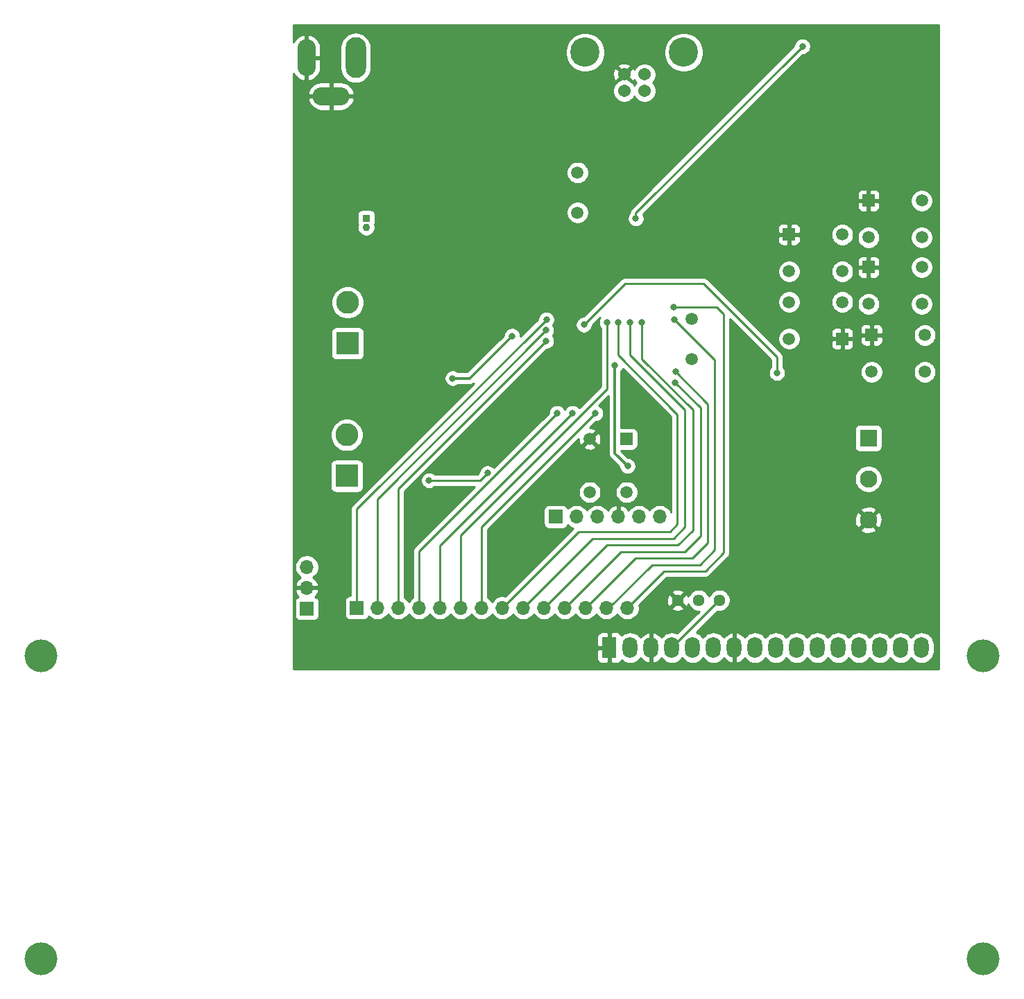
<source format=gbr>
%TF.GenerationSoftware,KiCad,Pcbnew,(5.1.10)-1*%
%TF.CreationDate,2021-07-26T21:59:56-03:00*%
%TF.ProjectId,PBLE01,50424c45-3031-42e6-9b69-6361645f7063,rev?*%
%TF.SameCoordinates,Original*%
%TF.FileFunction,Copper,L2,Bot*%
%TF.FilePolarity,Positive*%
%FSLAX46Y46*%
G04 Gerber Fmt 4.6, Leading zero omitted, Abs format (unit mm)*
G04 Created by KiCad (PCBNEW (5.1.10)-1) date 2021-07-26 21:59:56*
%MOMM*%
%LPD*%
G01*
G04 APERTURE LIST*
%TA.AperFunction,ComponentPad*%
%ADD10R,1.800000X2.600000*%
%TD*%
%TA.AperFunction,ComponentPad*%
%ADD11O,1.800000X2.600000*%
%TD*%
%TA.AperFunction,ComponentPad*%
%ADD12C,4.000000*%
%TD*%
%TA.AperFunction,ComponentPad*%
%ADD13C,0.925000*%
%TD*%
%TA.AperFunction,ComponentPad*%
%ADD14R,0.925000X0.925000*%
%TD*%
%TA.AperFunction,ComponentPad*%
%ADD15C,3.585000*%
%TD*%
%TA.AperFunction,ComponentPad*%
%ADD16C,1.540000*%
%TD*%
%TA.AperFunction,ComponentPad*%
%ADD17C,1.498000*%
%TD*%
%TA.AperFunction,ComponentPad*%
%ADD18R,1.498000X1.498000*%
%TD*%
%TA.AperFunction,ComponentPad*%
%ADD19C,1.440000*%
%TD*%
%TA.AperFunction,ComponentPad*%
%ADD20O,2.500000X5.000000*%
%TD*%
%TA.AperFunction,ComponentPad*%
%ADD21O,2.250000X4.500000*%
%TD*%
%TA.AperFunction,ComponentPad*%
%ADD22O,4.500000X2.250000*%
%TD*%
%TA.AperFunction,ComponentPad*%
%ADD23C,1.500000*%
%TD*%
%TA.AperFunction,ComponentPad*%
%ADD24R,1.700000X1.700000*%
%TD*%
%TA.AperFunction,ComponentPad*%
%ADD25O,1.700000X1.700000*%
%TD*%
%TA.AperFunction,ComponentPad*%
%ADD26R,2.100000X2.100000*%
%TD*%
%TA.AperFunction,ComponentPad*%
%ADD27C,2.100000*%
%TD*%
%TA.AperFunction,ComponentPad*%
%ADD28R,2.800000X2.800000*%
%TD*%
%TA.AperFunction,ComponentPad*%
%ADD29C,2.800000*%
%TD*%
%TA.AperFunction,ViaPad*%
%ADD30C,0.800000*%
%TD*%
%TA.AperFunction,Conductor*%
%ADD31C,0.300000*%
%TD*%
%TA.AperFunction,Conductor*%
%ADD32C,0.250000*%
%TD*%
%TA.AperFunction,Conductor*%
%ADD33C,0.254000*%
%TD*%
%TA.AperFunction,Conductor*%
%ADD34C,0.100000*%
%TD*%
G04 APERTURE END LIST*
D10*
%TO.P,DS1,1*%
%TO.N,GND*%
X145252440Y-124371100D03*
D11*
%TO.P,DS1,2*%
%TO.N,+5V*%
X147792440Y-124371100D03*
%TO.P,DS1,3*%
%TO.N,GND*%
X150332440Y-124371100D03*
%TO.P,DS1,4*%
%TO.N,+5V*%
X152872440Y-124371100D03*
%TO.P,DS1,5*%
%TO.N,Net-(DS1-Pad5)*%
X155412440Y-124371100D03*
%TO.P,DS1,6*%
%TO.N,/RS*%
X157952440Y-124371100D03*
%TO.P,DS1,7*%
%TO.N,GND*%
X160492440Y-124371100D03*
%TO.P,DS1,8*%
%TO.N,/EN*%
X163032440Y-124371100D03*
%TO.P,DS1,9*%
%TO.N,Net-(DS1-Pad9)*%
X165572440Y-124371100D03*
%TO.P,DS1,10*%
%TO.N,Net-(DS1-Pad10)*%
X168112440Y-124371100D03*
%TO.P,DS1,11*%
%TO.N,Net-(DS1-Pad11)*%
X170652440Y-124371100D03*
%TO.P,DS1,12*%
%TO.N,Net-(DS1-Pad12)*%
X173192440Y-124371100D03*
%TO.P,DS1,13*%
%TO.N,/DB4*%
X175732440Y-124371100D03*
%TO.P,DS1,14*%
%TO.N,/DB5*%
X178272440Y-124371100D03*
%TO.P,DS1,15*%
%TO.N,/DB6*%
X180812440Y-124371100D03*
%TO.P,DS1,16*%
%TO.N,/DB7*%
X183352440Y-124371100D03*
D12*
%TO.P,DS1,*%
%TO.N,*%
X190853060Y-162372040D03*
X190853060Y-125371860D03*
X75852020Y-162372040D03*
X75852020Y-125371860D03*
%TD*%
D13*
%TO.P,Y3,2*%
%TO.N,Net-(C10-Pad1)*%
X115570000Y-73041600D03*
D14*
%TO.P,Y3,1*%
%TO.N,Net-(C9-Pad2)*%
X115570000Y-71941600D03*
%TD*%
D15*
%TO.P,J3,MH2*%
%TO.N,Net-(J3-PadMH2)*%
X142273300Y-51662600D03*
%TO.P,J3,MH1*%
%TO.N,Net-(J3-PadMH1)*%
X154313300Y-51662600D03*
D16*
%TO.P,J3,4*%
%TO.N,GND*%
X147048300Y-54372600D03*
%TO.P,J3,3*%
%TO.N,Net-(J3-Pad3)*%
X149538300Y-54372600D03*
%TO.P,J3,2*%
%TO.N,Net-(J3-Pad2)*%
X149538300Y-56362600D03*
%TO.P,J3,1*%
%TO.N,/Comunica\u00E7\u00E3o serial /VBUS*%
X147048300Y-56362600D03*
%TD*%
D17*
%TO.P,SW1,2*%
%TO.N,Net-(SW1-Pad2)*%
X147347500Y-105383400D03*
%TO.P,SW1,4*%
%TO.N,Net-(SW1-Pad4)*%
X142847500Y-105383400D03*
D18*
%TO.P,SW1,1*%
%TO.N,VPP*%
X147347500Y-98883400D03*
D17*
%TO.P,SW1,3*%
%TO.N,GND*%
X142847500Y-98883400D03*
%TD*%
D19*
%TO.P,RV1,1*%
%TO.N,GND*%
X153593800Y-118579900D03*
%TO.P,RV1,2*%
%TO.N,Net-(DS1-Pad5)*%
X156133800Y-118579900D03*
%TO.P,RV1,3*%
%TO.N,+5V*%
X158673800Y-118579900D03*
%TD*%
D20*
%TO.P,J2,1*%
%TO.N,Net-(C3-Pad1)*%
X114274600Y-52324000D03*
D21*
%TO.P,J2,2*%
%TO.N,GND*%
X108274600Y-52324000D03*
D22*
%TO.P,J2,3*%
X111274600Y-57024000D03*
%TD*%
D23*
%TO.P,Y2,2*%
%TO.N,Net-(C8-Pad1)*%
X141348460Y-71234960D03*
%TO.P,Y2,1*%
%TO.N,Net-(C7-Pad2)*%
X141348460Y-66354960D03*
%TD*%
D17*
%TO.P,SW2,2*%
%TO.N,Net-(SW2-Pad2)*%
X183734780Y-86187720D03*
%TO.P,SW2,4*%
%TO.N,Net-(SW2-Pad4)*%
X183734780Y-90687720D03*
D18*
%TO.P,SW2,1*%
%TO.N,GND*%
X177234780Y-86187720D03*
D17*
%TO.P,SW2,3*%
%TO.N,/CHAVE5*%
X177234780Y-90687720D03*
%TD*%
D23*
%TO.P,Y1,1*%
%TO.N,Net-(C1-Pad2)*%
X155321000Y-84251800D03*
%TO.P,Y1,2*%
%TO.N,Net-(C2-Pad2)*%
X155321000Y-89131800D03*
%TD*%
D24*
%TO.P,J1,1*%
%TO.N,Net-(J1-Pad1)*%
X138696700Y-108369100D03*
D25*
%TO.P,J1,2*%
%TO.N,PGC*%
X141236700Y-108369100D03*
%TO.P,J1,3*%
%TO.N,PGD*%
X143776700Y-108369100D03*
%TO.P,J1,4*%
%TO.N,GND*%
X146316700Y-108369100D03*
%TO.P,J1,5*%
%TO.N,+5V*%
X148856700Y-108369100D03*
%TO.P,J1,6*%
%TO.N,VPP*%
X151396700Y-108369100D03*
%TD*%
D24*
%TO.P,J6,1*%
%TO.N,/Perif\u00E9ricos/Sa\u00EDda_analog*%
X108318300Y-119595900D03*
D25*
%TO.P,J6,2*%
%TO.N,GND*%
X108318300Y-117055900D03*
%TO.P,J6,3*%
%TO.N,+5V*%
X108318300Y-114515900D03*
%TD*%
D24*
%TO.P,J7,1*%
%TO.N,RD5*%
X114406680Y-119514620D03*
D25*
%TO.P,J7,2*%
%TO.N,RD6*%
X116946680Y-119514620D03*
%TO.P,J7,3*%
%TO.N,RD7*%
X119486680Y-119514620D03*
%TO.P,J7,4*%
%TO.N,ICCK*%
X122026680Y-119514620D03*
%TO.P,J7,5*%
%TO.N,ICDT*%
X124566680Y-119514620D03*
%TO.P,J7,6*%
%TO.N,VUSB*%
X127106680Y-119514620D03*
%TO.P,J7,7*%
%TO.N,RB5*%
X129646680Y-119514620D03*
%TO.P,J7,8*%
%TO.N,RC2*%
X132186680Y-119514620D03*
%TO.P,J7,9*%
%TO.N,RC1*%
X134726680Y-119514620D03*
%TO.P,J7,10*%
%TO.N,ICPORTS*%
X137266680Y-119514620D03*
%TO.P,J7,11*%
%TO.N,RE0*%
X139806680Y-119514620D03*
%TO.P,J7,12*%
%TO.N,RE1*%
X142346680Y-119514620D03*
%TO.P,J7,13*%
%TO.N,RC0*%
X144886680Y-119514620D03*
%TO.P,J7,14*%
%TO.N,ICRST*%
X147426680Y-119514620D03*
%TD*%
D26*
%TO.P,RV2,1*%
%TO.N,+5V*%
X176847200Y-98770440D03*
D27*
%TO.P,RV2,2*%
%TO.N,/TRIMPOT*%
X176847200Y-103770440D03*
%TO.P,RV2,3*%
%TO.N,GND*%
X176847200Y-108770440D03*
%TD*%
D17*
%TO.P,SW3,3*%
%TO.N,/CHAVE4*%
X176874100Y-74266620D03*
D18*
%TO.P,SW3,1*%
%TO.N,GND*%
X176874100Y-69766620D03*
D17*
%TO.P,SW3,4*%
%TO.N,Net-(SW3-Pad4)*%
X183374100Y-74266620D03*
%TO.P,SW3,2*%
%TO.N,Net-(SW3-Pad2)*%
X183374100Y-69766620D03*
%TD*%
%TO.P,SW4,3*%
%TO.N,/CHAVE3*%
X176874100Y-82397160D03*
D18*
%TO.P,SW4,1*%
%TO.N,GND*%
X176874100Y-77897160D03*
D17*
%TO.P,SW4,4*%
%TO.N,Net-(SW4-Pad4)*%
X183374100Y-82397160D03*
%TO.P,SW4,2*%
%TO.N,Net-(SW4-Pad2)*%
X183374100Y-77897160D03*
%TD*%
%TO.P,SW5,3*%
%TO.N,/CHAVE2*%
X167166220Y-78411900D03*
D18*
%TO.P,SW5,1*%
%TO.N,GND*%
X167166220Y-73911900D03*
D17*
%TO.P,SW5,4*%
%TO.N,Net-(SW5-Pad4)*%
X173666220Y-78411900D03*
%TO.P,SW5,2*%
%TO.N,Net-(SW5-Pad2)*%
X173666220Y-73911900D03*
%TD*%
%TO.P,SW6,2*%
%TO.N,Net-(SW6-Pad2)*%
X167166220Y-86646580D03*
%TO.P,SW6,4*%
%TO.N,Net-(SW6-Pad4)*%
X167166220Y-82146580D03*
D18*
%TO.P,SW6,1*%
%TO.N,GND*%
X173666220Y-86646580D03*
D17*
%TO.P,SW6,3*%
%TO.N,/CHAVE1*%
X173666220Y-82146580D03*
%TD*%
D28*
%TO.P,J4,1*%
%TO.N,Net-(J4-Pad1)*%
X113291620Y-87218520D03*
D29*
%TO.P,J4,2*%
%TO.N,Net-(J4-Pad2)*%
X113291620Y-82218520D03*
%TD*%
%TO.P,J5,2*%
%TO.N,Net-(J5-Pad2)*%
X113195100Y-98393240D03*
D28*
%TO.P,J5,1*%
%TO.N,Net-(J5-Pad1)*%
X113195100Y-103393240D03*
%TD*%
D30*
%TO.N,/DIFERENCIAL2*%
X123238260Y-103941880D03*
%TO.N,GND*%
X134480300Y-67462400D03*
X108348780Y-58874660D03*
X162953700Y-88468200D03*
X135293100Y-92405200D03*
X147243800Y-91630500D03*
X143154400Y-91617800D03*
%TO.N,+5V*%
X126111000Y-91465400D03*
X145910300Y-89916000D03*
X147459700Y-102184200D03*
X133375400Y-86309200D03*
%TO.N,RB5*%
X143535400Y-95745300D03*
%TO.N,RC0*%
X153149300Y-84277200D03*
%TO.N,RC2*%
X146329400Y-84632800D03*
%TO.N,RD7*%
X137528300Y-86906100D03*
%TO.N,RD6*%
X137528300Y-85610700D03*
%TO.N,RD5*%
X137553700Y-84302600D03*
%TO.N,RE1*%
X153301700Y-90690700D03*
%TO.N,RE0*%
X153289000Y-91973400D03*
%TO.N,VUSB*%
X144945100Y-84632800D03*
%TO.N,ICCK*%
X138849100Y-95732600D03*
%TO.N,ICDT*%
X140741400Y-95732600D03*
%TO.N,ICPORTS*%
X149212300Y-84645500D03*
%TO.N,ICRST*%
X153123900Y-82778600D03*
%TO.N,/DIFERENCIAL2*%
X130365500Y-103047800D03*
%TO.N,/TX*%
X168808400Y-50939700D03*
X148463000Y-71958200D03*
%TO.N,/CHAVE5*%
X142138400Y-84924900D03*
X165684200Y-90817700D03*
%TO.N,RC1*%
X147751800Y-84632800D03*
%TD*%
D31*
%TO.N,+5V*%
X152882600Y-124371100D02*
X158673800Y-118579900D01*
X152872440Y-124371100D02*
X152882600Y-124371100D01*
X145910300Y-100634800D02*
X147459700Y-102184200D01*
X145910300Y-89916000D02*
X145910300Y-100634800D01*
X128219200Y-91465400D02*
X133375400Y-86309200D01*
X126111000Y-91465400D02*
X128219200Y-91465400D01*
D32*
%TO.N,RB5*%
X129646680Y-109634020D02*
X143535400Y-95745300D01*
X129646680Y-119514620D02*
X129646680Y-109634020D01*
%TO.N,RC0*%
X158109920Y-89237820D02*
X153149300Y-84277200D01*
X158109920Y-112438180D02*
X158109920Y-89237820D01*
X156298900Y-114249200D02*
X158109920Y-112438180D01*
X150431500Y-114249200D02*
X156298900Y-114249200D01*
X145166080Y-119514620D02*
X150431500Y-114249200D01*
X144886680Y-119514620D02*
X145166080Y-119514620D01*
%TO.N,RC2*%
X146329400Y-88663780D02*
X146329400Y-84632800D01*
X153537920Y-95872300D02*
X146329400Y-88663780D01*
X152641300Y-110197900D02*
X153537920Y-109301280D01*
X153537920Y-109301280D02*
X153537920Y-95872300D01*
X141503400Y-110197900D02*
X152641300Y-110197900D01*
X132186680Y-119514620D02*
X141503400Y-110197900D01*
%TO.N,RD7*%
X119486680Y-104947720D02*
X137528300Y-86906100D01*
X119486680Y-119514620D02*
X119486680Y-104947720D01*
%TO.N,RD6*%
X116946680Y-106192320D02*
X137528300Y-85610700D01*
X116946680Y-119514620D02*
X116946680Y-106192320D01*
%TO.N,RD5*%
X114406680Y-107449620D02*
X137553700Y-84302600D01*
X114406680Y-119514620D02*
X114406680Y-107449620D01*
%TO.N,RE1*%
X157228540Y-94617540D02*
X153301700Y-90690700D01*
X157228540Y-111605060D02*
X157228540Y-94617540D01*
X155371800Y-113461800D02*
X157228540Y-111605060D01*
X148399500Y-113461800D02*
X155371800Y-113461800D01*
X142346680Y-119514620D02*
X148399500Y-113461800D01*
%TO.N,RE0*%
X156396001Y-110684999D02*
X156396001Y-95080401D01*
X154432000Y-112649000D02*
X156396001Y-110684999D01*
X146672300Y-112649000D02*
X154432000Y-112649000D01*
X156396001Y-95080401D02*
X153289000Y-91973400D01*
X139806680Y-119514620D02*
X146672300Y-112649000D01*
%TO.N,VUSB*%
X144945100Y-92760800D02*
X144945100Y-84632800D01*
X127106680Y-110599220D02*
X144945100Y-92760800D01*
X127106680Y-119514620D02*
X127106680Y-110599220D01*
%TO.N,ICCK*%
X122026680Y-112555020D02*
X138849100Y-95732600D01*
X122026680Y-119514620D02*
X122026680Y-112555020D01*
%TO.N,ICDT*%
X124566680Y-119514620D02*
X124566680Y-111907320D01*
X124566680Y-111907320D02*
X140741400Y-95732600D01*
%TO.N,ICPORTS*%
X149212300Y-89107150D02*
X149212300Y-84645500D01*
X155440380Y-95335230D02*
X149212300Y-89107150D01*
X155440380Y-110015020D02*
X155440380Y-95335230D01*
X153631900Y-111823500D02*
X155440380Y-110015020D01*
X144957800Y-111823500D02*
X153631900Y-111823500D01*
X137266680Y-119514620D02*
X144957800Y-111823500D01*
%TO.N,ICRST*%
X158369000Y-82778600D02*
X153123900Y-82778600D01*
X159197040Y-83606640D02*
X158369000Y-82778600D01*
X159197040Y-112786160D02*
X159197040Y-83606640D01*
X156959300Y-115023900D02*
X159197040Y-112786160D01*
X151917400Y-115023900D02*
X156959300Y-115023900D01*
X147426680Y-119514620D02*
X151917400Y-115023900D01*
%TO.N,/DIFERENCIAL2*%
X129440940Y-103972360D02*
X130365500Y-103047800D01*
X123268740Y-103972360D02*
X123238260Y-103941880D01*
X129440940Y-103972360D02*
X123268740Y-103972360D01*
%TO.N,/TX*%
X148463000Y-71285100D02*
X168808400Y-50939700D01*
X148463000Y-71958200D02*
X148463000Y-71285100D01*
%TO.N,/CHAVE5*%
X165684200Y-88861900D02*
X165684200Y-90817700D01*
X156743400Y-79921100D02*
X165684200Y-88861900D01*
X147142200Y-79921100D02*
X156743400Y-79921100D01*
X142138400Y-84924900D02*
X147142200Y-79921100D01*
%TO.N,RC1*%
X147751800Y-88582500D02*
X147751800Y-84632800D01*
X154472640Y-95303340D02*
X147751800Y-88582500D01*
X154472640Y-109636560D02*
X154472640Y-95303340D01*
X153080289Y-111028911D02*
X154472640Y-109636560D01*
X143212389Y-111028911D02*
X153080289Y-111028911D01*
X134726680Y-119514620D02*
X143212389Y-111028911D01*
%TD*%
D33*
%TO.N,GND*%
X185395000Y-126975000D02*
X106705000Y-126975000D01*
X106705000Y-125671100D01*
X143714368Y-125671100D01*
X143726628Y-125795582D01*
X143762938Y-125915280D01*
X143821903Y-126025594D01*
X143901255Y-126122285D01*
X143997946Y-126201637D01*
X144108260Y-126260602D01*
X144227958Y-126296912D01*
X144352440Y-126309172D01*
X144966690Y-126306100D01*
X145125440Y-126147350D01*
X145125440Y-124498100D01*
X143876190Y-124498100D01*
X143717440Y-124656850D01*
X143714368Y-125671100D01*
X106705000Y-125671100D01*
X106705000Y-123071100D01*
X143714368Y-123071100D01*
X143717440Y-124085350D01*
X143876190Y-124244100D01*
X145125440Y-124244100D01*
X145125440Y-122594850D01*
X145379440Y-122594850D01*
X145379440Y-124244100D01*
X145399440Y-124244100D01*
X145399440Y-124498100D01*
X145379440Y-124498100D01*
X145379440Y-126147350D01*
X145538190Y-126306100D01*
X146152440Y-126309172D01*
X146276922Y-126296912D01*
X146396620Y-126260602D01*
X146506934Y-126201637D01*
X146603625Y-126122285D01*
X146682977Y-126025594D01*
X146741942Y-125915280D01*
X146746935Y-125898820D01*
X146935513Y-126053581D01*
X147202179Y-126196117D01*
X147491527Y-126283890D01*
X147792440Y-126313527D01*
X148093352Y-126283890D01*
X148382700Y-126196117D01*
X148649366Y-126053581D01*
X148883101Y-125861761D01*
X149067221Y-125637409D01*
X149126692Y-125729496D01*
X149336834Y-125946310D01*
X149585236Y-126117962D01*
X149862353Y-126237855D01*
X149967700Y-126262136D01*
X150205440Y-126141478D01*
X150205440Y-124498100D01*
X150185440Y-124498100D01*
X150185440Y-124244100D01*
X150205440Y-124244100D01*
X150205440Y-122600722D01*
X150459440Y-122600722D01*
X150459440Y-124244100D01*
X150479440Y-124244100D01*
X150479440Y-124498100D01*
X150459440Y-124498100D01*
X150459440Y-126141478D01*
X150697180Y-126262136D01*
X150802527Y-126237855D01*
X151079644Y-126117962D01*
X151328046Y-125946310D01*
X151538188Y-125729496D01*
X151597659Y-125637408D01*
X151781779Y-125861761D01*
X152015513Y-126053581D01*
X152282179Y-126196117D01*
X152571527Y-126283890D01*
X152872440Y-126313527D01*
X153173352Y-126283890D01*
X153462700Y-126196117D01*
X153729366Y-126053581D01*
X153963101Y-125861761D01*
X154142440Y-125643235D01*
X154321779Y-125861761D01*
X154555513Y-126053581D01*
X154822179Y-126196117D01*
X155111527Y-126283890D01*
X155412440Y-126313527D01*
X155713352Y-126283890D01*
X156002700Y-126196117D01*
X156269366Y-126053581D01*
X156503101Y-125861761D01*
X156682440Y-125643235D01*
X156861779Y-125861761D01*
X157095513Y-126053581D01*
X157362179Y-126196117D01*
X157651527Y-126283890D01*
X157952440Y-126313527D01*
X158253352Y-126283890D01*
X158542700Y-126196117D01*
X158809366Y-126053581D01*
X159043101Y-125861761D01*
X159227221Y-125637409D01*
X159286692Y-125729496D01*
X159496834Y-125946310D01*
X159745236Y-126117962D01*
X160022353Y-126237855D01*
X160127700Y-126262136D01*
X160365440Y-126141478D01*
X160365440Y-124498100D01*
X160345440Y-124498100D01*
X160345440Y-124244100D01*
X160365440Y-124244100D01*
X160365440Y-122600722D01*
X160619440Y-122600722D01*
X160619440Y-124244100D01*
X160639440Y-124244100D01*
X160639440Y-124498100D01*
X160619440Y-124498100D01*
X160619440Y-126141478D01*
X160857180Y-126262136D01*
X160962527Y-126237855D01*
X161239644Y-126117962D01*
X161488046Y-125946310D01*
X161698188Y-125729496D01*
X161757659Y-125637408D01*
X161941779Y-125861761D01*
X162175513Y-126053581D01*
X162442179Y-126196117D01*
X162731527Y-126283890D01*
X163032440Y-126313527D01*
X163333352Y-126283890D01*
X163622700Y-126196117D01*
X163889366Y-126053581D01*
X164123101Y-125861761D01*
X164302440Y-125643235D01*
X164481779Y-125861761D01*
X164715513Y-126053581D01*
X164982179Y-126196117D01*
X165271527Y-126283890D01*
X165572440Y-126313527D01*
X165873352Y-126283890D01*
X166162700Y-126196117D01*
X166429366Y-126053581D01*
X166663101Y-125861761D01*
X166842440Y-125643235D01*
X167021779Y-125861761D01*
X167255513Y-126053581D01*
X167522179Y-126196117D01*
X167811527Y-126283890D01*
X168112440Y-126313527D01*
X168413352Y-126283890D01*
X168702700Y-126196117D01*
X168969366Y-126053581D01*
X169203101Y-125861761D01*
X169382440Y-125643235D01*
X169561779Y-125861761D01*
X169795513Y-126053581D01*
X170062179Y-126196117D01*
X170351527Y-126283890D01*
X170652440Y-126313527D01*
X170953352Y-126283890D01*
X171242700Y-126196117D01*
X171509366Y-126053581D01*
X171743101Y-125861761D01*
X171922440Y-125643235D01*
X172101779Y-125861761D01*
X172335513Y-126053581D01*
X172602179Y-126196117D01*
X172891527Y-126283890D01*
X173192440Y-126313527D01*
X173493352Y-126283890D01*
X173782700Y-126196117D01*
X174049366Y-126053581D01*
X174283101Y-125861761D01*
X174462440Y-125643235D01*
X174641779Y-125861761D01*
X174875513Y-126053581D01*
X175142179Y-126196117D01*
X175431527Y-126283890D01*
X175732440Y-126313527D01*
X176033352Y-126283890D01*
X176322700Y-126196117D01*
X176589366Y-126053581D01*
X176823101Y-125861761D01*
X177002440Y-125643235D01*
X177181779Y-125861761D01*
X177415513Y-126053581D01*
X177682179Y-126196117D01*
X177971527Y-126283890D01*
X178272440Y-126313527D01*
X178573352Y-126283890D01*
X178862700Y-126196117D01*
X179129366Y-126053581D01*
X179363101Y-125861761D01*
X179542440Y-125643235D01*
X179721779Y-125861761D01*
X179955513Y-126053581D01*
X180222179Y-126196117D01*
X180511527Y-126283890D01*
X180812440Y-126313527D01*
X181113352Y-126283890D01*
X181402700Y-126196117D01*
X181669366Y-126053581D01*
X181903101Y-125861761D01*
X182082440Y-125643235D01*
X182261779Y-125861761D01*
X182495513Y-126053581D01*
X182762179Y-126196117D01*
X183051527Y-126283890D01*
X183352440Y-126313527D01*
X183653352Y-126283890D01*
X183942700Y-126196117D01*
X184209366Y-126053581D01*
X184443101Y-125861761D01*
X184634921Y-125628027D01*
X184777457Y-125361361D01*
X184865230Y-125072013D01*
X184887440Y-124846508D01*
X184887440Y-123895693D01*
X184865230Y-123670187D01*
X184777457Y-123380839D01*
X184634921Y-123114173D01*
X184443101Y-122880439D01*
X184209367Y-122688619D01*
X183942701Y-122546083D01*
X183653353Y-122458310D01*
X183352440Y-122428673D01*
X183051528Y-122458310D01*
X182762180Y-122546083D01*
X182495514Y-122688619D01*
X182261779Y-122880439D01*
X182082440Y-123098965D01*
X181903101Y-122880439D01*
X181669367Y-122688619D01*
X181402701Y-122546083D01*
X181113353Y-122458310D01*
X180812440Y-122428673D01*
X180511528Y-122458310D01*
X180222180Y-122546083D01*
X179955514Y-122688619D01*
X179721779Y-122880439D01*
X179542440Y-123098965D01*
X179363101Y-122880439D01*
X179129367Y-122688619D01*
X178862701Y-122546083D01*
X178573353Y-122458310D01*
X178272440Y-122428673D01*
X177971528Y-122458310D01*
X177682180Y-122546083D01*
X177415514Y-122688619D01*
X177181779Y-122880439D01*
X177002440Y-123098965D01*
X176823101Y-122880439D01*
X176589367Y-122688619D01*
X176322701Y-122546083D01*
X176033353Y-122458310D01*
X175732440Y-122428673D01*
X175431528Y-122458310D01*
X175142180Y-122546083D01*
X174875514Y-122688619D01*
X174641779Y-122880439D01*
X174462440Y-123098965D01*
X174283101Y-122880439D01*
X174049367Y-122688619D01*
X173782701Y-122546083D01*
X173493353Y-122458310D01*
X173192440Y-122428673D01*
X172891528Y-122458310D01*
X172602180Y-122546083D01*
X172335514Y-122688619D01*
X172101779Y-122880439D01*
X171922440Y-123098965D01*
X171743101Y-122880439D01*
X171509367Y-122688619D01*
X171242701Y-122546083D01*
X170953353Y-122458310D01*
X170652440Y-122428673D01*
X170351528Y-122458310D01*
X170062180Y-122546083D01*
X169795514Y-122688619D01*
X169561779Y-122880439D01*
X169382440Y-123098965D01*
X169203101Y-122880439D01*
X168969367Y-122688619D01*
X168702701Y-122546083D01*
X168413353Y-122458310D01*
X168112440Y-122428673D01*
X167811528Y-122458310D01*
X167522180Y-122546083D01*
X167255514Y-122688619D01*
X167021779Y-122880439D01*
X166842440Y-123098965D01*
X166663101Y-122880439D01*
X166429367Y-122688619D01*
X166162701Y-122546083D01*
X165873353Y-122458310D01*
X165572440Y-122428673D01*
X165271528Y-122458310D01*
X164982180Y-122546083D01*
X164715514Y-122688619D01*
X164481779Y-122880439D01*
X164302440Y-123098965D01*
X164123101Y-122880439D01*
X163889367Y-122688619D01*
X163622701Y-122546083D01*
X163333353Y-122458310D01*
X163032440Y-122428673D01*
X162731528Y-122458310D01*
X162442180Y-122546083D01*
X162175514Y-122688619D01*
X161941779Y-122880439D01*
X161757659Y-123104791D01*
X161698188Y-123012704D01*
X161488046Y-122795890D01*
X161239644Y-122624238D01*
X160962527Y-122504345D01*
X160857180Y-122480064D01*
X160619440Y-122600722D01*
X160365440Y-122600722D01*
X160127700Y-122480064D01*
X160022353Y-122504345D01*
X159745236Y-122624238D01*
X159496834Y-122795890D01*
X159286692Y-123012704D01*
X159227221Y-123104791D01*
X159043101Y-122880439D01*
X158809367Y-122688619D01*
X158542701Y-122546083D01*
X158253353Y-122458310D01*
X157952440Y-122428673D01*
X157651528Y-122458310D01*
X157362180Y-122546083D01*
X157095514Y-122688619D01*
X156861779Y-122880439D01*
X156682440Y-123098965D01*
X156503101Y-122880439D01*
X156269367Y-122688619D01*
X156002701Y-122546083D01*
X155860815Y-122503042D01*
X158447437Y-119916420D01*
X158540344Y-119934900D01*
X158807256Y-119934900D01*
X159069039Y-119882828D01*
X159315633Y-119780685D01*
X159537562Y-119632397D01*
X159726297Y-119443662D01*
X159874585Y-119221733D01*
X159976728Y-118975139D01*
X160028800Y-118713356D01*
X160028800Y-118446444D01*
X159976728Y-118184661D01*
X159874585Y-117938067D01*
X159726297Y-117716138D01*
X159537562Y-117527403D01*
X159315633Y-117379115D01*
X159069039Y-117276972D01*
X158807256Y-117224900D01*
X158540344Y-117224900D01*
X158278561Y-117276972D01*
X158031967Y-117379115D01*
X157810038Y-117527403D01*
X157621303Y-117716138D01*
X157473015Y-117938067D01*
X157403800Y-118105166D01*
X157334585Y-117938067D01*
X157186297Y-117716138D01*
X156997562Y-117527403D01*
X156775633Y-117379115D01*
X156529039Y-117276972D01*
X156267256Y-117224900D01*
X156000344Y-117224900D01*
X155738561Y-117276972D01*
X155491967Y-117379115D01*
X155270038Y-117527403D01*
X155081303Y-117716138D01*
X154933015Y-117938067D01*
X154863362Y-118106224D01*
X154821675Y-117991547D01*
X154765168Y-117885832D01*
X154529360Y-117823945D01*
X153773405Y-118579900D01*
X154529360Y-119335855D01*
X154765168Y-119273968D01*
X154865564Y-119058893D01*
X154933015Y-119221733D01*
X155081303Y-119443662D01*
X155270038Y-119632397D01*
X155491967Y-119780685D01*
X155738561Y-119882828D01*
X156000344Y-119934900D01*
X156208643Y-119934900D01*
X153550520Y-122593023D01*
X153462701Y-122546083D01*
X153173353Y-122458310D01*
X152872440Y-122428673D01*
X152571528Y-122458310D01*
X152282180Y-122546083D01*
X152015514Y-122688619D01*
X151781779Y-122880439D01*
X151597659Y-123104791D01*
X151538188Y-123012704D01*
X151328046Y-122795890D01*
X151079644Y-122624238D01*
X150802527Y-122504345D01*
X150697180Y-122480064D01*
X150459440Y-122600722D01*
X150205440Y-122600722D01*
X149967700Y-122480064D01*
X149862353Y-122504345D01*
X149585236Y-122624238D01*
X149336834Y-122795890D01*
X149126692Y-123012704D01*
X149067221Y-123104791D01*
X148883101Y-122880439D01*
X148649367Y-122688619D01*
X148382701Y-122546083D01*
X148093353Y-122458310D01*
X147792440Y-122428673D01*
X147491528Y-122458310D01*
X147202180Y-122546083D01*
X146935514Y-122688619D01*
X146746935Y-122843380D01*
X146741942Y-122826920D01*
X146682977Y-122716606D01*
X146603625Y-122619915D01*
X146506934Y-122540563D01*
X146396620Y-122481598D01*
X146276922Y-122445288D01*
X146152440Y-122433028D01*
X145538190Y-122436100D01*
X145379440Y-122594850D01*
X145125440Y-122594850D01*
X144966690Y-122436100D01*
X144352440Y-122433028D01*
X144227958Y-122445288D01*
X144108260Y-122481598D01*
X143997946Y-122540563D01*
X143901255Y-122619915D01*
X143821903Y-122716606D01*
X143762938Y-122826920D01*
X143726628Y-122946618D01*
X143714368Y-123071100D01*
X106705000Y-123071100D01*
X106705000Y-118745900D01*
X106830228Y-118745900D01*
X106830228Y-120445900D01*
X106842488Y-120570382D01*
X106878798Y-120690080D01*
X106937763Y-120800394D01*
X107017115Y-120897085D01*
X107113806Y-120976437D01*
X107224120Y-121035402D01*
X107343818Y-121071712D01*
X107468300Y-121083972D01*
X109168300Y-121083972D01*
X109292782Y-121071712D01*
X109412480Y-121035402D01*
X109522794Y-120976437D01*
X109619485Y-120897085D01*
X109698837Y-120800394D01*
X109757802Y-120690080D01*
X109794112Y-120570382D01*
X109806372Y-120445900D01*
X109806372Y-118745900D01*
X109798367Y-118664620D01*
X112918608Y-118664620D01*
X112918608Y-120364620D01*
X112930868Y-120489102D01*
X112967178Y-120608800D01*
X113026143Y-120719114D01*
X113105495Y-120815805D01*
X113202186Y-120895157D01*
X113312500Y-120954122D01*
X113432198Y-120990432D01*
X113556680Y-121002692D01*
X115256680Y-121002692D01*
X115381162Y-120990432D01*
X115500860Y-120954122D01*
X115611174Y-120895157D01*
X115707865Y-120815805D01*
X115787217Y-120719114D01*
X115846182Y-120608800D01*
X115868193Y-120536240D01*
X116000048Y-120668095D01*
X116243269Y-120830610D01*
X116513522Y-120942552D01*
X116800420Y-120999620D01*
X117092940Y-120999620D01*
X117379838Y-120942552D01*
X117650091Y-120830610D01*
X117893312Y-120668095D01*
X118100155Y-120461252D01*
X118216680Y-120286860D01*
X118333205Y-120461252D01*
X118540048Y-120668095D01*
X118783269Y-120830610D01*
X119053522Y-120942552D01*
X119340420Y-120999620D01*
X119632940Y-120999620D01*
X119919838Y-120942552D01*
X120190091Y-120830610D01*
X120433312Y-120668095D01*
X120640155Y-120461252D01*
X120756680Y-120286860D01*
X120873205Y-120461252D01*
X121080048Y-120668095D01*
X121323269Y-120830610D01*
X121593522Y-120942552D01*
X121880420Y-120999620D01*
X122172940Y-120999620D01*
X122459838Y-120942552D01*
X122730091Y-120830610D01*
X122973312Y-120668095D01*
X123180155Y-120461252D01*
X123296680Y-120286860D01*
X123413205Y-120461252D01*
X123620048Y-120668095D01*
X123863269Y-120830610D01*
X124133522Y-120942552D01*
X124420420Y-120999620D01*
X124712940Y-120999620D01*
X124999838Y-120942552D01*
X125270091Y-120830610D01*
X125513312Y-120668095D01*
X125720155Y-120461252D01*
X125836680Y-120286860D01*
X125953205Y-120461252D01*
X126160048Y-120668095D01*
X126403269Y-120830610D01*
X126673522Y-120942552D01*
X126960420Y-120999620D01*
X127252940Y-120999620D01*
X127539838Y-120942552D01*
X127810091Y-120830610D01*
X128053312Y-120668095D01*
X128260155Y-120461252D01*
X128376680Y-120286860D01*
X128493205Y-120461252D01*
X128700048Y-120668095D01*
X128943269Y-120830610D01*
X129213522Y-120942552D01*
X129500420Y-120999620D01*
X129792940Y-120999620D01*
X130079838Y-120942552D01*
X130350091Y-120830610D01*
X130593312Y-120668095D01*
X130800155Y-120461252D01*
X130916680Y-120286860D01*
X131033205Y-120461252D01*
X131240048Y-120668095D01*
X131483269Y-120830610D01*
X131753522Y-120942552D01*
X132040420Y-120999620D01*
X132332940Y-120999620D01*
X132619838Y-120942552D01*
X132890091Y-120830610D01*
X133133312Y-120668095D01*
X133340155Y-120461252D01*
X133456680Y-120286860D01*
X133573205Y-120461252D01*
X133780048Y-120668095D01*
X134023269Y-120830610D01*
X134293522Y-120942552D01*
X134580420Y-120999620D01*
X134872940Y-120999620D01*
X135159838Y-120942552D01*
X135430091Y-120830610D01*
X135673312Y-120668095D01*
X135880155Y-120461252D01*
X135996680Y-120286860D01*
X136113205Y-120461252D01*
X136320048Y-120668095D01*
X136563269Y-120830610D01*
X136833522Y-120942552D01*
X137120420Y-120999620D01*
X137412940Y-120999620D01*
X137699838Y-120942552D01*
X137970091Y-120830610D01*
X138213312Y-120668095D01*
X138420155Y-120461252D01*
X138536680Y-120286860D01*
X138653205Y-120461252D01*
X138860048Y-120668095D01*
X139103269Y-120830610D01*
X139373522Y-120942552D01*
X139660420Y-120999620D01*
X139952940Y-120999620D01*
X140239838Y-120942552D01*
X140510091Y-120830610D01*
X140753312Y-120668095D01*
X140960155Y-120461252D01*
X141076680Y-120286860D01*
X141193205Y-120461252D01*
X141400048Y-120668095D01*
X141643269Y-120830610D01*
X141913522Y-120942552D01*
X142200420Y-120999620D01*
X142492940Y-120999620D01*
X142779838Y-120942552D01*
X143050091Y-120830610D01*
X143293312Y-120668095D01*
X143500155Y-120461252D01*
X143616680Y-120286860D01*
X143733205Y-120461252D01*
X143940048Y-120668095D01*
X144183269Y-120830610D01*
X144453522Y-120942552D01*
X144740420Y-120999620D01*
X145032940Y-120999620D01*
X145319838Y-120942552D01*
X145590091Y-120830610D01*
X145833312Y-120668095D01*
X146040155Y-120461252D01*
X146156680Y-120286860D01*
X146273205Y-120461252D01*
X146480048Y-120668095D01*
X146723269Y-120830610D01*
X146993522Y-120942552D01*
X147280420Y-120999620D01*
X147572940Y-120999620D01*
X147859838Y-120942552D01*
X148130091Y-120830610D01*
X148373312Y-120668095D01*
X148580155Y-120461252D01*
X148742670Y-120218031D01*
X148854612Y-119947778D01*
X148911680Y-119660880D01*
X148911680Y-119515460D01*
X152837845Y-119515460D01*
X152899732Y-119751268D01*
X153141590Y-119864166D01*
X153400827Y-119927711D01*
X153667480Y-119939461D01*
X153931301Y-119898963D01*
X154182153Y-119807775D01*
X154287868Y-119751268D01*
X154349755Y-119515460D01*
X153593800Y-118759505D01*
X152837845Y-119515460D01*
X148911680Y-119515460D01*
X148911680Y-119368360D01*
X148867889Y-119148212D01*
X149362521Y-118653580D01*
X152234239Y-118653580D01*
X152274737Y-118917401D01*
X152365925Y-119168253D01*
X152422432Y-119273968D01*
X152658240Y-119335855D01*
X153414195Y-118579900D01*
X152658240Y-117823945D01*
X152422432Y-117885832D01*
X152309534Y-118127690D01*
X152245989Y-118386927D01*
X152234239Y-118653580D01*
X149362521Y-118653580D01*
X150371761Y-117644340D01*
X152837845Y-117644340D01*
X153593800Y-118400295D01*
X154349755Y-117644340D01*
X154287868Y-117408532D01*
X154046010Y-117295634D01*
X153786773Y-117232089D01*
X153520120Y-117220339D01*
X153256299Y-117260837D01*
X153005447Y-117352025D01*
X152899732Y-117408532D01*
X152837845Y-117644340D01*
X150371761Y-117644340D01*
X152232202Y-115783900D01*
X156921978Y-115783900D01*
X156959300Y-115787576D01*
X156996622Y-115783900D01*
X156996633Y-115783900D01*
X157108286Y-115772903D01*
X157251547Y-115729446D01*
X157383576Y-115658874D01*
X157499301Y-115563901D01*
X157523104Y-115534897D01*
X159708044Y-113349958D01*
X159737041Y-113326161D01*
X159832014Y-113210436D01*
X159902586Y-113078407D01*
X159946043Y-112935146D01*
X159957040Y-112823493D01*
X159957040Y-112823484D01*
X159960716Y-112786161D01*
X159957040Y-112748838D01*
X159957040Y-109941506D01*
X175855739Y-109941506D01*
X175957539Y-110211019D01*
X176255677Y-110356903D01*
X176576546Y-110441820D01*
X176907817Y-110462506D01*
X177236757Y-110418168D01*
X177550727Y-110310509D01*
X177736861Y-110211019D01*
X177838661Y-109941506D01*
X176847200Y-108950045D01*
X175855739Y-109941506D01*
X159957040Y-109941506D01*
X159957040Y-108831057D01*
X175155134Y-108831057D01*
X175199472Y-109159997D01*
X175307131Y-109473967D01*
X175406621Y-109660101D01*
X175676134Y-109761901D01*
X176667595Y-108770440D01*
X177026805Y-108770440D01*
X178018266Y-109761901D01*
X178287779Y-109660101D01*
X178433663Y-109361963D01*
X178518580Y-109041094D01*
X178539266Y-108709823D01*
X178494928Y-108380883D01*
X178387269Y-108066913D01*
X178287779Y-107880779D01*
X178018266Y-107778979D01*
X177026805Y-108770440D01*
X176667595Y-108770440D01*
X175676134Y-107778979D01*
X175406621Y-107880779D01*
X175260737Y-108178917D01*
X175175820Y-108499786D01*
X175155134Y-108831057D01*
X159957040Y-108831057D01*
X159957040Y-107599374D01*
X175855739Y-107599374D01*
X176847200Y-108590835D01*
X177838661Y-107599374D01*
X177736861Y-107329861D01*
X177438723Y-107183977D01*
X177117854Y-107099060D01*
X176786583Y-107078374D01*
X176457643Y-107122712D01*
X176143673Y-107230371D01*
X175957539Y-107329861D01*
X175855739Y-107599374D01*
X159957040Y-107599374D01*
X159957040Y-103604482D01*
X175162200Y-103604482D01*
X175162200Y-103936398D01*
X175226954Y-104261936D01*
X175353972Y-104568587D01*
X175538375Y-104844565D01*
X175773075Y-105079265D01*
X176049053Y-105263668D01*
X176355704Y-105390686D01*
X176681242Y-105455440D01*
X177013158Y-105455440D01*
X177338696Y-105390686D01*
X177645347Y-105263668D01*
X177921325Y-105079265D01*
X178156025Y-104844565D01*
X178340428Y-104568587D01*
X178467446Y-104261936D01*
X178532200Y-103936398D01*
X178532200Y-103604482D01*
X178467446Y-103278944D01*
X178340428Y-102972293D01*
X178156025Y-102696315D01*
X177921325Y-102461615D01*
X177645347Y-102277212D01*
X177338696Y-102150194D01*
X177013158Y-102085440D01*
X176681242Y-102085440D01*
X176355704Y-102150194D01*
X176049053Y-102277212D01*
X175773075Y-102461615D01*
X175538375Y-102696315D01*
X175353972Y-102972293D01*
X175226954Y-103278944D01*
X175162200Y-103604482D01*
X159957040Y-103604482D01*
X159957040Y-97720440D01*
X175159128Y-97720440D01*
X175159128Y-99820440D01*
X175171388Y-99944922D01*
X175207698Y-100064620D01*
X175266663Y-100174934D01*
X175346015Y-100271625D01*
X175442706Y-100350977D01*
X175553020Y-100409942D01*
X175672718Y-100446252D01*
X175797200Y-100458512D01*
X177897200Y-100458512D01*
X178021682Y-100446252D01*
X178141380Y-100409942D01*
X178251694Y-100350977D01*
X178348385Y-100271625D01*
X178427737Y-100174934D01*
X178486702Y-100064620D01*
X178523012Y-99944922D01*
X178535272Y-99820440D01*
X178535272Y-97720440D01*
X178523012Y-97595958D01*
X178486702Y-97476260D01*
X178427737Y-97365946D01*
X178348385Y-97269255D01*
X178251694Y-97189903D01*
X178141380Y-97130938D01*
X178021682Y-97094628D01*
X177897200Y-97082368D01*
X175797200Y-97082368D01*
X175672718Y-97094628D01*
X175553020Y-97130938D01*
X175442706Y-97189903D01*
X175346015Y-97269255D01*
X175266663Y-97365946D01*
X175207698Y-97476260D01*
X175171388Y-97595958D01*
X175159128Y-97720440D01*
X159957040Y-97720440D01*
X159957040Y-84209541D01*
X164924200Y-89176702D01*
X164924201Y-90113988D01*
X164880263Y-90157926D01*
X164766995Y-90327444D01*
X164688974Y-90515802D01*
X164649200Y-90715761D01*
X164649200Y-90919639D01*
X164688974Y-91119598D01*
X164766995Y-91307956D01*
X164880263Y-91477474D01*
X165024426Y-91621637D01*
X165193944Y-91734905D01*
X165382302Y-91812926D01*
X165582261Y-91852700D01*
X165786139Y-91852700D01*
X165986098Y-91812926D01*
X166174456Y-91734905D01*
X166343974Y-91621637D01*
X166488137Y-91477474D01*
X166601405Y-91307956D01*
X166679426Y-91119598D01*
X166719200Y-90919639D01*
X166719200Y-90715761D01*
X166686509Y-90551408D01*
X175850780Y-90551408D01*
X175850780Y-90824032D01*
X175903966Y-91091418D01*
X176008295Y-91343290D01*
X176159757Y-91569969D01*
X176352531Y-91762743D01*
X176579210Y-91914205D01*
X176831082Y-92018534D01*
X177098468Y-92071720D01*
X177371092Y-92071720D01*
X177638478Y-92018534D01*
X177890350Y-91914205D01*
X178117029Y-91762743D01*
X178309803Y-91569969D01*
X178461265Y-91343290D01*
X178565594Y-91091418D01*
X178618780Y-90824032D01*
X178618780Y-90551408D01*
X182350780Y-90551408D01*
X182350780Y-90824032D01*
X182403966Y-91091418D01*
X182508295Y-91343290D01*
X182659757Y-91569969D01*
X182852531Y-91762743D01*
X183079210Y-91914205D01*
X183331082Y-92018534D01*
X183598468Y-92071720D01*
X183871092Y-92071720D01*
X184138478Y-92018534D01*
X184390350Y-91914205D01*
X184617029Y-91762743D01*
X184809803Y-91569969D01*
X184961265Y-91343290D01*
X185065594Y-91091418D01*
X185118780Y-90824032D01*
X185118780Y-90551408D01*
X185065594Y-90284022D01*
X184961265Y-90032150D01*
X184809803Y-89805471D01*
X184617029Y-89612697D01*
X184390350Y-89461235D01*
X184138478Y-89356906D01*
X183871092Y-89303720D01*
X183598468Y-89303720D01*
X183331082Y-89356906D01*
X183079210Y-89461235D01*
X182852531Y-89612697D01*
X182659757Y-89805471D01*
X182508295Y-90032150D01*
X182403966Y-90284022D01*
X182350780Y-90551408D01*
X178618780Y-90551408D01*
X178565594Y-90284022D01*
X178461265Y-90032150D01*
X178309803Y-89805471D01*
X178117029Y-89612697D01*
X177890350Y-89461235D01*
X177638478Y-89356906D01*
X177371092Y-89303720D01*
X177098468Y-89303720D01*
X176831082Y-89356906D01*
X176579210Y-89461235D01*
X176352531Y-89612697D01*
X176159757Y-89805471D01*
X176008295Y-90032150D01*
X175903966Y-90284022D01*
X175850780Y-90551408D01*
X166686509Y-90551408D01*
X166679426Y-90515802D01*
X166601405Y-90327444D01*
X166488137Y-90157926D01*
X166444200Y-90113989D01*
X166444200Y-88899233D01*
X166447877Y-88861900D01*
X166433203Y-88712914D01*
X166389746Y-88569653D01*
X166319174Y-88437624D01*
X166247999Y-88350897D01*
X166224201Y-88321899D01*
X166195204Y-88298102D01*
X164407370Y-86510268D01*
X165782220Y-86510268D01*
X165782220Y-86782892D01*
X165835406Y-87050278D01*
X165939735Y-87302150D01*
X166091197Y-87528829D01*
X166283971Y-87721603D01*
X166510650Y-87873065D01*
X166762522Y-87977394D01*
X167029908Y-88030580D01*
X167302532Y-88030580D01*
X167569918Y-87977394D01*
X167821790Y-87873065D01*
X168048469Y-87721603D01*
X168241243Y-87528829D01*
X168330277Y-87395580D01*
X172279148Y-87395580D01*
X172291408Y-87520062D01*
X172327718Y-87639760D01*
X172386683Y-87750074D01*
X172466035Y-87846765D01*
X172562726Y-87926117D01*
X172673040Y-87985082D01*
X172792738Y-88021392D01*
X172917220Y-88033652D01*
X173380470Y-88030580D01*
X173539220Y-87871830D01*
X173539220Y-86773580D01*
X173793220Y-86773580D01*
X173793220Y-87871830D01*
X173951970Y-88030580D01*
X174415220Y-88033652D01*
X174539702Y-88021392D01*
X174659400Y-87985082D01*
X174769714Y-87926117D01*
X174866405Y-87846765D01*
X174945757Y-87750074D01*
X175004722Y-87639760D01*
X175041032Y-87520062D01*
X175053292Y-87395580D01*
X175050250Y-86936720D01*
X175847708Y-86936720D01*
X175859968Y-87061202D01*
X175896278Y-87180900D01*
X175955243Y-87291214D01*
X176034595Y-87387905D01*
X176131286Y-87467257D01*
X176241600Y-87526222D01*
X176361298Y-87562532D01*
X176485780Y-87574792D01*
X176949030Y-87571720D01*
X177107780Y-87412970D01*
X177107780Y-86314720D01*
X177361780Y-86314720D01*
X177361780Y-87412970D01*
X177520530Y-87571720D01*
X177983780Y-87574792D01*
X178108262Y-87562532D01*
X178227960Y-87526222D01*
X178338274Y-87467257D01*
X178434965Y-87387905D01*
X178514317Y-87291214D01*
X178573282Y-87180900D01*
X178609592Y-87061202D01*
X178621852Y-86936720D01*
X178618780Y-86473470D01*
X178460030Y-86314720D01*
X177361780Y-86314720D01*
X177107780Y-86314720D01*
X176009530Y-86314720D01*
X175850780Y-86473470D01*
X175847708Y-86936720D01*
X175050250Y-86936720D01*
X175050220Y-86932330D01*
X174891470Y-86773580D01*
X173793220Y-86773580D01*
X173539220Y-86773580D01*
X172440970Y-86773580D01*
X172282220Y-86932330D01*
X172279148Y-87395580D01*
X168330277Y-87395580D01*
X168392705Y-87302150D01*
X168497034Y-87050278D01*
X168550220Y-86782892D01*
X168550220Y-86510268D01*
X168497034Y-86242882D01*
X168392705Y-85991010D01*
X168330278Y-85897580D01*
X172279148Y-85897580D01*
X172282220Y-86360830D01*
X172440970Y-86519580D01*
X173539220Y-86519580D01*
X173539220Y-85421330D01*
X173793220Y-85421330D01*
X173793220Y-86519580D01*
X174891470Y-86519580D01*
X175050220Y-86360830D01*
X175053292Y-85897580D01*
X175041032Y-85773098D01*
X175004722Y-85653400D01*
X174945757Y-85543086D01*
X174866405Y-85446395D01*
X174857053Y-85438720D01*
X175847708Y-85438720D01*
X175850780Y-85901970D01*
X176009530Y-86060720D01*
X177107780Y-86060720D01*
X177107780Y-84962470D01*
X177361780Y-84962470D01*
X177361780Y-86060720D01*
X178460030Y-86060720D01*
X178469342Y-86051408D01*
X182350780Y-86051408D01*
X182350780Y-86324032D01*
X182403966Y-86591418D01*
X182508295Y-86843290D01*
X182659757Y-87069969D01*
X182852531Y-87262743D01*
X183079210Y-87414205D01*
X183331082Y-87518534D01*
X183598468Y-87571720D01*
X183871092Y-87571720D01*
X184138478Y-87518534D01*
X184390350Y-87414205D01*
X184617029Y-87262743D01*
X184809803Y-87069969D01*
X184961265Y-86843290D01*
X185065594Y-86591418D01*
X185118780Y-86324032D01*
X185118780Y-86051408D01*
X185065594Y-85784022D01*
X184961265Y-85532150D01*
X184809803Y-85305471D01*
X184617029Y-85112697D01*
X184390350Y-84961235D01*
X184138478Y-84856906D01*
X183871092Y-84803720D01*
X183598468Y-84803720D01*
X183331082Y-84856906D01*
X183079210Y-84961235D01*
X182852531Y-85112697D01*
X182659757Y-85305471D01*
X182508295Y-85532150D01*
X182403966Y-85784022D01*
X182350780Y-86051408D01*
X178469342Y-86051408D01*
X178618780Y-85901970D01*
X178621852Y-85438720D01*
X178609592Y-85314238D01*
X178573282Y-85194540D01*
X178514317Y-85084226D01*
X178434965Y-84987535D01*
X178338274Y-84908183D01*
X178227960Y-84849218D01*
X178108262Y-84812908D01*
X177983780Y-84800648D01*
X177520530Y-84803720D01*
X177361780Y-84962470D01*
X177107780Y-84962470D01*
X176949030Y-84803720D01*
X176485780Y-84800648D01*
X176361298Y-84812908D01*
X176241600Y-84849218D01*
X176131286Y-84908183D01*
X176034595Y-84987535D01*
X175955243Y-85084226D01*
X175896278Y-85194540D01*
X175859968Y-85314238D01*
X175847708Y-85438720D01*
X174857053Y-85438720D01*
X174769714Y-85367043D01*
X174659400Y-85308078D01*
X174539702Y-85271768D01*
X174415220Y-85259508D01*
X173951970Y-85262580D01*
X173793220Y-85421330D01*
X173539220Y-85421330D01*
X173380470Y-85262580D01*
X172917220Y-85259508D01*
X172792738Y-85271768D01*
X172673040Y-85308078D01*
X172562726Y-85367043D01*
X172466035Y-85446395D01*
X172386683Y-85543086D01*
X172327718Y-85653400D01*
X172291408Y-85773098D01*
X172279148Y-85897580D01*
X168330278Y-85897580D01*
X168241243Y-85764331D01*
X168048469Y-85571557D01*
X167821790Y-85420095D01*
X167569918Y-85315766D01*
X167302532Y-85262580D01*
X167029908Y-85262580D01*
X166762522Y-85315766D01*
X166510650Y-85420095D01*
X166283971Y-85571557D01*
X166091197Y-85764331D01*
X165939735Y-85991010D01*
X165835406Y-86242882D01*
X165782220Y-86510268D01*
X164407370Y-86510268D01*
X159907370Y-82010268D01*
X165782220Y-82010268D01*
X165782220Y-82282892D01*
X165835406Y-82550278D01*
X165939735Y-82802150D01*
X166091197Y-83028829D01*
X166283971Y-83221603D01*
X166510650Y-83373065D01*
X166762522Y-83477394D01*
X167029908Y-83530580D01*
X167302532Y-83530580D01*
X167569918Y-83477394D01*
X167821790Y-83373065D01*
X168048469Y-83221603D01*
X168241243Y-83028829D01*
X168392705Y-82802150D01*
X168497034Y-82550278D01*
X168550220Y-82282892D01*
X168550220Y-82010268D01*
X172282220Y-82010268D01*
X172282220Y-82282892D01*
X172335406Y-82550278D01*
X172439735Y-82802150D01*
X172591197Y-83028829D01*
X172783971Y-83221603D01*
X173010650Y-83373065D01*
X173262522Y-83477394D01*
X173529908Y-83530580D01*
X173802532Y-83530580D01*
X174069918Y-83477394D01*
X174321790Y-83373065D01*
X174548469Y-83221603D01*
X174741243Y-83028829D01*
X174892705Y-82802150D01*
X174997034Y-82550278D01*
X175050220Y-82282892D01*
X175050220Y-82260848D01*
X175490100Y-82260848D01*
X175490100Y-82533472D01*
X175543286Y-82800858D01*
X175647615Y-83052730D01*
X175799077Y-83279409D01*
X175991851Y-83472183D01*
X176218530Y-83623645D01*
X176470402Y-83727974D01*
X176737788Y-83781160D01*
X177010412Y-83781160D01*
X177277798Y-83727974D01*
X177529670Y-83623645D01*
X177756349Y-83472183D01*
X177949123Y-83279409D01*
X178100585Y-83052730D01*
X178204914Y-82800858D01*
X178258100Y-82533472D01*
X178258100Y-82260848D01*
X181990100Y-82260848D01*
X181990100Y-82533472D01*
X182043286Y-82800858D01*
X182147615Y-83052730D01*
X182299077Y-83279409D01*
X182491851Y-83472183D01*
X182718530Y-83623645D01*
X182970402Y-83727974D01*
X183237788Y-83781160D01*
X183510412Y-83781160D01*
X183777798Y-83727974D01*
X184029670Y-83623645D01*
X184256349Y-83472183D01*
X184449123Y-83279409D01*
X184600585Y-83052730D01*
X184704914Y-82800858D01*
X184758100Y-82533472D01*
X184758100Y-82260848D01*
X184704914Y-81993462D01*
X184600585Y-81741590D01*
X184449123Y-81514911D01*
X184256349Y-81322137D01*
X184029670Y-81170675D01*
X183777798Y-81066346D01*
X183510412Y-81013160D01*
X183237788Y-81013160D01*
X182970402Y-81066346D01*
X182718530Y-81170675D01*
X182491851Y-81322137D01*
X182299077Y-81514911D01*
X182147615Y-81741590D01*
X182043286Y-81993462D01*
X181990100Y-82260848D01*
X178258100Y-82260848D01*
X178204914Y-81993462D01*
X178100585Y-81741590D01*
X177949123Y-81514911D01*
X177756349Y-81322137D01*
X177529670Y-81170675D01*
X177277798Y-81066346D01*
X177010412Y-81013160D01*
X176737788Y-81013160D01*
X176470402Y-81066346D01*
X176218530Y-81170675D01*
X175991851Y-81322137D01*
X175799077Y-81514911D01*
X175647615Y-81741590D01*
X175543286Y-81993462D01*
X175490100Y-82260848D01*
X175050220Y-82260848D01*
X175050220Y-82010268D01*
X174997034Y-81742882D01*
X174892705Y-81491010D01*
X174741243Y-81264331D01*
X174548469Y-81071557D01*
X174321790Y-80920095D01*
X174069918Y-80815766D01*
X173802532Y-80762580D01*
X173529908Y-80762580D01*
X173262522Y-80815766D01*
X173010650Y-80920095D01*
X172783971Y-81071557D01*
X172591197Y-81264331D01*
X172439735Y-81491010D01*
X172335406Y-81742882D01*
X172282220Y-82010268D01*
X168550220Y-82010268D01*
X168497034Y-81742882D01*
X168392705Y-81491010D01*
X168241243Y-81264331D01*
X168048469Y-81071557D01*
X167821790Y-80920095D01*
X167569918Y-80815766D01*
X167302532Y-80762580D01*
X167029908Y-80762580D01*
X166762522Y-80815766D01*
X166510650Y-80920095D01*
X166283971Y-81071557D01*
X166091197Y-81264331D01*
X165939735Y-81491010D01*
X165835406Y-81742882D01*
X165782220Y-82010268D01*
X159907370Y-82010268D01*
X157307204Y-79410103D01*
X157283401Y-79381099D01*
X157167676Y-79286126D01*
X157035647Y-79215554D01*
X156892386Y-79172097D01*
X156780733Y-79161100D01*
X156780722Y-79161100D01*
X156743400Y-79157424D01*
X156706078Y-79161100D01*
X147179523Y-79161100D01*
X147142200Y-79157424D01*
X147104877Y-79161100D01*
X147104867Y-79161100D01*
X146993214Y-79172097D01*
X146849953Y-79215554D01*
X146717924Y-79286126D01*
X146602199Y-79381099D01*
X146578401Y-79410097D01*
X142098599Y-83889900D01*
X142036461Y-83889900D01*
X141836502Y-83929674D01*
X141648144Y-84007695D01*
X141478626Y-84120963D01*
X141334463Y-84265126D01*
X141221195Y-84434644D01*
X141143174Y-84623002D01*
X141103400Y-84822961D01*
X141103400Y-85026839D01*
X141143174Y-85226798D01*
X141221195Y-85415156D01*
X141334463Y-85584674D01*
X141478626Y-85728837D01*
X141648144Y-85842105D01*
X141836502Y-85920126D01*
X142036461Y-85959900D01*
X142240339Y-85959900D01*
X142440298Y-85920126D01*
X142628656Y-85842105D01*
X142798174Y-85728837D01*
X142942337Y-85584674D01*
X143055605Y-85415156D01*
X143133626Y-85226798D01*
X143173400Y-85026839D01*
X143173400Y-84964701D01*
X144093012Y-84045089D01*
X144027895Y-84142544D01*
X143949874Y-84330902D01*
X143910100Y-84530861D01*
X143910100Y-84734739D01*
X143949874Y-84934698D01*
X144027895Y-85123056D01*
X144141163Y-85292574D01*
X144185101Y-85336512D01*
X144185100Y-92445997D01*
X141550518Y-95080580D01*
X141545337Y-95072826D01*
X141401174Y-94928663D01*
X141231656Y-94815395D01*
X141043298Y-94737374D01*
X140843339Y-94697600D01*
X140639461Y-94697600D01*
X140439502Y-94737374D01*
X140251144Y-94815395D01*
X140081626Y-94928663D01*
X139937463Y-95072826D01*
X139824195Y-95242344D01*
X139795250Y-95312223D01*
X139766305Y-95242344D01*
X139653037Y-95072826D01*
X139508874Y-94928663D01*
X139339356Y-94815395D01*
X139150998Y-94737374D01*
X138951039Y-94697600D01*
X138747161Y-94697600D01*
X138547202Y-94737374D01*
X138358844Y-94815395D01*
X138189326Y-94928663D01*
X138045163Y-95072826D01*
X137931895Y-95242344D01*
X137853874Y-95430702D01*
X137814100Y-95630661D01*
X137814100Y-95692798D01*
X131144155Y-102362744D01*
X131025274Y-102243863D01*
X130855756Y-102130595D01*
X130667398Y-102052574D01*
X130467439Y-102012800D01*
X130263561Y-102012800D01*
X130063602Y-102052574D01*
X129875244Y-102130595D01*
X129705726Y-102243863D01*
X129561563Y-102388026D01*
X129448295Y-102557544D01*
X129370274Y-102745902D01*
X129330500Y-102945861D01*
X129330500Y-103007999D01*
X129126139Y-103212360D01*
X123972451Y-103212360D01*
X123898034Y-103137943D01*
X123728516Y-103024675D01*
X123540158Y-102946654D01*
X123340199Y-102906880D01*
X123136321Y-102906880D01*
X122936362Y-102946654D01*
X122748004Y-103024675D01*
X122578486Y-103137943D01*
X122434323Y-103282106D01*
X122321055Y-103451624D01*
X122243034Y-103639982D01*
X122203260Y-103839941D01*
X122203260Y-104043819D01*
X122243034Y-104243778D01*
X122321055Y-104432136D01*
X122434323Y-104601654D01*
X122578486Y-104745817D01*
X122748004Y-104859085D01*
X122936362Y-104937106D01*
X123136321Y-104976880D01*
X123340199Y-104976880D01*
X123540158Y-104937106D01*
X123728516Y-104859085D01*
X123898034Y-104745817D01*
X123911491Y-104732360D01*
X128774539Y-104732360D01*
X121515678Y-111991221D01*
X121486680Y-112015019D01*
X121462882Y-112044017D01*
X121462881Y-112044018D01*
X121391706Y-112130744D01*
X121321134Y-112262774D01*
X121313120Y-112289195D01*
X121277678Y-112406034D01*
X121268422Y-112500014D01*
X121263004Y-112555020D01*
X121266681Y-112592352D01*
X121266680Y-118236441D01*
X121080048Y-118361145D01*
X120873205Y-118567988D01*
X120756680Y-118742380D01*
X120640155Y-118567988D01*
X120433312Y-118361145D01*
X120246680Y-118236442D01*
X120246680Y-105262521D01*
X137568102Y-87941100D01*
X137630239Y-87941100D01*
X137830198Y-87901326D01*
X138018556Y-87823305D01*
X138188074Y-87710037D01*
X138332237Y-87565874D01*
X138445505Y-87396356D01*
X138523526Y-87207998D01*
X138563300Y-87008039D01*
X138563300Y-86804161D01*
X138523526Y-86604202D01*
X138445505Y-86415844D01*
X138340305Y-86258400D01*
X138445505Y-86100956D01*
X138523526Y-85912598D01*
X138563300Y-85712639D01*
X138563300Y-85508761D01*
X138523526Y-85308802D01*
X138445505Y-85120444D01*
X138346996Y-84973015D01*
X138357637Y-84962374D01*
X138470905Y-84792856D01*
X138548926Y-84604498D01*
X138588700Y-84404539D01*
X138588700Y-84200661D01*
X138548926Y-84000702D01*
X138470905Y-83812344D01*
X138357637Y-83642826D01*
X138213474Y-83498663D01*
X138043956Y-83385395D01*
X137855598Y-83307374D01*
X137655639Y-83267600D01*
X137451761Y-83267600D01*
X137251802Y-83307374D01*
X137063444Y-83385395D01*
X136893926Y-83498663D01*
X136749763Y-83642826D01*
X136636495Y-83812344D01*
X136558474Y-84000702D01*
X136518700Y-84200661D01*
X136518700Y-84262798D01*
X134410400Y-86371098D01*
X134410400Y-86207261D01*
X134370626Y-86007302D01*
X134292605Y-85818944D01*
X134179337Y-85649426D01*
X134035174Y-85505263D01*
X133865656Y-85391995D01*
X133677298Y-85313974D01*
X133477339Y-85274200D01*
X133273461Y-85274200D01*
X133073502Y-85313974D01*
X132885144Y-85391995D01*
X132715626Y-85505263D01*
X132571463Y-85649426D01*
X132458195Y-85818944D01*
X132380174Y-86007302D01*
X132340400Y-86207261D01*
X132340400Y-86234042D01*
X127894043Y-90680400D01*
X126789711Y-90680400D01*
X126770774Y-90661463D01*
X126601256Y-90548195D01*
X126412898Y-90470174D01*
X126212939Y-90430400D01*
X126009061Y-90430400D01*
X125809102Y-90470174D01*
X125620744Y-90548195D01*
X125451226Y-90661463D01*
X125307063Y-90805626D01*
X125193795Y-90975144D01*
X125115774Y-91163502D01*
X125076000Y-91363461D01*
X125076000Y-91567339D01*
X125115774Y-91767298D01*
X125193795Y-91955656D01*
X125307063Y-92125174D01*
X125451226Y-92269337D01*
X125620744Y-92382605D01*
X125809102Y-92460626D01*
X126009061Y-92500400D01*
X126212939Y-92500400D01*
X126412898Y-92460626D01*
X126601256Y-92382605D01*
X126770774Y-92269337D01*
X126789711Y-92250400D01*
X128180647Y-92250400D01*
X128219200Y-92254197D01*
X128257753Y-92250400D01*
X128257761Y-92250400D01*
X128373087Y-92239041D01*
X128521060Y-92194154D01*
X128657433Y-92121262D01*
X128673067Y-92108431D01*
X113895678Y-106885821D01*
X113866680Y-106909619D01*
X113842882Y-106938617D01*
X113842881Y-106938618D01*
X113771706Y-107025344D01*
X113701134Y-107157374D01*
X113657678Y-107300635D01*
X113643004Y-107449620D01*
X113646681Y-107486952D01*
X113646680Y-118026548D01*
X113556680Y-118026548D01*
X113432198Y-118038808D01*
X113312500Y-118075118D01*
X113202186Y-118134083D01*
X113105495Y-118213435D01*
X113026143Y-118310126D01*
X112967178Y-118420440D01*
X112930868Y-118540138D01*
X112918608Y-118664620D01*
X109798367Y-118664620D01*
X109794112Y-118621418D01*
X109757802Y-118501720D01*
X109698837Y-118391406D01*
X109619485Y-118294715D01*
X109522794Y-118215363D01*
X109412480Y-118156398D01*
X109331834Y-118131934D01*
X109415888Y-118056169D01*
X109589941Y-117822820D01*
X109715125Y-117559999D01*
X109759776Y-117412790D01*
X109638455Y-117182900D01*
X108445300Y-117182900D01*
X108445300Y-117202900D01*
X108191300Y-117202900D01*
X108191300Y-117182900D01*
X106998145Y-117182900D01*
X106876824Y-117412790D01*
X106921475Y-117559999D01*
X107046659Y-117822820D01*
X107220712Y-118056169D01*
X107304766Y-118131934D01*
X107224120Y-118156398D01*
X107113806Y-118215363D01*
X107017115Y-118294715D01*
X106937763Y-118391406D01*
X106878798Y-118501720D01*
X106842488Y-118621418D01*
X106830228Y-118745900D01*
X106705000Y-118745900D01*
X106705000Y-114369640D01*
X106833300Y-114369640D01*
X106833300Y-114662160D01*
X106890368Y-114949058D01*
X107002310Y-115219311D01*
X107164825Y-115462532D01*
X107371668Y-115669375D01*
X107553834Y-115791095D01*
X107436945Y-115860722D01*
X107220712Y-116055631D01*
X107046659Y-116288980D01*
X106921475Y-116551801D01*
X106876824Y-116699010D01*
X106998145Y-116928900D01*
X108191300Y-116928900D01*
X108191300Y-116908900D01*
X108445300Y-116908900D01*
X108445300Y-116928900D01*
X109638455Y-116928900D01*
X109759776Y-116699010D01*
X109715125Y-116551801D01*
X109589941Y-116288980D01*
X109415888Y-116055631D01*
X109199655Y-115860722D01*
X109082766Y-115791095D01*
X109264932Y-115669375D01*
X109471775Y-115462532D01*
X109634290Y-115219311D01*
X109746232Y-114949058D01*
X109803300Y-114662160D01*
X109803300Y-114369640D01*
X109746232Y-114082742D01*
X109634290Y-113812489D01*
X109471775Y-113569268D01*
X109264932Y-113362425D01*
X109021711Y-113199910D01*
X108751458Y-113087968D01*
X108464560Y-113030900D01*
X108172040Y-113030900D01*
X107885142Y-113087968D01*
X107614889Y-113199910D01*
X107371668Y-113362425D01*
X107164825Y-113569268D01*
X107002310Y-113812489D01*
X106890368Y-114082742D01*
X106833300Y-114369640D01*
X106705000Y-114369640D01*
X106705000Y-101993240D01*
X111157028Y-101993240D01*
X111157028Y-104793240D01*
X111169288Y-104917722D01*
X111205598Y-105037420D01*
X111264563Y-105147734D01*
X111343915Y-105244425D01*
X111440606Y-105323777D01*
X111550920Y-105382742D01*
X111670618Y-105419052D01*
X111795100Y-105431312D01*
X114595100Y-105431312D01*
X114719582Y-105419052D01*
X114839280Y-105382742D01*
X114949594Y-105323777D01*
X115046285Y-105244425D01*
X115125637Y-105147734D01*
X115184602Y-105037420D01*
X115220912Y-104917722D01*
X115233172Y-104793240D01*
X115233172Y-101993240D01*
X115220912Y-101868758D01*
X115184602Y-101749060D01*
X115125637Y-101638746D01*
X115046285Y-101542055D01*
X114949594Y-101462703D01*
X114839280Y-101403738D01*
X114719582Y-101367428D01*
X114595100Y-101355168D01*
X111795100Y-101355168D01*
X111670618Y-101367428D01*
X111550920Y-101403738D01*
X111440606Y-101462703D01*
X111343915Y-101542055D01*
X111264563Y-101638746D01*
X111205598Y-101749060D01*
X111169288Y-101868758D01*
X111157028Y-101993240D01*
X106705000Y-101993240D01*
X106705000Y-98192810D01*
X111160100Y-98192810D01*
X111160100Y-98593670D01*
X111238304Y-98986827D01*
X111391707Y-99357174D01*
X111614413Y-99690477D01*
X111897863Y-99973927D01*
X112231166Y-100196633D01*
X112601513Y-100350036D01*
X112994670Y-100428240D01*
X113395530Y-100428240D01*
X113788687Y-100350036D01*
X114159034Y-100196633D01*
X114492337Y-99973927D01*
X114775787Y-99690477D01*
X114998493Y-99357174D01*
X115151896Y-98986827D01*
X115230100Y-98593670D01*
X115230100Y-98192810D01*
X115151896Y-97799653D01*
X114998493Y-97429306D01*
X114775787Y-97096003D01*
X114492337Y-96812553D01*
X114159034Y-96589847D01*
X113788687Y-96436444D01*
X113395530Y-96358240D01*
X112994670Y-96358240D01*
X112601513Y-96436444D01*
X112231166Y-96589847D01*
X111897863Y-96812553D01*
X111614413Y-97096003D01*
X111391707Y-97429306D01*
X111238304Y-97799653D01*
X111160100Y-98192810D01*
X106705000Y-98192810D01*
X106705000Y-85818520D01*
X111253548Y-85818520D01*
X111253548Y-88618520D01*
X111265808Y-88743002D01*
X111302118Y-88862700D01*
X111361083Y-88973014D01*
X111440435Y-89069705D01*
X111537126Y-89149057D01*
X111647440Y-89208022D01*
X111767138Y-89244332D01*
X111891620Y-89256592D01*
X114691620Y-89256592D01*
X114816102Y-89244332D01*
X114935800Y-89208022D01*
X115046114Y-89149057D01*
X115142805Y-89069705D01*
X115222157Y-88973014D01*
X115281122Y-88862700D01*
X115317432Y-88743002D01*
X115329692Y-88618520D01*
X115329692Y-85818520D01*
X115317432Y-85694038D01*
X115281122Y-85574340D01*
X115222157Y-85464026D01*
X115142805Y-85367335D01*
X115046114Y-85287983D01*
X114935800Y-85229018D01*
X114816102Y-85192708D01*
X114691620Y-85180448D01*
X111891620Y-85180448D01*
X111767138Y-85192708D01*
X111647440Y-85229018D01*
X111537126Y-85287983D01*
X111440435Y-85367335D01*
X111361083Y-85464026D01*
X111302118Y-85574340D01*
X111265808Y-85694038D01*
X111253548Y-85818520D01*
X106705000Y-85818520D01*
X106705000Y-82018090D01*
X111256620Y-82018090D01*
X111256620Y-82418950D01*
X111334824Y-82812107D01*
X111488227Y-83182454D01*
X111710933Y-83515757D01*
X111994383Y-83799207D01*
X112327686Y-84021913D01*
X112698033Y-84175316D01*
X113091190Y-84253520D01*
X113492050Y-84253520D01*
X113885207Y-84175316D01*
X114255554Y-84021913D01*
X114588857Y-83799207D01*
X114872307Y-83515757D01*
X115095013Y-83182454D01*
X115248416Y-82812107D01*
X115326620Y-82418950D01*
X115326620Y-82018090D01*
X115248416Y-81624933D01*
X115095013Y-81254586D01*
X114872307Y-80921283D01*
X114588857Y-80637833D01*
X114255554Y-80415127D01*
X113885207Y-80261724D01*
X113492050Y-80183520D01*
X113091190Y-80183520D01*
X112698033Y-80261724D01*
X112327686Y-80415127D01*
X111994383Y-80637833D01*
X111710933Y-80921283D01*
X111488227Y-81254586D01*
X111334824Y-81624933D01*
X111256620Y-82018090D01*
X106705000Y-82018090D01*
X106705000Y-78275588D01*
X165782220Y-78275588D01*
X165782220Y-78548212D01*
X165835406Y-78815598D01*
X165939735Y-79067470D01*
X166091197Y-79294149D01*
X166283971Y-79486923D01*
X166510650Y-79638385D01*
X166762522Y-79742714D01*
X167029908Y-79795900D01*
X167302532Y-79795900D01*
X167569918Y-79742714D01*
X167821790Y-79638385D01*
X168048469Y-79486923D01*
X168241243Y-79294149D01*
X168392705Y-79067470D01*
X168497034Y-78815598D01*
X168550220Y-78548212D01*
X168550220Y-78275588D01*
X172282220Y-78275588D01*
X172282220Y-78548212D01*
X172335406Y-78815598D01*
X172439735Y-79067470D01*
X172591197Y-79294149D01*
X172783971Y-79486923D01*
X173010650Y-79638385D01*
X173262522Y-79742714D01*
X173529908Y-79795900D01*
X173802532Y-79795900D01*
X174069918Y-79742714D01*
X174321790Y-79638385D01*
X174548469Y-79486923D01*
X174741243Y-79294149D01*
X174892705Y-79067470D01*
X174997034Y-78815598D01*
X175030737Y-78646160D01*
X175487028Y-78646160D01*
X175499288Y-78770642D01*
X175535598Y-78890340D01*
X175594563Y-79000654D01*
X175673915Y-79097345D01*
X175770606Y-79176697D01*
X175880920Y-79235662D01*
X176000618Y-79271972D01*
X176125100Y-79284232D01*
X176588350Y-79281160D01*
X176747100Y-79122410D01*
X176747100Y-78024160D01*
X177001100Y-78024160D01*
X177001100Y-79122410D01*
X177159850Y-79281160D01*
X177623100Y-79284232D01*
X177747582Y-79271972D01*
X177867280Y-79235662D01*
X177977594Y-79176697D01*
X178074285Y-79097345D01*
X178153637Y-79000654D01*
X178212602Y-78890340D01*
X178248912Y-78770642D01*
X178261172Y-78646160D01*
X178258100Y-78182910D01*
X178099350Y-78024160D01*
X177001100Y-78024160D01*
X176747100Y-78024160D01*
X175648850Y-78024160D01*
X175490100Y-78182910D01*
X175487028Y-78646160D01*
X175030737Y-78646160D01*
X175050220Y-78548212D01*
X175050220Y-78275588D01*
X174997034Y-78008202D01*
X174892705Y-77756330D01*
X174741243Y-77529651D01*
X174548469Y-77336877D01*
X174321790Y-77185415D01*
X174231849Y-77148160D01*
X175487028Y-77148160D01*
X175490100Y-77611410D01*
X175648850Y-77770160D01*
X176747100Y-77770160D01*
X176747100Y-76671910D01*
X177001100Y-76671910D01*
X177001100Y-77770160D01*
X178099350Y-77770160D01*
X178108662Y-77760848D01*
X181990100Y-77760848D01*
X181990100Y-78033472D01*
X182043286Y-78300858D01*
X182147615Y-78552730D01*
X182299077Y-78779409D01*
X182491851Y-78972183D01*
X182718530Y-79123645D01*
X182970402Y-79227974D01*
X183237788Y-79281160D01*
X183510412Y-79281160D01*
X183777798Y-79227974D01*
X184029670Y-79123645D01*
X184256349Y-78972183D01*
X184449123Y-78779409D01*
X184600585Y-78552730D01*
X184704914Y-78300858D01*
X184758100Y-78033472D01*
X184758100Y-77760848D01*
X184704914Y-77493462D01*
X184600585Y-77241590D01*
X184449123Y-77014911D01*
X184256349Y-76822137D01*
X184029670Y-76670675D01*
X183777798Y-76566346D01*
X183510412Y-76513160D01*
X183237788Y-76513160D01*
X182970402Y-76566346D01*
X182718530Y-76670675D01*
X182491851Y-76822137D01*
X182299077Y-77014911D01*
X182147615Y-77241590D01*
X182043286Y-77493462D01*
X181990100Y-77760848D01*
X178108662Y-77760848D01*
X178258100Y-77611410D01*
X178261172Y-77148160D01*
X178248912Y-77023678D01*
X178212602Y-76903980D01*
X178153637Y-76793666D01*
X178074285Y-76696975D01*
X177977594Y-76617623D01*
X177867280Y-76558658D01*
X177747582Y-76522348D01*
X177623100Y-76510088D01*
X177159850Y-76513160D01*
X177001100Y-76671910D01*
X176747100Y-76671910D01*
X176588350Y-76513160D01*
X176125100Y-76510088D01*
X176000618Y-76522348D01*
X175880920Y-76558658D01*
X175770606Y-76617623D01*
X175673915Y-76696975D01*
X175594563Y-76793666D01*
X175535598Y-76903980D01*
X175499288Y-77023678D01*
X175487028Y-77148160D01*
X174231849Y-77148160D01*
X174069918Y-77081086D01*
X173802532Y-77027900D01*
X173529908Y-77027900D01*
X173262522Y-77081086D01*
X173010650Y-77185415D01*
X172783971Y-77336877D01*
X172591197Y-77529651D01*
X172439735Y-77756330D01*
X172335406Y-78008202D01*
X172282220Y-78275588D01*
X168550220Y-78275588D01*
X168497034Y-78008202D01*
X168392705Y-77756330D01*
X168241243Y-77529651D01*
X168048469Y-77336877D01*
X167821790Y-77185415D01*
X167569918Y-77081086D01*
X167302532Y-77027900D01*
X167029908Y-77027900D01*
X166762522Y-77081086D01*
X166510650Y-77185415D01*
X166283971Y-77336877D01*
X166091197Y-77529651D01*
X165939735Y-77756330D01*
X165835406Y-78008202D01*
X165782220Y-78275588D01*
X106705000Y-78275588D01*
X106705000Y-74660900D01*
X165779148Y-74660900D01*
X165791408Y-74785382D01*
X165827718Y-74905080D01*
X165886683Y-75015394D01*
X165966035Y-75112085D01*
X166062726Y-75191437D01*
X166173040Y-75250402D01*
X166292738Y-75286712D01*
X166417220Y-75298972D01*
X166880470Y-75295900D01*
X167039220Y-75137150D01*
X167039220Y-74038900D01*
X167293220Y-74038900D01*
X167293220Y-75137150D01*
X167451970Y-75295900D01*
X167915220Y-75298972D01*
X168039702Y-75286712D01*
X168159400Y-75250402D01*
X168269714Y-75191437D01*
X168366405Y-75112085D01*
X168445757Y-75015394D01*
X168504722Y-74905080D01*
X168541032Y-74785382D01*
X168553292Y-74660900D01*
X168550220Y-74197650D01*
X168391470Y-74038900D01*
X167293220Y-74038900D01*
X167039220Y-74038900D01*
X165940970Y-74038900D01*
X165782220Y-74197650D01*
X165779148Y-74660900D01*
X106705000Y-74660900D01*
X106705000Y-71479100D01*
X114469428Y-71479100D01*
X114469428Y-72404100D01*
X114481688Y-72528582D01*
X114517998Y-72648280D01*
X114533207Y-72676734D01*
X114514677Y-72721471D01*
X114472500Y-72933506D01*
X114472500Y-73149694D01*
X114514677Y-73361729D01*
X114597408Y-73561461D01*
X114717516Y-73741215D01*
X114870385Y-73894084D01*
X115050139Y-74014192D01*
X115249871Y-74096923D01*
X115461906Y-74139100D01*
X115678094Y-74139100D01*
X115890129Y-74096923D01*
X116089861Y-74014192D01*
X116269615Y-73894084D01*
X116422484Y-73741215D01*
X116542592Y-73561461D01*
X116625323Y-73361729D01*
X116664873Y-73162900D01*
X165779148Y-73162900D01*
X165782220Y-73626150D01*
X165940970Y-73784900D01*
X167039220Y-73784900D01*
X167039220Y-72686650D01*
X167293220Y-72686650D01*
X167293220Y-73784900D01*
X168391470Y-73784900D01*
X168400782Y-73775588D01*
X172282220Y-73775588D01*
X172282220Y-74048212D01*
X172335406Y-74315598D01*
X172439735Y-74567470D01*
X172591197Y-74794149D01*
X172783971Y-74986923D01*
X173010650Y-75138385D01*
X173262522Y-75242714D01*
X173529908Y-75295900D01*
X173802532Y-75295900D01*
X174069918Y-75242714D01*
X174321790Y-75138385D01*
X174548469Y-74986923D01*
X174741243Y-74794149D01*
X174892705Y-74567470D01*
X174997034Y-74315598D01*
X175033890Y-74130308D01*
X175490100Y-74130308D01*
X175490100Y-74402932D01*
X175543286Y-74670318D01*
X175647615Y-74922190D01*
X175799077Y-75148869D01*
X175991851Y-75341643D01*
X176218530Y-75493105D01*
X176470402Y-75597434D01*
X176737788Y-75650620D01*
X177010412Y-75650620D01*
X177277798Y-75597434D01*
X177529670Y-75493105D01*
X177756349Y-75341643D01*
X177949123Y-75148869D01*
X178100585Y-74922190D01*
X178204914Y-74670318D01*
X178258100Y-74402932D01*
X178258100Y-74130308D01*
X181990100Y-74130308D01*
X181990100Y-74402932D01*
X182043286Y-74670318D01*
X182147615Y-74922190D01*
X182299077Y-75148869D01*
X182491851Y-75341643D01*
X182718530Y-75493105D01*
X182970402Y-75597434D01*
X183237788Y-75650620D01*
X183510412Y-75650620D01*
X183777798Y-75597434D01*
X184029670Y-75493105D01*
X184256349Y-75341643D01*
X184449123Y-75148869D01*
X184600585Y-74922190D01*
X184704914Y-74670318D01*
X184758100Y-74402932D01*
X184758100Y-74130308D01*
X184704914Y-73862922D01*
X184600585Y-73611050D01*
X184449123Y-73384371D01*
X184256349Y-73191597D01*
X184029670Y-73040135D01*
X183777798Y-72935806D01*
X183510412Y-72882620D01*
X183237788Y-72882620D01*
X182970402Y-72935806D01*
X182718530Y-73040135D01*
X182491851Y-73191597D01*
X182299077Y-73384371D01*
X182147615Y-73611050D01*
X182043286Y-73862922D01*
X181990100Y-74130308D01*
X178258100Y-74130308D01*
X178204914Y-73862922D01*
X178100585Y-73611050D01*
X177949123Y-73384371D01*
X177756349Y-73191597D01*
X177529670Y-73040135D01*
X177277798Y-72935806D01*
X177010412Y-72882620D01*
X176737788Y-72882620D01*
X176470402Y-72935806D01*
X176218530Y-73040135D01*
X175991851Y-73191597D01*
X175799077Y-73384371D01*
X175647615Y-73611050D01*
X175543286Y-73862922D01*
X175490100Y-74130308D01*
X175033890Y-74130308D01*
X175050220Y-74048212D01*
X175050220Y-73775588D01*
X174997034Y-73508202D01*
X174892705Y-73256330D01*
X174741243Y-73029651D01*
X174548469Y-72836877D01*
X174321790Y-72685415D01*
X174069918Y-72581086D01*
X173802532Y-72527900D01*
X173529908Y-72527900D01*
X173262522Y-72581086D01*
X173010650Y-72685415D01*
X172783971Y-72836877D01*
X172591197Y-73029651D01*
X172439735Y-73256330D01*
X172335406Y-73508202D01*
X172282220Y-73775588D01*
X168400782Y-73775588D01*
X168550220Y-73626150D01*
X168553292Y-73162900D01*
X168541032Y-73038418D01*
X168504722Y-72918720D01*
X168445757Y-72808406D01*
X168366405Y-72711715D01*
X168269714Y-72632363D01*
X168159400Y-72573398D01*
X168039702Y-72537088D01*
X167915220Y-72524828D01*
X167451970Y-72527900D01*
X167293220Y-72686650D01*
X167039220Y-72686650D01*
X166880470Y-72527900D01*
X166417220Y-72524828D01*
X166292738Y-72537088D01*
X166173040Y-72573398D01*
X166062726Y-72632363D01*
X165966035Y-72711715D01*
X165886683Y-72808406D01*
X165827718Y-72918720D01*
X165791408Y-73038418D01*
X165779148Y-73162900D01*
X116664873Y-73162900D01*
X116667500Y-73149694D01*
X116667500Y-72933506D01*
X116625323Y-72721471D01*
X116606793Y-72676734D01*
X116622002Y-72648280D01*
X116658312Y-72528582D01*
X116670572Y-72404100D01*
X116670572Y-71479100D01*
X116658312Y-71354618D01*
X116622002Y-71234920D01*
X116563037Y-71124606D01*
X116541653Y-71098549D01*
X139963460Y-71098549D01*
X139963460Y-71371371D01*
X140016685Y-71638949D01*
X140121089Y-71891003D01*
X140272661Y-72117846D01*
X140465574Y-72310759D01*
X140692417Y-72462331D01*
X140944471Y-72566735D01*
X141212049Y-72619960D01*
X141484871Y-72619960D01*
X141752449Y-72566735D01*
X142004503Y-72462331D01*
X142231346Y-72310759D01*
X142424259Y-72117846D01*
X142575831Y-71891003D01*
X142590221Y-71856261D01*
X147428000Y-71856261D01*
X147428000Y-72060139D01*
X147467774Y-72260098D01*
X147545795Y-72448456D01*
X147659063Y-72617974D01*
X147803226Y-72762137D01*
X147972744Y-72875405D01*
X148161102Y-72953426D01*
X148361061Y-72993200D01*
X148564939Y-72993200D01*
X148764898Y-72953426D01*
X148953256Y-72875405D01*
X149122774Y-72762137D01*
X149266937Y-72617974D01*
X149380205Y-72448456D01*
X149458226Y-72260098D01*
X149498000Y-72060139D01*
X149498000Y-71856261D01*
X149458226Y-71656302D01*
X149380205Y-71467944D01*
X149370092Y-71452809D01*
X150307281Y-70515620D01*
X175487028Y-70515620D01*
X175499288Y-70640102D01*
X175535598Y-70759800D01*
X175594563Y-70870114D01*
X175673915Y-70966805D01*
X175770606Y-71046157D01*
X175880920Y-71105122D01*
X176000618Y-71141432D01*
X176125100Y-71153692D01*
X176588350Y-71150620D01*
X176747100Y-70991870D01*
X176747100Y-69893620D01*
X177001100Y-69893620D01*
X177001100Y-70991870D01*
X177159850Y-71150620D01*
X177623100Y-71153692D01*
X177747582Y-71141432D01*
X177867280Y-71105122D01*
X177977594Y-71046157D01*
X178074285Y-70966805D01*
X178153637Y-70870114D01*
X178212602Y-70759800D01*
X178248912Y-70640102D01*
X178261172Y-70515620D01*
X178258100Y-70052370D01*
X178099350Y-69893620D01*
X177001100Y-69893620D01*
X176747100Y-69893620D01*
X175648850Y-69893620D01*
X175490100Y-70052370D01*
X175487028Y-70515620D01*
X150307281Y-70515620D01*
X151805281Y-69017620D01*
X175487028Y-69017620D01*
X175490100Y-69480870D01*
X175648850Y-69639620D01*
X176747100Y-69639620D01*
X176747100Y-68541370D01*
X177001100Y-68541370D01*
X177001100Y-69639620D01*
X178099350Y-69639620D01*
X178108662Y-69630308D01*
X181990100Y-69630308D01*
X181990100Y-69902932D01*
X182043286Y-70170318D01*
X182147615Y-70422190D01*
X182299077Y-70648869D01*
X182491851Y-70841643D01*
X182718530Y-70993105D01*
X182970402Y-71097434D01*
X183237788Y-71150620D01*
X183510412Y-71150620D01*
X183777798Y-71097434D01*
X184029670Y-70993105D01*
X184256349Y-70841643D01*
X184449123Y-70648869D01*
X184600585Y-70422190D01*
X184704914Y-70170318D01*
X184758100Y-69902932D01*
X184758100Y-69630308D01*
X184704914Y-69362922D01*
X184600585Y-69111050D01*
X184449123Y-68884371D01*
X184256349Y-68691597D01*
X184029670Y-68540135D01*
X183777798Y-68435806D01*
X183510412Y-68382620D01*
X183237788Y-68382620D01*
X182970402Y-68435806D01*
X182718530Y-68540135D01*
X182491851Y-68691597D01*
X182299077Y-68884371D01*
X182147615Y-69111050D01*
X182043286Y-69362922D01*
X181990100Y-69630308D01*
X178108662Y-69630308D01*
X178258100Y-69480870D01*
X178261172Y-69017620D01*
X178248912Y-68893138D01*
X178212602Y-68773440D01*
X178153637Y-68663126D01*
X178074285Y-68566435D01*
X177977594Y-68487083D01*
X177867280Y-68428118D01*
X177747582Y-68391808D01*
X177623100Y-68379548D01*
X177159850Y-68382620D01*
X177001100Y-68541370D01*
X176747100Y-68541370D01*
X176588350Y-68382620D01*
X176125100Y-68379548D01*
X176000618Y-68391808D01*
X175880920Y-68428118D01*
X175770606Y-68487083D01*
X175673915Y-68566435D01*
X175594563Y-68663126D01*
X175535598Y-68773440D01*
X175499288Y-68893138D01*
X175487028Y-69017620D01*
X151805281Y-69017620D01*
X168848202Y-51974700D01*
X168910339Y-51974700D01*
X169110298Y-51934926D01*
X169298656Y-51856905D01*
X169468174Y-51743637D01*
X169612337Y-51599474D01*
X169725605Y-51429956D01*
X169803626Y-51241598D01*
X169843400Y-51041639D01*
X169843400Y-50837761D01*
X169803626Y-50637802D01*
X169725605Y-50449444D01*
X169612337Y-50279926D01*
X169468174Y-50135763D01*
X169298656Y-50022495D01*
X169110298Y-49944474D01*
X168910339Y-49904700D01*
X168706461Y-49904700D01*
X168506502Y-49944474D01*
X168318144Y-50022495D01*
X168148626Y-50135763D01*
X168004463Y-50279926D01*
X167891195Y-50449444D01*
X167813174Y-50637802D01*
X167773400Y-50837761D01*
X167773400Y-50899898D01*
X147951998Y-70721301D01*
X147923000Y-70745099D01*
X147899202Y-70774097D01*
X147899201Y-70774098D01*
X147828026Y-70860824D01*
X147757454Y-70992854D01*
X147746819Y-71027915D01*
X147713997Y-71136114D01*
X147703000Y-71247767D01*
X147703000Y-71247778D01*
X147702267Y-71255222D01*
X147659063Y-71298426D01*
X147545795Y-71467944D01*
X147467774Y-71656302D01*
X147428000Y-71856261D01*
X142590221Y-71856261D01*
X142680235Y-71638949D01*
X142733460Y-71371371D01*
X142733460Y-71098549D01*
X142680235Y-70830971D01*
X142575831Y-70578917D01*
X142424259Y-70352074D01*
X142231346Y-70159161D01*
X142004503Y-70007589D01*
X141752449Y-69903185D01*
X141484871Y-69849960D01*
X141212049Y-69849960D01*
X140944471Y-69903185D01*
X140692417Y-70007589D01*
X140465574Y-70159161D01*
X140272661Y-70352074D01*
X140121089Y-70578917D01*
X140016685Y-70830971D01*
X139963460Y-71098549D01*
X116541653Y-71098549D01*
X116483685Y-71027915D01*
X116386994Y-70948563D01*
X116276680Y-70889598D01*
X116156982Y-70853288D01*
X116032500Y-70841028D01*
X115107500Y-70841028D01*
X114983018Y-70853288D01*
X114863320Y-70889598D01*
X114753006Y-70948563D01*
X114656315Y-71027915D01*
X114576963Y-71124606D01*
X114517998Y-71234920D01*
X114481688Y-71354618D01*
X114469428Y-71479100D01*
X106705000Y-71479100D01*
X106705000Y-66218549D01*
X139963460Y-66218549D01*
X139963460Y-66491371D01*
X140016685Y-66758949D01*
X140121089Y-67011003D01*
X140272661Y-67237846D01*
X140465574Y-67430759D01*
X140692417Y-67582331D01*
X140944471Y-67686735D01*
X141212049Y-67739960D01*
X141484871Y-67739960D01*
X141752449Y-67686735D01*
X142004503Y-67582331D01*
X142231346Y-67430759D01*
X142424259Y-67237846D01*
X142575831Y-67011003D01*
X142680235Y-66758949D01*
X142733460Y-66491371D01*
X142733460Y-66218549D01*
X142680235Y-65950971D01*
X142575831Y-65698917D01*
X142424259Y-65472074D01*
X142231346Y-65279161D01*
X142004503Y-65127589D01*
X141752449Y-65023185D01*
X141484871Y-64969960D01*
X141212049Y-64969960D01*
X140944471Y-65023185D01*
X140692417Y-65127589D01*
X140465574Y-65279161D01*
X140272661Y-65472074D01*
X140121089Y-65698917D01*
X140016685Y-65950971D01*
X139963460Y-66218549D01*
X106705000Y-66218549D01*
X106705000Y-57424043D01*
X108435667Y-57424043D01*
X108474971Y-57580190D01*
X108615656Y-57896207D01*
X108815289Y-58178705D01*
X109066199Y-58416829D01*
X109358744Y-58601427D01*
X109681681Y-58725406D01*
X110022600Y-58784000D01*
X111147600Y-58784000D01*
X111147600Y-57151000D01*
X111401600Y-57151000D01*
X111401600Y-58784000D01*
X112526600Y-58784000D01*
X112867519Y-58725406D01*
X113190456Y-58601427D01*
X113483001Y-58416829D01*
X113733911Y-58178705D01*
X113933544Y-57896207D01*
X114074229Y-57580190D01*
X114113533Y-57424043D01*
X113995806Y-57151000D01*
X111401600Y-57151000D01*
X111147600Y-57151000D01*
X108553394Y-57151000D01*
X108435667Y-57424043D01*
X106705000Y-57424043D01*
X106705000Y-56623957D01*
X108435667Y-56623957D01*
X108553394Y-56897000D01*
X111147600Y-56897000D01*
X111147600Y-55264000D01*
X111401600Y-55264000D01*
X111401600Y-56897000D01*
X113995806Y-56897000D01*
X114113533Y-56623957D01*
X114074229Y-56467810D01*
X113965788Y-56224220D01*
X145643300Y-56224220D01*
X145643300Y-56500980D01*
X145697294Y-56772423D01*
X145803205Y-57028117D01*
X145956965Y-57258235D01*
X146152665Y-57453935D01*
X146382783Y-57607695D01*
X146638477Y-57713606D01*
X146909920Y-57767600D01*
X147186680Y-57767600D01*
X147458123Y-57713606D01*
X147713817Y-57607695D01*
X147943935Y-57453935D01*
X148139635Y-57258235D01*
X148293300Y-57028259D01*
X148446965Y-57258235D01*
X148642665Y-57453935D01*
X148872783Y-57607695D01*
X149128477Y-57713606D01*
X149399920Y-57767600D01*
X149676680Y-57767600D01*
X149948123Y-57713606D01*
X150203817Y-57607695D01*
X150433935Y-57453935D01*
X150629635Y-57258235D01*
X150783395Y-57028117D01*
X150889306Y-56772423D01*
X150943300Y-56500980D01*
X150943300Y-56224220D01*
X150889306Y-55952777D01*
X150783395Y-55697083D01*
X150629635Y-55466965D01*
X150530270Y-55367600D01*
X150629635Y-55268235D01*
X150783395Y-55038117D01*
X150889306Y-54782423D01*
X150943300Y-54510980D01*
X150943300Y-54234220D01*
X150889306Y-53962777D01*
X150783395Y-53707083D01*
X150629635Y-53476965D01*
X150433935Y-53281265D01*
X150203817Y-53127505D01*
X149948123Y-53021594D01*
X149676680Y-52967600D01*
X149399920Y-52967600D01*
X149128477Y-53021594D01*
X148872783Y-53127505D01*
X148642665Y-53281265D01*
X148446965Y-53476965D01*
X148293205Y-53707083D01*
X148292504Y-53708775D01*
X148260487Y-53648876D01*
X148019578Y-53580927D01*
X147227905Y-54372600D01*
X148019578Y-55164273D01*
X148260487Y-55096324D01*
X148290720Y-55032117D01*
X148293205Y-55038117D01*
X148446965Y-55268235D01*
X148546330Y-55367600D01*
X148446965Y-55466965D01*
X148293300Y-55696941D01*
X148139635Y-55466965D01*
X147943935Y-55271265D01*
X147713817Y-55117505D01*
X147542737Y-55046642D01*
X147048300Y-54552205D01*
X146553863Y-55046642D01*
X146382783Y-55117505D01*
X146152665Y-55271265D01*
X145956965Y-55466965D01*
X145803205Y-55697083D01*
X145697294Y-55952777D01*
X145643300Y-56224220D01*
X113965788Y-56224220D01*
X113933544Y-56151793D01*
X113733911Y-55869295D01*
X113483001Y-55631171D01*
X113190456Y-55446573D01*
X112867519Y-55322594D01*
X112526600Y-55264000D01*
X111401600Y-55264000D01*
X111147600Y-55264000D01*
X110022600Y-55264000D01*
X109681681Y-55322594D01*
X109358744Y-55446573D01*
X109066199Y-55631171D01*
X108815289Y-55869295D01*
X108615656Y-56151793D01*
X108474971Y-56467810D01*
X108435667Y-56623957D01*
X106705000Y-56623957D01*
X106705000Y-54252260D01*
X106881771Y-54532401D01*
X107119895Y-54783311D01*
X107402393Y-54982944D01*
X107718410Y-55123629D01*
X107874557Y-55162933D01*
X108147600Y-55045206D01*
X108147600Y-52451000D01*
X108401600Y-52451000D01*
X108401600Y-55045206D01*
X108674643Y-55162933D01*
X108830790Y-55123629D01*
X109146807Y-54982944D01*
X109429305Y-54783311D01*
X109667429Y-54532401D01*
X109852027Y-54239856D01*
X109976006Y-53916919D01*
X110019029Y-53666596D01*
X112389600Y-53666596D01*
X112416875Y-53943523D01*
X112524661Y-54298847D01*
X112699697Y-54626317D01*
X112935255Y-54913345D01*
X113222283Y-55148903D01*
X113549752Y-55323939D01*
X113905076Y-55431725D01*
X114274600Y-55468120D01*
X114644123Y-55431725D01*
X114999447Y-55323939D01*
X115326917Y-55148903D01*
X115613945Y-54913345D01*
X115849503Y-54626317D01*
X115946792Y-54444301D01*
X145638323Y-54444301D01*
X145679404Y-54717995D01*
X145773090Y-54978417D01*
X145836113Y-55096324D01*
X146077022Y-55164273D01*
X146868695Y-54372600D01*
X146077022Y-53580927D01*
X145836113Y-53648876D01*
X145718213Y-53899268D01*
X145651428Y-54167850D01*
X145638323Y-54444301D01*
X115946792Y-54444301D01*
X116024539Y-54298848D01*
X116132325Y-53943524D01*
X116159600Y-53666597D01*
X116159600Y-51423512D01*
X139845800Y-51423512D01*
X139845800Y-51901688D01*
X139939087Y-52370676D01*
X140122077Y-52812453D01*
X140387737Y-53210041D01*
X140725859Y-53548163D01*
X141123447Y-53813823D01*
X141565224Y-53996813D01*
X142034212Y-54090100D01*
X142512388Y-54090100D01*
X142981376Y-53996813D01*
X143423153Y-53813823D01*
X143820741Y-53548163D01*
X143967582Y-53401322D01*
X146256627Y-53401322D01*
X147048300Y-54192995D01*
X147839973Y-53401322D01*
X147772024Y-53160413D01*
X147521632Y-53042513D01*
X147253050Y-52975728D01*
X146976599Y-52962623D01*
X146702905Y-53003704D01*
X146442483Y-53097390D01*
X146324576Y-53160413D01*
X146256627Y-53401322D01*
X143967582Y-53401322D01*
X144158863Y-53210041D01*
X144424523Y-52812453D01*
X144607513Y-52370676D01*
X144700800Y-51901688D01*
X144700800Y-51423512D01*
X151885800Y-51423512D01*
X151885800Y-51901688D01*
X151979087Y-52370676D01*
X152162077Y-52812453D01*
X152427737Y-53210041D01*
X152765859Y-53548163D01*
X153163447Y-53813823D01*
X153605224Y-53996813D01*
X154074212Y-54090100D01*
X154552388Y-54090100D01*
X155021376Y-53996813D01*
X155463153Y-53813823D01*
X155860741Y-53548163D01*
X156198863Y-53210041D01*
X156464523Y-52812453D01*
X156647513Y-52370676D01*
X156740800Y-51901688D01*
X156740800Y-51423512D01*
X156647513Y-50954524D01*
X156464523Y-50512747D01*
X156198863Y-50115159D01*
X155860741Y-49777037D01*
X155463153Y-49511377D01*
X155021376Y-49328387D01*
X154552388Y-49235100D01*
X154074212Y-49235100D01*
X153605224Y-49328387D01*
X153163447Y-49511377D01*
X152765859Y-49777037D01*
X152427737Y-50115159D01*
X152162077Y-50512747D01*
X151979087Y-50954524D01*
X151885800Y-51423512D01*
X144700800Y-51423512D01*
X144607513Y-50954524D01*
X144424523Y-50512747D01*
X144158863Y-50115159D01*
X143820741Y-49777037D01*
X143423153Y-49511377D01*
X142981376Y-49328387D01*
X142512388Y-49235100D01*
X142034212Y-49235100D01*
X141565224Y-49328387D01*
X141123447Y-49511377D01*
X140725859Y-49777037D01*
X140387737Y-50115159D01*
X140122077Y-50512747D01*
X139939087Y-50954524D01*
X139845800Y-51423512D01*
X116159600Y-51423512D01*
X116159600Y-50981403D01*
X116132325Y-50704476D01*
X116024539Y-50349152D01*
X115849503Y-50021683D01*
X115613945Y-49734655D01*
X115326917Y-49499097D01*
X114999448Y-49324061D01*
X114644124Y-49216275D01*
X114274600Y-49179880D01*
X113905077Y-49216275D01*
X113549753Y-49324061D01*
X113222284Y-49499097D01*
X112935256Y-49734655D01*
X112699698Y-50021683D01*
X112524662Y-50349152D01*
X112416876Y-50704476D01*
X112389601Y-50981403D01*
X112389600Y-53666596D01*
X110019029Y-53666596D01*
X110034600Y-53576000D01*
X110034600Y-52451000D01*
X108401600Y-52451000D01*
X108147600Y-52451000D01*
X108127600Y-52451000D01*
X108127600Y-52197000D01*
X108147600Y-52197000D01*
X108147600Y-49602794D01*
X108401600Y-49602794D01*
X108401600Y-52197000D01*
X110034600Y-52197000D01*
X110034600Y-51072000D01*
X109976006Y-50731081D01*
X109852027Y-50408144D01*
X109667429Y-50115599D01*
X109429305Y-49864689D01*
X109146807Y-49665056D01*
X108830790Y-49524371D01*
X108674643Y-49485067D01*
X108401600Y-49602794D01*
X108147600Y-49602794D01*
X107874557Y-49485067D01*
X107718410Y-49524371D01*
X107402393Y-49665056D01*
X107119895Y-49864689D01*
X106881771Y-50115599D01*
X106705000Y-50395740D01*
X106705000Y-48285000D01*
X185395001Y-48285000D01*
X185395000Y-126975000D01*
%TA.AperFunction,Conductor*%
D34*
G36*
X185395000Y-126975000D02*
G01*
X106705000Y-126975000D01*
X106705000Y-125671100D01*
X143714368Y-125671100D01*
X143726628Y-125795582D01*
X143762938Y-125915280D01*
X143821903Y-126025594D01*
X143901255Y-126122285D01*
X143997946Y-126201637D01*
X144108260Y-126260602D01*
X144227958Y-126296912D01*
X144352440Y-126309172D01*
X144966690Y-126306100D01*
X145125440Y-126147350D01*
X145125440Y-124498100D01*
X143876190Y-124498100D01*
X143717440Y-124656850D01*
X143714368Y-125671100D01*
X106705000Y-125671100D01*
X106705000Y-123071100D01*
X143714368Y-123071100D01*
X143717440Y-124085350D01*
X143876190Y-124244100D01*
X145125440Y-124244100D01*
X145125440Y-122594850D01*
X145379440Y-122594850D01*
X145379440Y-124244100D01*
X145399440Y-124244100D01*
X145399440Y-124498100D01*
X145379440Y-124498100D01*
X145379440Y-126147350D01*
X145538190Y-126306100D01*
X146152440Y-126309172D01*
X146276922Y-126296912D01*
X146396620Y-126260602D01*
X146506934Y-126201637D01*
X146603625Y-126122285D01*
X146682977Y-126025594D01*
X146741942Y-125915280D01*
X146746935Y-125898820D01*
X146935513Y-126053581D01*
X147202179Y-126196117D01*
X147491527Y-126283890D01*
X147792440Y-126313527D01*
X148093352Y-126283890D01*
X148382700Y-126196117D01*
X148649366Y-126053581D01*
X148883101Y-125861761D01*
X149067221Y-125637409D01*
X149126692Y-125729496D01*
X149336834Y-125946310D01*
X149585236Y-126117962D01*
X149862353Y-126237855D01*
X149967700Y-126262136D01*
X150205440Y-126141478D01*
X150205440Y-124498100D01*
X150185440Y-124498100D01*
X150185440Y-124244100D01*
X150205440Y-124244100D01*
X150205440Y-122600722D01*
X150459440Y-122600722D01*
X150459440Y-124244100D01*
X150479440Y-124244100D01*
X150479440Y-124498100D01*
X150459440Y-124498100D01*
X150459440Y-126141478D01*
X150697180Y-126262136D01*
X150802527Y-126237855D01*
X151079644Y-126117962D01*
X151328046Y-125946310D01*
X151538188Y-125729496D01*
X151597659Y-125637408D01*
X151781779Y-125861761D01*
X152015513Y-126053581D01*
X152282179Y-126196117D01*
X152571527Y-126283890D01*
X152872440Y-126313527D01*
X153173352Y-126283890D01*
X153462700Y-126196117D01*
X153729366Y-126053581D01*
X153963101Y-125861761D01*
X154142440Y-125643235D01*
X154321779Y-125861761D01*
X154555513Y-126053581D01*
X154822179Y-126196117D01*
X155111527Y-126283890D01*
X155412440Y-126313527D01*
X155713352Y-126283890D01*
X156002700Y-126196117D01*
X156269366Y-126053581D01*
X156503101Y-125861761D01*
X156682440Y-125643235D01*
X156861779Y-125861761D01*
X157095513Y-126053581D01*
X157362179Y-126196117D01*
X157651527Y-126283890D01*
X157952440Y-126313527D01*
X158253352Y-126283890D01*
X158542700Y-126196117D01*
X158809366Y-126053581D01*
X159043101Y-125861761D01*
X159227221Y-125637409D01*
X159286692Y-125729496D01*
X159496834Y-125946310D01*
X159745236Y-126117962D01*
X160022353Y-126237855D01*
X160127700Y-126262136D01*
X160365440Y-126141478D01*
X160365440Y-124498100D01*
X160345440Y-124498100D01*
X160345440Y-124244100D01*
X160365440Y-124244100D01*
X160365440Y-122600722D01*
X160619440Y-122600722D01*
X160619440Y-124244100D01*
X160639440Y-124244100D01*
X160639440Y-124498100D01*
X160619440Y-124498100D01*
X160619440Y-126141478D01*
X160857180Y-126262136D01*
X160962527Y-126237855D01*
X161239644Y-126117962D01*
X161488046Y-125946310D01*
X161698188Y-125729496D01*
X161757659Y-125637408D01*
X161941779Y-125861761D01*
X162175513Y-126053581D01*
X162442179Y-126196117D01*
X162731527Y-126283890D01*
X163032440Y-126313527D01*
X163333352Y-126283890D01*
X163622700Y-126196117D01*
X163889366Y-126053581D01*
X164123101Y-125861761D01*
X164302440Y-125643235D01*
X164481779Y-125861761D01*
X164715513Y-126053581D01*
X164982179Y-126196117D01*
X165271527Y-126283890D01*
X165572440Y-126313527D01*
X165873352Y-126283890D01*
X166162700Y-126196117D01*
X166429366Y-126053581D01*
X166663101Y-125861761D01*
X166842440Y-125643235D01*
X167021779Y-125861761D01*
X167255513Y-126053581D01*
X167522179Y-126196117D01*
X167811527Y-126283890D01*
X168112440Y-126313527D01*
X168413352Y-126283890D01*
X168702700Y-126196117D01*
X168969366Y-126053581D01*
X169203101Y-125861761D01*
X169382440Y-125643235D01*
X169561779Y-125861761D01*
X169795513Y-126053581D01*
X170062179Y-126196117D01*
X170351527Y-126283890D01*
X170652440Y-126313527D01*
X170953352Y-126283890D01*
X171242700Y-126196117D01*
X171509366Y-126053581D01*
X171743101Y-125861761D01*
X171922440Y-125643235D01*
X172101779Y-125861761D01*
X172335513Y-126053581D01*
X172602179Y-126196117D01*
X172891527Y-126283890D01*
X173192440Y-126313527D01*
X173493352Y-126283890D01*
X173782700Y-126196117D01*
X174049366Y-126053581D01*
X174283101Y-125861761D01*
X174462440Y-125643235D01*
X174641779Y-125861761D01*
X174875513Y-126053581D01*
X175142179Y-126196117D01*
X175431527Y-126283890D01*
X175732440Y-126313527D01*
X176033352Y-126283890D01*
X176322700Y-126196117D01*
X176589366Y-126053581D01*
X176823101Y-125861761D01*
X177002440Y-125643235D01*
X177181779Y-125861761D01*
X177415513Y-126053581D01*
X177682179Y-126196117D01*
X177971527Y-126283890D01*
X178272440Y-126313527D01*
X178573352Y-126283890D01*
X178862700Y-126196117D01*
X179129366Y-126053581D01*
X179363101Y-125861761D01*
X179542440Y-125643235D01*
X179721779Y-125861761D01*
X179955513Y-126053581D01*
X180222179Y-126196117D01*
X180511527Y-126283890D01*
X180812440Y-126313527D01*
X181113352Y-126283890D01*
X181402700Y-126196117D01*
X181669366Y-126053581D01*
X181903101Y-125861761D01*
X182082440Y-125643235D01*
X182261779Y-125861761D01*
X182495513Y-126053581D01*
X182762179Y-126196117D01*
X183051527Y-126283890D01*
X183352440Y-126313527D01*
X183653352Y-126283890D01*
X183942700Y-126196117D01*
X184209366Y-126053581D01*
X184443101Y-125861761D01*
X184634921Y-125628027D01*
X184777457Y-125361361D01*
X184865230Y-125072013D01*
X184887440Y-124846508D01*
X184887440Y-123895693D01*
X184865230Y-123670187D01*
X184777457Y-123380839D01*
X184634921Y-123114173D01*
X184443101Y-122880439D01*
X184209367Y-122688619D01*
X183942701Y-122546083D01*
X183653353Y-122458310D01*
X183352440Y-122428673D01*
X183051528Y-122458310D01*
X182762180Y-122546083D01*
X182495514Y-122688619D01*
X182261779Y-122880439D01*
X182082440Y-123098965D01*
X181903101Y-122880439D01*
X181669367Y-122688619D01*
X181402701Y-122546083D01*
X181113353Y-122458310D01*
X180812440Y-122428673D01*
X180511528Y-122458310D01*
X180222180Y-122546083D01*
X179955514Y-122688619D01*
X179721779Y-122880439D01*
X179542440Y-123098965D01*
X179363101Y-122880439D01*
X179129367Y-122688619D01*
X178862701Y-122546083D01*
X178573353Y-122458310D01*
X178272440Y-122428673D01*
X177971528Y-122458310D01*
X177682180Y-122546083D01*
X177415514Y-122688619D01*
X177181779Y-122880439D01*
X177002440Y-123098965D01*
X176823101Y-122880439D01*
X176589367Y-122688619D01*
X176322701Y-122546083D01*
X176033353Y-122458310D01*
X175732440Y-122428673D01*
X175431528Y-122458310D01*
X175142180Y-122546083D01*
X174875514Y-122688619D01*
X174641779Y-122880439D01*
X174462440Y-123098965D01*
X174283101Y-122880439D01*
X174049367Y-122688619D01*
X173782701Y-122546083D01*
X173493353Y-122458310D01*
X173192440Y-122428673D01*
X172891528Y-122458310D01*
X172602180Y-122546083D01*
X172335514Y-122688619D01*
X172101779Y-122880439D01*
X171922440Y-123098965D01*
X171743101Y-122880439D01*
X171509367Y-122688619D01*
X171242701Y-122546083D01*
X170953353Y-122458310D01*
X170652440Y-122428673D01*
X170351528Y-122458310D01*
X170062180Y-122546083D01*
X169795514Y-122688619D01*
X169561779Y-122880439D01*
X169382440Y-123098965D01*
X169203101Y-122880439D01*
X168969367Y-122688619D01*
X168702701Y-122546083D01*
X168413353Y-122458310D01*
X168112440Y-122428673D01*
X167811528Y-122458310D01*
X167522180Y-122546083D01*
X167255514Y-122688619D01*
X167021779Y-122880439D01*
X166842440Y-123098965D01*
X166663101Y-122880439D01*
X166429367Y-122688619D01*
X166162701Y-122546083D01*
X165873353Y-122458310D01*
X165572440Y-122428673D01*
X165271528Y-122458310D01*
X164982180Y-122546083D01*
X164715514Y-122688619D01*
X164481779Y-122880439D01*
X164302440Y-123098965D01*
X164123101Y-122880439D01*
X163889367Y-122688619D01*
X163622701Y-122546083D01*
X163333353Y-122458310D01*
X163032440Y-122428673D01*
X162731528Y-122458310D01*
X162442180Y-122546083D01*
X162175514Y-122688619D01*
X161941779Y-122880439D01*
X161757659Y-123104791D01*
X161698188Y-123012704D01*
X161488046Y-122795890D01*
X161239644Y-122624238D01*
X160962527Y-122504345D01*
X160857180Y-122480064D01*
X160619440Y-122600722D01*
X160365440Y-122600722D01*
X160127700Y-122480064D01*
X160022353Y-122504345D01*
X159745236Y-122624238D01*
X159496834Y-122795890D01*
X159286692Y-123012704D01*
X159227221Y-123104791D01*
X159043101Y-122880439D01*
X158809367Y-122688619D01*
X158542701Y-122546083D01*
X158253353Y-122458310D01*
X157952440Y-122428673D01*
X157651528Y-122458310D01*
X157362180Y-122546083D01*
X157095514Y-122688619D01*
X156861779Y-122880439D01*
X156682440Y-123098965D01*
X156503101Y-122880439D01*
X156269367Y-122688619D01*
X156002701Y-122546083D01*
X155860815Y-122503042D01*
X158447437Y-119916420D01*
X158540344Y-119934900D01*
X158807256Y-119934900D01*
X159069039Y-119882828D01*
X159315633Y-119780685D01*
X159537562Y-119632397D01*
X159726297Y-119443662D01*
X159874585Y-119221733D01*
X159976728Y-118975139D01*
X160028800Y-118713356D01*
X160028800Y-118446444D01*
X159976728Y-118184661D01*
X159874585Y-117938067D01*
X159726297Y-117716138D01*
X159537562Y-117527403D01*
X159315633Y-117379115D01*
X159069039Y-117276972D01*
X158807256Y-117224900D01*
X158540344Y-117224900D01*
X158278561Y-117276972D01*
X158031967Y-117379115D01*
X157810038Y-117527403D01*
X157621303Y-117716138D01*
X157473015Y-117938067D01*
X157403800Y-118105166D01*
X157334585Y-117938067D01*
X157186297Y-117716138D01*
X156997562Y-117527403D01*
X156775633Y-117379115D01*
X156529039Y-117276972D01*
X156267256Y-117224900D01*
X156000344Y-117224900D01*
X155738561Y-117276972D01*
X155491967Y-117379115D01*
X155270038Y-117527403D01*
X155081303Y-117716138D01*
X154933015Y-117938067D01*
X154863362Y-118106224D01*
X154821675Y-117991547D01*
X154765168Y-117885832D01*
X154529360Y-117823945D01*
X153773405Y-118579900D01*
X154529360Y-119335855D01*
X154765168Y-119273968D01*
X154865564Y-119058893D01*
X154933015Y-119221733D01*
X155081303Y-119443662D01*
X155270038Y-119632397D01*
X155491967Y-119780685D01*
X155738561Y-119882828D01*
X156000344Y-119934900D01*
X156208643Y-119934900D01*
X153550520Y-122593023D01*
X153462701Y-122546083D01*
X153173353Y-122458310D01*
X152872440Y-122428673D01*
X152571528Y-122458310D01*
X152282180Y-122546083D01*
X152015514Y-122688619D01*
X151781779Y-122880439D01*
X151597659Y-123104791D01*
X151538188Y-123012704D01*
X151328046Y-122795890D01*
X151079644Y-122624238D01*
X150802527Y-122504345D01*
X150697180Y-122480064D01*
X150459440Y-122600722D01*
X150205440Y-122600722D01*
X149967700Y-122480064D01*
X149862353Y-122504345D01*
X149585236Y-122624238D01*
X149336834Y-122795890D01*
X149126692Y-123012704D01*
X149067221Y-123104791D01*
X148883101Y-122880439D01*
X148649367Y-122688619D01*
X148382701Y-122546083D01*
X148093353Y-122458310D01*
X147792440Y-122428673D01*
X147491528Y-122458310D01*
X147202180Y-122546083D01*
X146935514Y-122688619D01*
X146746935Y-122843380D01*
X146741942Y-122826920D01*
X146682977Y-122716606D01*
X146603625Y-122619915D01*
X146506934Y-122540563D01*
X146396620Y-122481598D01*
X146276922Y-122445288D01*
X146152440Y-122433028D01*
X145538190Y-122436100D01*
X145379440Y-122594850D01*
X145125440Y-122594850D01*
X144966690Y-122436100D01*
X144352440Y-122433028D01*
X144227958Y-122445288D01*
X144108260Y-122481598D01*
X143997946Y-122540563D01*
X143901255Y-122619915D01*
X143821903Y-122716606D01*
X143762938Y-122826920D01*
X143726628Y-122946618D01*
X143714368Y-123071100D01*
X106705000Y-123071100D01*
X106705000Y-118745900D01*
X106830228Y-118745900D01*
X106830228Y-120445900D01*
X106842488Y-120570382D01*
X106878798Y-120690080D01*
X106937763Y-120800394D01*
X107017115Y-120897085D01*
X107113806Y-120976437D01*
X107224120Y-121035402D01*
X107343818Y-121071712D01*
X107468300Y-121083972D01*
X109168300Y-121083972D01*
X109292782Y-121071712D01*
X109412480Y-121035402D01*
X109522794Y-120976437D01*
X109619485Y-120897085D01*
X109698837Y-120800394D01*
X109757802Y-120690080D01*
X109794112Y-120570382D01*
X109806372Y-120445900D01*
X109806372Y-118745900D01*
X109798367Y-118664620D01*
X112918608Y-118664620D01*
X112918608Y-120364620D01*
X112930868Y-120489102D01*
X112967178Y-120608800D01*
X113026143Y-120719114D01*
X113105495Y-120815805D01*
X113202186Y-120895157D01*
X113312500Y-120954122D01*
X113432198Y-120990432D01*
X113556680Y-121002692D01*
X115256680Y-121002692D01*
X115381162Y-120990432D01*
X115500860Y-120954122D01*
X115611174Y-120895157D01*
X115707865Y-120815805D01*
X115787217Y-120719114D01*
X115846182Y-120608800D01*
X115868193Y-120536240D01*
X116000048Y-120668095D01*
X116243269Y-120830610D01*
X116513522Y-120942552D01*
X116800420Y-120999620D01*
X117092940Y-120999620D01*
X117379838Y-120942552D01*
X117650091Y-120830610D01*
X117893312Y-120668095D01*
X118100155Y-120461252D01*
X118216680Y-120286860D01*
X118333205Y-120461252D01*
X118540048Y-120668095D01*
X118783269Y-120830610D01*
X119053522Y-120942552D01*
X119340420Y-120999620D01*
X119632940Y-120999620D01*
X119919838Y-120942552D01*
X120190091Y-120830610D01*
X120433312Y-120668095D01*
X120640155Y-120461252D01*
X120756680Y-120286860D01*
X120873205Y-120461252D01*
X121080048Y-120668095D01*
X121323269Y-120830610D01*
X121593522Y-120942552D01*
X121880420Y-120999620D01*
X122172940Y-120999620D01*
X122459838Y-120942552D01*
X122730091Y-120830610D01*
X122973312Y-120668095D01*
X123180155Y-120461252D01*
X123296680Y-120286860D01*
X123413205Y-120461252D01*
X123620048Y-120668095D01*
X123863269Y-120830610D01*
X124133522Y-120942552D01*
X124420420Y-120999620D01*
X124712940Y-120999620D01*
X124999838Y-120942552D01*
X125270091Y-120830610D01*
X125513312Y-120668095D01*
X125720155Y-120461252D01*
X125836680Y-120286860D01*
X125953205Y-120461252D01*
X126160048Y-120668095D01*
X126403269Y-120830610D01*
X126673522Y-120942552D01*
X126960420Y-120999620D01*
X127252940Y-120999620D01*
X127539838Y-120942552D01*
X127810091Y-120830610D01*
X128053312Y-120668095D01*
X128260155Y-120461252D01*
X128376680Y-120286860D01*
X128493205Y-120461252D01*
X128700048Y-120668095D01*
X128943269Y-120830610D01*
X129213522Y-120942552D01*
X129500420Y-120999620D01*
X129792940Y-120999620D01*
X130079838Y-120942552D01*
X130350091Y-120830610D01*
X130593312Y-120668095D01*
X130800155Y-120461252D01*
X130916680Y-120286860D01*
X131033205Y-120461252D01*
X131240048Y-120668095D01*
X131483269Y-120830610D01*
X131753522Y-120942552D01*
X132040420Y-120999620D01*
X132332940Y-120999620D01*
X132619838Y-120942552D01*
X132890091Y-120830610D01*
X133133312Y-120668095D01*
X133340155Y-120461252D01*
X133456680Y-120286860D01*
X133573205Y-120461252D01*
X133780048Y-120668095D01*
X134023269Y-120830610D01*
X134293522Y-120942552D01*
X134580420Y-120999620D01*
X134872940Y-120999620D01*
X135159838Y-120942552D01*
X135430091Y-120830610D01*
X135673312Y-120668095D01*
X135880155Y-120461252D01*
X135996680Y-120286860D01*
X136113205Y-120461252D01*
X136320048Y-120668095D01*
X136563269Y-120830610D01*
X136833522Y-120942552D01*
X137120420Y-120999620D01*
X137412940Y-120999620D01*
X137699838Y-120942552D01*
X137970091Y-120830610D01*
X138213312Y-120668095D01*
X138420155Y-120461252D01*
X138536680Y-120286860D01*
X138653205Y-120461252D01*
X138860048Y-120668095D01*
X139103269Y-120830610D01*
X139373522Y-120942552D01*
X139660420Y-120999620D01*
X139952940Y-120999620D01*
X140239838Y-120942552D01*
X140510091Y-120830610D01*
X140753312Y-120668095D01*
X140960155Y-120461252D01*
X141076680Y-120286860D01*
X141193205Y-120461252D01*
X141400048Y-120668095D01*
X141643269Y-120830610D01*
X141913522Y-120942552D01*
X142200420Y-120999620D01*
X142492940Y-120999620D01*
X142779838Y-120942552D01*
X143050091Y-120830610D01*
X143293312Y-120668095D01*
X143500155Y-120461252D01*
X143616680Y-120286860D01*
X143733205Y-120461252D01*
X143940048Y-120668095D01*
X144183269Y-120830610D01*
X144453522Y-120942552D01*
X144740420Y-120999620D01*
X145032940Y-120999620D01*
X145319838Y-120942552D01*
X145590091Y-120830610D01*
X145833312Y-120668095D01*
X146040155Y-120461252D01*
X146156680Y-120286860D01*
X146273205Y-120461252D01*
X146480048Y-120668095D01*
X146723269Y-120830610D01*
X146993522Y-120942552D01*
X147280420Y-120999620D01*
X147572940Y-120999620D01*
X147859838Y-120942552D01*
X148130091Y-120830610D01*
X148373312Y-120668095D01*
X148580155Y-120461252D01*
X148742670Y-120218031D01*
X148854612Y-119947778D01*
X148911680Y-119660880D01*
X148911680Y-119515460D01*
X152837845Y-119515460D01*
X152899732Y-119751268D01*
X153141590Y-119864166D01*
X153400827Y-119927711D01*
X153667480Y-119939461D01*
X153931301Y-119898963D01*
X154182153Y-119807775D01*
X154287868Y-119751268D01*
X154349755Y-119515460D01*
X153593800Y-118759505D01*
X152837845Y-119515460D01*
X148911680Y-119515460D01*
X148911680Y-119368360D01*
X148867889Y-119148212D01*
X149362521Y-118653580D01*
X152234239Y-118653580D01*
X152274737Y-118917401D01*
X152365925Y-119168253D01*
X152422432Y-119273968D01*
X152658240Y-119335855D01*
X153414195Y-118579900D01*
X152658240Y-117823945D01*
X152422432Y-117885832D01*
X152309534Y-118127690D01*
X152245989Y-118386927D01*
X152234239Y-118653580D01*
X149362521Y-118653580D01*
X150371761Y-117644340D01*
X152837845Y-117644340D01*
X153593800Y-118400295D01*
X154349755Y-117644340D01*
X154287868Y-117408532D01*
X154046010Y-117295634D01*
X153786773Y-117232089D01*
X153520120Y-117220339D01*
X153256299Y-117260837D01*
X153005447Y-117352025D01*
X152899732Y-117408532D01*
X152837845Y-117644340D01*
X150371761Y-117644340D01*
X152232202Y-115783900D01*
X156921978Y-115783900D01*
X156959300Y-115787576D01*
X156996622Y-115783900D01*
X156996633Y-115783900D01*
X157108286Y-115772903D01*
X157251547Y-115729446D01*
X157383576Y-115658874D01*
X157499301Y-115563901D01*
X157523104Y-115534897D01*
X159708044Y-113349958D01*
X159737041Y-113326161D01*
X159832014Y-113210436D01*
X159902586Y-113078407D01*
X159946043Y-112935146D01*
X159957040Y-112823493D01*
X159957040Y-112823484D01*
X159960716Y-112786161D01*
X159957040Y-112748838D01*
X159957040Y-109941506D01*
X175855739Y-109941506D01*
X175957539Y-110211019D01*
X176255677Y-110356903D01*
X176576546Y-110441820D01*
X176907817Y-110462506D01*
X177236757Y-110418168D01*
X177550727Y-110310509D01*
X177736861Y-110211019D01*
X177838661Y-109941506D01*
X176847200Y-108950045D01*
X175855739Y-109941506D01*
X159957040Y-109941506D01*
X159957040Y-108831057D01*
X175155134Y-108831057D01*
X175199472Y-109159997D01*
X175307131Y-109473967D01*
X175406621Y-109660101D01*
X175676134Y-109761901D01*
X176667595Y-108770440D01*
X177026805Y-108770440D01*
X178018266Y-109761901D01*
X178287779Y-109660101D01*
X178433663Y-109361963D01*
X178518580Y-109041094D01*
X178539266Y-108709823D01*
X178494928Y-108380883D01*
X178387269Y-108066913D01*
X178287779Y-107880779D01*
X178018266Y-107778979D01*
X177026805Y-108770440D01*
X176667595Y-108770440D01*
X175676134Y-107778979D01*
X175406621Y-107880779D01*
X175260737Y-108178917D01*
X175175820Y-108499786D01*
X175155134Y-108831057D01*
X159957040Y-108831057D01*
X159957040Y-107599374D01*
X175855739Y-107599374D01*
X176847200Y-108590835D01*
X177838661Y-107599374D01*
X177736861Y-107329861D01*
X177438723Y-107183977D01*
X177117854Y-107099060D01*
X176786583Y-107078374D01*
X176457643Y-107122712D01*
X176143673Y-107230371D01*
X175957539Y-107329861D01*
X175855739Y-107599374D01*
X159957040Y-107599374D01*
X159957040Y-103604482D01*
X175162200Y-103604482D01*
X175162200Y-103936398D01*
X175226954Y-104261936D01*
X175353972Y-104568587D01*
X175538375Y-104844565D01*
X175773075Y-105079265D01*
X176049053Y-105263668D01*
X176355704Y-105390686D01*
X176681242Y-105455440D01*
X177013158Y-105455440D01*
X177338696Y-105390686D01*
X177645347Y-105263668D01*
X177921325Y-105079265D01*
X178156025Y-104844565D01*
X178340428Y-104568587D01*
X178467446Y-104261936D01*
X178532200Y-103936398D01*
X178532200Y-103604482D01*
X178467446Y-103278944D01*
X178340428Y-102972293D01*
X178156025Y-102696315D01*
X177921325Y-102461615D01*
X177645347Y-102277212D01*
X177338696Y-102150194D01*
X177013158Y-102085440D01*
X176681242Y-102085440D01*
X176355704Y-102150194D01*
X176049053Y-102277212D01*
X175773075Y-102461615D01*
X175538375Y-102696315D01*
X175353972Y-102972293D01*
X175226954Y-103278944D01*
X175162200Y-103604482D01*
X159957040Y-103604482D01*
X159957040Y-97720440D01*
X175159128Y-97720440D01*
X175159128Y-99820440D01*
X175171388Y-99944922D01*
X175207698Y-100064620D01*
X175266663Y-100174934D01*
X175346015Y-100271625D01*
X175442706Y-100350977D01*
X175553020Y-100409942D01*
X175672718Y-100446252D01*
X175797200Y-100458512D01*
X177897200Y-100458512D01*
X178021682Y-100446252D01*
X178141380Y-100409942D01*
X178251694Y-100350977D01*
X178348385Y-100271625D01*
X178427737Y-100174934D01*
X178486702Y-100064620D01*
X178523012Y-99944922D01*
X178535272Y-99820440D01*
X178535272Y-97720440D01*
X178523012Y-97595958D01*
X178486702Y-97476260D01*
X178427737Y-97365946D01*
X178348385Y-97269255D01*
X178251694Y-97189903D01*
X178141380Y-97130938D01*
X178021682Y-97094628D01*
X177897200Y-97082368D01*
X175797200Y-97082368D01*
X175672718Y-97094628D01*
X175553020Y-97130938D01*
X175442706Y-97189903D01*
X175346015Y-97269255D01*
X175266663Y-97365946D01*
X175207698Y-97476260D01*
X175171388Y-97595958D01*
X175159128Y-97720440D01*
X159957040Y-97720440D01*
X159957040Y-84209541D01*
X164924200Y-89176702D01*
X164924201Y-90113988D01*
X164880263Y-90157926D01*
X164766995Y-90327444D01*
X164688974Y-90515802D01*
X164649200Y-90715761D01*
X164649200Y-90919639D01*
X164688974Y-91119598D01*
X164766995Y-91307956D01*
X164880263Y-91477474D01*
X165024426Y-91621637D01*
X165193944Y-91734905D01*
X165382302Y-91812926D01*
X165582261Y-91852700D01*
X165786139Y-91852700D01*
X165986098Y-91812926D01*
X166174456Y-91734905D01*
X166343974Y-91621637D01*
X166488137Y-91477474D01*
X166601405Y-91307956D01*
X166679426Y-91119598D01*
X166719200Y-90919639D01*
X166719200Y-90715761D01*
X166686509Y-90551408D01*
X175850780Y-90551408D01*
X175850780Y-90824032D01*
X175903966Y-91091418D01*
X176008295Y-91343290D01*
X176159757Y-91569969D01*
X176352531Y-91762743D01*
X176579210Y-91914205D01*
X176831082Y-92018534D01*
X177098468Y-92071720D01*
X177371092Y-92071720D01*
X177638478Y-92018534D01*
X177890350Y-91914205D01*
X178117029Y-91762743D01*
X178309803Y-91569969D01*
X178461265Y-91343290D01*
X178565594Y-91091418D01*
X178618780Y-90824032D01*
X178618780Y-90551408D01*
X182350780Y-90551408D01*
X182350780Y-90824032D01*
X182403966Y-91091418D01*
X182508295Y-91343290D01*
X182659757Y-91569969D01*
X182852531Y-91762743D01*
X183079210Y-91914205D01*
X183331082Y-92018534D01*
X183598468Y-92071720D01*
X183871092Y-92071720D01*
X184138478Y-92018534D01*
X184390350Y-91914205D01*
X184617029Y-91762743D01*
X184809803Y-91569969D01*
X184961265Y-91343290D01*
X185065594Y-91091418D01*
X185118780Y-90824032D01*
X185118780Y-90551408D01*
X185065594Y-90284022D01*
X184961265Y-90032150D01*
X184809803Y-89805471D01*
X184617029Y-89612697D01*
X184390350Y-89461235D01*
X184138478Y-89356906D01*
X183871092Y-89303720D01*
X183598468Y-89303720D01*
X183331082Y-89356906D01*
X183079210Y-89461235D01*
X182852531Y-89612697D01*
X182659757Y-89805471D01*
X182508295Y-90032150D01*
X182403966Y-90284022D01*
X182350780Y-90551408D01*
X178618780Y-90551408D01*
X178565594Y-90284022D01*
X178461265Y-90032150D01*
X178309803Y-89805471D01*
X178117029Y-89612697D01*
X177890350Y-89461235D01*
X177638478Y-89356906D01*
X177371092Y-89303720D01*
X177098468Y-89303720D01*
X176831082Y-89356906D01*
X176579210Y-89461235D01*
X176352531Y-89612697D01*
X176159757Y-89805471D01*
X176008295Y-90032150D01*
X175903966Y-90284022D01*
X175850780Y-90551408D01*
X166686509Y-90551408D01*
X166679426Y-90515802D01*
X166601405Y-90327444D01*
X166488137Y-90157926D01*
X166444200Y-90113989D01*
X166444200Y-88899233D01*
X166447877Y-88861900D01*
X166433203Y-88712914D01*
X166389746Y-88569653D01*
X166319174Y-88437624D01*
X166247999Y-88350897D01*
X166224201Y-88321899D01*
X166195204Y-88298102D01*
X164407370Y-86510268D01*
X165782220Y-86510268D01*
X165782220Y-86782892D01*
X165835406Y-87050278D01*
X165939735Y-87302150D01*
X166091197Y-87528829D01*
X166283971Y-87721603D01*
X166510650Y-87873065D01*
X166762522Y-87977394D01*
X167029908Y-88030580D01*
X167302532Y-88030580D01*
X167569918Y-87977394D01*
X167821790Y-87873065D01*
X168048469Y-87721603D01*
X168241243Y-87528829D01*
X168330277Y-87395580D01*
X172279148Y-87395580D01*
X172291408Y-87520062D01*
X172327718Y-87639760D01*
X172386683Y-87750074D01*
X172466035Y-87846765D01*
X172562726Y-87926117D01*
X172673040Y-87985082D01*
X172792738Y-88021392D01*
X172917220Y-88033652D01*
X173380470Y-88030580D01*
X173539220Y-87871830D01*
X173539220Y-86773580D01*
X173793220Y-86773580D01*
X173793220Y-87871830D01*
X173951970Y-88030580D01*
X174415220Y-88033652D01*
X174539702Y-88021392D01*
X174659400Y-87985082D01*
X174769714Y-87926117D01*
X174866405Y-87846765D01*
X174945757Y-87750074D01*
X175004722Y-87639760D01*
X175041032Y-87520062D01*
X175053292Y-87395580D01*
X175050250Y-86936720D01*
X175847708Y-86936720D01*
X175859968Y-87061202D01*
X175896278Y-87180900D01*
X175955243Y-87291214D01*
X176034595Y-87387905D01*
X176131286Y-87467257D01*
X176241600Y-87526222D01*
X176361298Y-87562532D01*
X176485780Y-87574792D01*
X176949030Y-87571720D01*
X177107780Y-87412970D01*
X177107780Y-86314720D01*
X177361780Y-86314720D01*
X177361780Y-87412970D01*
X177520530Y-87571720D01*
X177983780Y-87574792D01*
X178108262Y-87562532D01*
X178227960Y-87526222D01*
X178338274Y-87467257D01*
X178434965Y-87387905D01*
X178514317Y-87291214D01*
X178573282Y-87180900D01*
X178609592Y-87061202D01*
X178621852Y-86936720D01*
X178618780Y-86473470D01*
X178460030Y-86314720D01*
X177361780Y-86314720D01*
X177107780Y-86314720D01*
X176009530Y-86314720D01*
X175850780Y-86473470D01*
X175847708Y-86936720D01*
X175050250Y-86936720D01*
X175050220Y-86932330D01*
X174891470Y-86773580D01*
X173793220Y-86773580D01*
X173539220Y-86773580D01*
X172440970Y-86773580D01*
X172282220Y-86932330D01*
X172279148Y-87395580D01*
X168330277Y-87395580D01*
X168392705Y-87302150D01*
X168497034Y-87050278D01*
X168550220Y-86782892D01*
X168550220Y-86510268D01*
X168497034Y-86242882D01*
X168392705Y-85991010D01*
X168330278Y-85897580D01*
X172279148Y-85897580D01*
X172282220Y-86360830D01*
X172440970Y-86519580D01*
X173539220Y-86519580D01*
X173539220Y-85421330D01*
X173793220Y-85421330D01*
X173793220Y-86519580D01*
X174891470Y-86519580D01*
X175050220Y-86360830D01*
X175053292Y-85897580D01*
X175041032Y-85773098D01*
X175004722Y-85653400D01*
X174945757Y-85543086D01*
X174866405Y-85446395D01*
X174857053Y-85438720D01*
X175847708Y-85438720D01*
X175850780Y-85901970D01*
X176009530Y-86060720D01*
X177107780Y-86060720D01*
X177107780Y-84962470D01*
X177361780Y-84962470D01*
X177361780Y-86060720D01*
X178460030Y-86060720D01*
X178469342Y-86051408D01*
X182350780Y-86051408D01*
X182350780Y-86324032D01*
X182403966Y-86591418D01*
X182508295Y-86843290D01*
X182659757Y-87069969D01*
X182852531Y-87262743D01*
X183079210Y-87414205D01*
X183331082Y-87518534D01*
X183598468Y-87571720D01*
X183871092Y-87571720D01*
X184138478Y-87518534D01*
X184390350Y-87414205D01*
X184617029Y-87262743D01*
X184809803Y-87069969D01*
X184961265Y-86843290D01*
X185065594Y-86591418D01*
X185118780Y-86324032D01*
X185118780Y-86051408D01*
X185065594Y-85784022D01*
X184961265Y-85532150D01*
X184809803Y-85305471D01*
X184617029Y-85112697D01*
X184390350Y-84961235D01*
X184138478Y-84856906D01*
X183871092Y-84803720D01*
X183598468Y-84803720D01*
X183331082Y-84856906D01*
X183079210Y-84961235D01*
X182852531Y-85112697D01*
X182659757Y-85305471D01*
X182508295Y-85532150D01*
X182403966Y-85784022D01*
X182350780Y-86051408D01*
X178469342Y-86051408D01*
X178618780Y-85901970D01*
X178621852Y-85438720D01*
X178609592Y-85314238D01*
X178573282Y-85194540D01*
X178514317Y-85084226D01*
X178434965Y-84987535D01*
X178338274Y-84908183D01*
X178227960Y-84849218D01*
X178108262Y-84812908D01*
X177983780Y-84800648D01*
X177520530Y-84803720D01*
X177361780Y-84962470D01*
X177107780Y-84962470D01*
X176949030Y-84803720D01*
X176485780Y-84800648D01*
X176361298Y-84812908D01*
X176241600Y-84849218D01*
X176131286Y-84908183D01*
X176034595Y-84987535D01*
X175955243Y-85084226D01*
X175896278Y-85194540D01*
X175859968Y-85314238D01*
X175847708Y-85438720D01*
X174857053Y-85438720D01*
X174769714Y-85367043D01*
X174659400Y-85308078D01*
X174539702Y-85271768D01*
X174415220Y-85259508D01*
X173951970Y-85262580D01*
X173793220Y-85421330D01*
X173539220Y-85421330D01*
X173380470Y-85262580D01*
X172917220Y-85259508D01*
X172792738Y-85271768D01*
X172673040Y-85308078D01*
X172562726Y-85367043D01*
X172466035Y-85446395D01*
X172386683Y-85543086D01*
X172327718Y-85653400D01*
X172291408Y-85773098D01*
X172279148Y-85897580D01*
X168330278Y-85897580D01*
X168241243Y-85764331D01*
X168048469Y-85571557D01*
X167821790Y-85420095D01*
X167569918Y-85315766D01*
X167302532Y-85262580D01*
X167029908Y-85262580D01*
X166762522Y-85315766D01*
X166510650Y-85420095D01*
X166283971Y-85571557D01*
X166091197Y-85764331D01*
X165939735Y-85991010D01*
X165835406Y-86242882D01*
X165782220Y-86510268D01*
X164407370Y-86510268D01*
X159907370Y-82010268D01*
X165782220Y-82010268D01*
X165782220Y-82282892D01*
X165835406Y-82550278D01*
X165939735Y-82802150D01*
X166091197Y-83028829D01*
X166283971Y-83221603D01*
X166510650Y-83373065D01*
X166762522Y-83477394D01*
X167029908Y-83530580D01*
X167302532Y-83530580D01*
X167569918Y-83477394D01*
X167821790Y-83373065D01*
X168048469Y-83221603D01*
X168241243Y-83028829D01*
X168392705Y-82802150D01*
X168497034Y-82550278D01*
X168550220Y-82282892D01*
X168550220Y-82010268D01*
X172282220Y-82010268D01*
X172282220Y-82282892D01*
X172335406Y-82550278D01*
X172439735Y-82802150D01*
X172591197Y-83028829D01*
X172783971Y-83221603D01*
X173010650Y-83373065D01*
X173262522Y-83477394D01*
X173529908Y-83530580D01*
X173802532Y-83530580D01*
X174069918Y-83477394D01*
X174321790Y-83373065D01*
X174548469Y-83221603D01*
X174741243Y-83028829D01*
X174892705Y-82802150D01*
X174997034Y-82550278D01*
X175050220Y-82282892D01*
X175050220Y-82260848D01*
X175490100Y-82260848D01*
X175490100Y-82533472D01*
X175543286Y-82800858D01*
X175647615Y-83052730D01*
X175799077Y-83279409D01*
X175991851Y-83472183D01*
X176218530Y-83623645D01*
X176470402Y-83727974D01*
X176737788Y-83781160D01*
X177010412Y-83781160D01*
X177277798Y-83727974D01*
X177529670Y-83623645D01*
X177756349Y-83472183D01*
X177949123Y-83279409D01*
X178100585Y-83052730D01*
X178204914Y-82800858D01*
X178258100Y-82533472D01*
X178258100Y-82260848D01*
X181990100Y-82260848D01*
X181990100Y-82533472D01*
X182043286Y-82800858D01*
X182147615Y-83052730D01*
X182299077Y-83279409D01*
X182491851Y-83472183D01*
X182718530Y-83623645D01*
X182970402Y-83727974D01*
X183237788Y-83781160D01*
X183510412Y-83781160D01*
X183777798Y-83727974D01*
X184029670Y-83623645D01*
X184256349Y-83472183D01*
X184449123Y-83279409D01*
X184600585Y-83052730D01*
X184704914Y-82800858D01*
X184758100Y-82533472D01*
X184758100Y-82260848D01*
X184704914Y-81993462D01*
X184600585Y-81741590D01*
X184449123Y-81514911D01*
X184256349Y-81322137D01*
X184029670Y-81170675D01*
X183777798Y-81066346D01*
X183510412Y-81013160D01*
X183237788Y-81013160D01*
X182970402Y-81066346D01*
X182718530Y-81170675D01*
X182491851Y-81322137D01*
X182299077Y-81514911D01*
X182147615Y-81741590D01*
X182043286Y-81993462D01*
X181990100Y-82260848D01*
X178258100Y-82260848D01*
X178204914Y-81993462D01*
X178100585Y-81741590D01*
X177949123Y-81514911D01*
X177756349Y-81322137D01*
X177529670Y-81170675D01*
X177277798Y-81066346D01*
X177010412Y-81013160D01*
X176737788Y-81013160D01*
X176470402Y-81066346D01*
X176218530Y-81170675D01*
X175991851Y-81322137D01*
X175799077Y-81514911D01*
X175647615Y-81741590D01*
X175543286Y-81993462D01*
X175490100Y-82260848D01*
X175050220Y-82260848D01*
X175050220Y-82010268D01*
X174997034Y-81742882D01*
X174892705Y-81491010D01*
X174741243Y-81264331D01*
X174548469Y-81071557D01*
X174321790Y-80920095D01*
X174069918Y-80815766D01*
X173802532Y-80762580D01*
X173529908Y-80762580D01*
X173262522Y-80815766D01*
X173010650Y-80920095D01*
X172783971Y-81071557D01*
X172591197Y-81264331D01*
X172439735Y-81491010D01*
X172335406Y-81742882D01*
X172282220Y-82010268D01*
X168550220Y-82010268D01*
X168497034Y-81742882D01*
X168392705Y-81491010D01*
X168241243Y-81264331D01*
X168048469Y-81071557D01*
X167821790Y-80920095D01*
X167569918Y-80815766D01*
X167302532Y-80762580D01*
X167029908Y-80762580D01*
X166762522Y-80815766D01*
X166510650Y-80920095D01*
X166283971Y-81071557D01*
X166091197Y-81264331D01*
X165939735Y-81491010D01*
X165835406Y-81742882D01*
X165782220Y-82010268D01*
X159907370Y-82010268D01*
X157307204Y-79410103D01*
X157283401Y-79381099D01*
X157167676Y-79286126D01*
X157035647Y-79215554D01*
X156892386Y-79172097D01*
X156780733Y-79161100D01*
X156780722Y-79161100D01*
X156743400Y-79157424D01*
X156706078Y-79161100D01*
X147179523Y-79161100D01*
X147142200Y-79157424D01*
X147104877Y-79161100D01*
X147104867Y-79161100D01*
X146993214Y-79172097D01*
X146849953Y-79215554D01*
X146717924Y-79286126D01*
X146602199Y-79381099D01*
X146578401Y-79410097D01*
X142098599Y-83889900D01*
X142036461Y-83889900D01*
X141836502Y-83929674D01*
X141648144Y-84007695D01*
X141478626Y-84120963D01*
X141334463Y-84265126D01*
X141221195Y-84434644D01*
X141143174Y-84623002D01*
X141103400Y-84822961D01*
X141103400Y-85026839D01*
X141143174Y-85226798D01*
X141221195Y-85415156D01*
X141334463Y-85584674D01*
X141478626Y-85728837D01*
X141648144Y-85842105D01*
X141836502Y-85920126D01*
X142036461Y-85959900D01*
X142240339Y-85959900D01*
X142440298Y-85920126D01*
X142628656Y-85842105D01*
X142798174Y-85728837D01*
X142942337Y-85584674D01*
X143055605Y-85415156D01*
X143133626Y-85226798D01*
X143173400Y-85026839D01*
X143173400Y-84964701D01*
X144093012Y-84045089D01*
X144027895Y-84142544D01*
X143949874Y-84330902D01*
X143910100Y-84530861D01*
X143910100Y-84734739D01*
X143949874Y-84934698D01*
X144027895Y-85123056D01*
X144141163Y-85292574D01*
X144185101Y-85336512D01*
X144185100Y-92445997D01*
X141550518Y-95080580D01*
X141545337Y-95072826D01*
X141401174Y-94928663D01*
X141231656Y-94815395D01*
X141043298Y-94737374D01*
X140843339Y-94697600D01*
X140639461Y-94697600D01*
X140439502Y-94737374D01*
X140251144Y-94815395D01*
X140081626Y-94928663D01*
X139937463Y-95072826D01*
X139824195Y-95242344D01*
X139795250Y-95312223D01*
X139766305Y-95242344D01*
X139653037Y-95072826D01*
X139508874Y-94928663D01*
X139339356Y-94815395D01*
X139150998Y-94737374D01*
X138951039Y-94697600D01*
X138747161Y-94697600D01*
X138547202Y-94737374D01*
X138358844Y-94815395D01*
X138189326Y-94928663D01*
X138045163Y-95072826D01*
X137931895Y-95242344D01*
X137853874Y-95430702D01*
X137814100Y-95630661D01*
X137814100Y-95692798D01*
X131144155Y-102362744D01*
X131025274Y-102243863D01*
X130855756Y-102130595D01*
X130667398Y-102052574D01*
X130467439Y-102012800D01*
X130263561Y-102012800D01*
X130063602Y-102052574D01*
X129875244Y-102130595D01*
X129705726Y-102243863D01*
X129561563Y-102388026D01*
X129448295Y-102557544D01*
X129370274Y-102745902D01*
X129330500Y-102945861D01*
X129330500Y-103007999D01*
X129126139Y-103212360D01*
X123972451Y-103212360D01*
X123898034Y-103137943D01*
X123728516Y-103024675D01*
X123540158Y-102946654D01*
X123340199Y-102906880D01*
X123136321Y-102906880D01*
X122936362Y-102946654D01*
X122748004Y-103024675D01*
X122578486Y-103137943D01*
X122434323Y-103282106D01*
X122321055Y-103451624D01*
X122243034Y-103639982D01*
X122203260Y-103839941D01*
X122203260Y-104043819D01*
X122243034Y-104243778D01*
X122321055Y-104432136D01*
X122434323Y-104601654D01*
X122578486Y-104745817D01*
X122748004Y-104859085D01*
X122936362Y-104937106D01*
X123136321Y-104976880D01*
X123340199Y-104976880D01*
X123540158Y-104937106D01*
X123728516Y-104859085D01*
X123898034Y-104745817D01*
X123911491Y-104732360D01*
X128774539Y-104732360D01*
X121515678Y-111991221D01*
X121486680Y-112015019D01*
X121462882Y-112044017D01*
X121462881Y-112044018D01*
X121391706Y-112130744D01*
X121321134Y-112262774D01*
X121313120Y-112289195D01*
X121277678Y-112406034D01*
X121268422Y-112500014D01*
X121263004Y-112555020D01*
X121266681Y-112592352D01*
X121266680Y-118236441D01*
X121080048Y-118361145D01*
X120873205Y-118567988D01*
X120756680Y-118742380D01*
X120640155Y-118567988D01*
X120433312Y-118361145D01*
X120246680Y-118236442D01*
X120246680Y-105262521D01*
X137568102Y-87941100D01*
X137630239Y-87941100D01*
X137830198Y-87901326D01*
X138018556Y-87823305D01*
X138188074Y-87710037D01*
X138332237Y-87565874D01*
X138445505Y-87396356D01*
X138523526Y-87207998D01*
X138563300Y-87008039D01*
X138563300Y-86804161D01*
X138523526Y-86604202D01*
X138445505Y-86415844D01*
X138340305Y-86258400D01*
X138445505Y-86100956D01*
X138523526Y-85912598D01*
X138563300Y-85712639D01*
X138563300Y-85508761D01*
X138523526Y-85308802D01*
X138445505Y-85120444D01*
X138346996Y-84973015D01*
X138357637Y-84962374D01*
X138470905Y-84792856D01*
X138548926Y-84604498D01*
X138588700Y-84404539D01*
X138588700Y-84200661D01*
X138548926Y-84000702D01*
X138470905Y-83812344D01*
X138357637Y-83642826D01*
X138213474Y-83498663D01*
X138043956Y-83385395D01*
X137855598Y-83307374D01*
X137655639Y-83267600D01*
X137451761Y-83267600D01*
X137251802Y-83307374D01*
X137063444Y-83385395D01*
X136893926Y-83498663D01*
X136749763Y-83642826D01*
X136636495Y-83812344D01*
X136558474Y-84000702D01*
X136518700Y-84200661D01*
X136518700Y-84262798D01*
X134410400Y-86371098D01*
X134410400Y-86207261D01*
X134370626Y-86007302D01*
X134292605Y-85818944D01*
X134179337Y-85649426D01*
X134035174Y-85505263D01*
X133865656Y-85391995D01*
X133677298Y-85313974D01*
X133477339Y-85274200D01*
X133273461Y-85274200D01*
X133073502Y-85313974D01*
X132885144Y-85391995D01*
X132715626Y-85505263D01*
X132571463Y-85649426D01*
X132458195Y-85818944D01*
X132380174Y-86007302D01*
X132340400Y-86207261D01*
X132340400Y-86234042D01*
X127894043Y-90680400D01*
X126789711Y-90680400D01*
X126770774Y-90661463D01*
X126601256Y-90548195D01*
X126412898Y-90470174D01*
X126212939Y-90430400D01*
X126009061Y-90430400D01*
X125809102Y-90470174D01*
X125620744Y-90548195D01*
X125451226Y-90661463D01*
X125307063Y-90805626D01*
X125193795Y-90975144D01*
X125115774Y-91163502D01*
X125076000Y-91363461D01*
X125076000Y-91567339D01*
X125115774Y-91767298D01*
X125193795Y-91955656D01*
X125307063Y-92125174D01*
X125451226Y-92269337D01*
X125620744Y-92382605D01*
X125809102Y-92460626D01*
X126009061Y-92500400D01*
X126212939Y-92500400D01*
X126412898Y-92460626D01*
X126601256Y-92382605D01*
X126770774Y-92269337D01*
X126789711Y-92250400D01*
X128180647Y-92250400D01*
X128219200Y-92254197D01*
X128257753Y-92250400D01*
X128257761Y-92250400D01*
X128373087Y-92239041D01*
X128521060Y-92194154D01*
X128657433Y-92121262D01*
X128673067Y-92108431D01*
X113895678Y-106885821D01*
X113866680Y-106909619D01*
X113842882Y-106938617D01*
X113842881Y-106938618D01*
X113771706Y-107025344D01*
X113701134Y-107157374D01*
X113657678Y-107300635D01*
X113643004Y-107449620D01*
X113646681Y-107486952D01*
X113646680Y-118026548D01*
X113556680Y-118026548D01*
X113432198Y-118038808D01*
X113312500Y-118075118D01*
X113202186Y-118134083D01*
X113105495Y-118213435D01*
X113026143Y-118310126D01*
X112967178Y-118420440D01*
X112930868Y-118540138D01*
X112918608Y-118664620D01*
X109798367Y-118664620D01*
X109794112Y-118621418D01*
X109757802Y-118501720D01*
X109698837Y-118391406D01*
X109619485Y-118294715D01*
X109522794Y-118215363D01*
X109412480Y-118156398D01*
X109331834Y-118131934D01*
X109415888Y-118056169D01*
X109589941Y-117822820D01*
X109715125Y-117559999D01*
X109759776Y-117412790D01*
X109638455Y-117182900D01*
X108445300Y-117182900D01*
X108445300Y-117202900D01*
X108191300Y-117202900D01*
X108191300Y-117182900D01*
X106998145Y-117182900D01*
X106876824Y-117412790D01*
X106921475Y-117559999D01*
X107046659Y-117822820D01*
X107220712Y-118056169D01*
X107304766Y-118131934D01*
X107224120Y-118156398D01*
X107113806Y-118215363D01*
X107017115Y-118294715D01*
X106937763Y-118391406D01*
X106878798Y-118501720D01*
X106842488Y-118621418D01*
X106830228Y-118745900D01*
X106705000Y-118745900D01*
X106705000Y-114369640D01*
X106833300Y-114369640D01*
X106833300Y-114662160D01*
X106890368Y-114949058D01*
X107002310Y-115219311D01*
X107164825Y-115462532D01*
X107371668Y-115669375D01*
X107553834Y-115791095D01*
X107436945Y-115860722D01*
X107220712Y-116055631D01*
X107046659Y-116288980D01*
X106921475Y-116551801D01*
X106876824Y-116699010D01*
X106998145Y-116928900D01*
X108191300Y-116928900D01*
X108191300Y-116908900D01*
X108445300Y-116908900D01*
X108445300Y-116928900D01*
X109638455Y-116928900D01*
X109759776Y-116699010D01*
X109715125Y-116551801D01*
X109589941Y-116288980D01*
X109415888Y-116055631D01*
X109199655Y-115860722D01*
X109082766Y-115791095D01*
X109264932Y-115669375D01*
X109471775Y-115462532D01*
X109634290Y-115219311D01*
X109746232Y-114949058D01*
X109803300Y-114662160D01*
X109803300Y-114369640D01*
X109746232Y-114082742D01*
X109634290Y-113812489D01*
X109471775Y-113569268D01*
X109264932Y-113362425D01*
X109021711Y-113199910D01*
X108751458Y-113087968D01*
X108464560Y-113030900D01*
X108172040Y-113030900D01*
X107885142Y-113087968D01*
X107614889Y-113199910D01*
X107371668Y-113362425D01*
X107164825Y-113569268D01*
X107002310Y-113812489D01*
X106890368Y-114082742D01*
X106833300Y-114369640D01*
X106705000Y-114369640D01*
X106705000Y-101993240D01*
X111157028Y-101993240D01*
X111157028Y-104793240D01*
X111169288Y-104917722D01*
X111205598Y-105037420D01*
X111264563Y-105147734D01*
X111343915Y-105244425D01*
X111440606Y-105323777D01*
X111550920Y-105382742D01*
X111670618Y-105419052D01*
X111795100Y-105431312D01*
X114595100Y-105431312D01*
X114719582Y-105419052D01*
X114839280Y-105382742D01*
X114949594Y-105323777D01*
X115046285Y-105244425D01*
X115125637Y-105147734D01*
X115184602Y-105037420D01*
X115220912Y-104917722D01*
X115233172Y-104793240D01*
X115233172Y-101993240D01*
X115220912Y-101868758D01*
X115184602Y-101749060D01*
X115125637Y-101638746D01*
X115046285Y-101542055D01*
X114949594Y-101462703D01*
X114839280Y-101403738D01*
X114719582Y-101367428D01*
X114595100Y-101355168D01*
X111795100Y-101355168D01*
X111670618Y-101367428D01*
X111550920Y-101403738D01*
X111440606Y-101462703D01*
X111343915Y-101542055D01*
X111264563Y-101638746D01*
X111205598Y-101749060D01*
X111169288Y-101868758D01*
X111157028Y-101993240D01*
X106705000Y-101993240D01*
X106705000Y-98192810D01*
X111160100Y-98192810D01*
X111160100Y-98593670D01*
X111238304Y-98986827D01*
X111391707Y-99357174D01*
X111614413Y-99690477D01*
X111897863Y-99973927D01*
X112231166Y-100196633D01*
X112601513Y-100350036D01*
X112994670Y-100428240D01*
X113395530Y-100428240D01*
X113788687Y-100350036D01*
X114159034Y-100196633D01*
X114492337Y-99973927D01*
X114775787Y-99690477D01*
X114998493Y-99357174D01*
X115151896Y-98986827D01*
X115230100Y-98593670D01*
X115230100Y-98192810D01*
X115151896Y-97799653D01*
X114998493Y-97429306D01*
X114775787Y-97096003D01*
X114492337Y-96812553D01*
X114159034Y-96589847D01*
X113788687Y-96436444D01*
X113395530Y-96358240D01*
X112994670Y-96358240D01*
X112601513Y-96436444D01*
X112231166Y-96589847D01*
X111897863Y-96812553D01*
X111614413Y-97096003D01*
X111391707Y-97429306D01*
X111238304Y-97799653D01*
X111160100Y-98192810D01*
X106705000Y-98192810D01*
X106705000Y-85818520D01*
X111253548Y-85818520D01*
X111253548Y-88618520D01*
X111265808Y-88743002D01*
X111302118Y-88862700D01*
X111361083Y-88973014D01*
X111440435Y-89069705D01*
X111537126Y-89149057D01*
X111647440Y-89208022D01*
X111767138Y-89244332D01*
X111891620Y-89256592D01*
X114691620Y-89256592D01*
X114816102Y-89244332D01*
X114935800Y-89208022D01*
X115046114Y-89149057D01*
X115142805Y-89069705D01*
X115222157Y-88973014D01*
X115281122Y-88862700D01*
X115317432Y-88743002D01*
X115329692Y-88618520D01*
X115329692Y-85818520D01*
X115317432Y-85694038D01*
X115281122Y-85574340D01*
X115222157Y-85464026D01*
X115142805Y-85367335D01*
X115046114Y-85287983D01*
X114935800Y-85229018D01*
X114816102Y-85192708D01*
X114691620Y-85180448D01*
X111891620Y-85180448D01*
X111767138Y-85192708D01*
X111647440Y-85229018D01*
X111537126Y-85287983D01*
X111440435Y-85367335D01*
X111361083Y-85464026D01*
X111302118Y-85574340D01*
X111265808Y-85694038D01*
X111253548Y-85818520D01*
X106705000Y-85818520D01*
X106705000Y-82018090D01*
X111256620Y-82018090D01*
X111256620Y-82418950D01*
X111334824Y-82812107D01*
X111488227Y-83182454D01*
X111710933Y-83515757D01*
X111994383Y-83799207D01*
X112327686Y-84021913D01*
X112698033Y-84175316D01*
X113091190Y-84253520D01*
X113492050Y-84253520D01*
X113885207Y-84175316D01*
X114255554Y-84021913D01*
X114588857Y-83799207D01*
X114872307Y-83515757D01*
X115095013Y-83182454D01*
X115248416Y-82812107D01*
X115326620Y-82418950D01*
X115326620Y-82018090D01*
X115248416Y-81624933D01*
X115095013Y-81254586D01*
X114872307Y-80921283D01*
X114588857Y-80637833D01*
X114255554Y-80415127D01*
X113885207Y-80261724D01*
X113492050Y-80183520D01*
X113091190Y-80183520D01*
X112698033Y-80261724D01*
X112327686Y-80415127D01*
X111994383Y-80637833D01*
X111710933Y-80921283D01*
X111488227Y-81254586D01*
X111334824Y-81624933D01*
X111256620Y-82018090D01*
X106705000Y-82018090D01*
X106705000Y-78275588D01*
X165782220Y-78275588D01*
X165782220Y-78548212D01*
X165835406Y-78815598D01*
X165939735Y-79067470D01*
X166091197Y-79294149D01*
X166283971Y-79486923D01*
X166510650Y-79638385D01*
X166762522Y-79742714D01*
X167029908Y-79795900D01*
X167302532Y-79795900D01*
X167569918Y-79742714D01*
X167821790Y-79638385D01*
X168048469Y-79486923D01*
X168241243Y-79294149D01*
X168392705Y-79067470D01*
X168497034Y-78815598D01*
X168550220Y-78548212D01*
X168550220Y-78275588D01*
X172282220Y-78275588D01*
X172282220Y-78548212D01*
X172335406Y-78815598D01*
X172439735Y-79067470D01*
X172591197Y-79294149D01*
X172783971Y-79486923D01*
X173010650Y-79638385D01*
X173262522Y-79742714D01*
X173529908Y-79795900D01*
X173802532Y-79795900D01*
X174069918Y-79742714D01*
X174321790Y-79638385D01*
X174548469Y-79486923D01*
X174741243Y-79294149D01*
X174892705Y-79067470D01*
X174997034Y-78815598D01*
X175030737Y-78646160D01*
X175487028Y-78646160D01*
X175499288Y-78770642D01*
X175535598Y-78890340D01*
X175594563Y-79000654D01*
X175673915Y-79097345D01*
X175770606Y-79176697D01*
X175880920Y-79235662D01*
X176000618Y-79271972D01*
X176125100Y-79284232D01*
X176588350Y-79281160D01*
X176747100Y-79122410D01*
X176747100Y-78024160D01*
X177001100Y-78024160D01*
X177001100Y-79122410D01*
X177159850Y-79281160D01*
X177623100Y-79284232D01*
X177747582Y-79271972D01*
X177867280Y-79235662D01*
X177977594Y-79176697D01*
X178074285Y-79097345D01*
X178153637Y-79000654D01*
X178212602Y-78890340D01*
X178248912Y-78770642D01*
X178261172Y-78646160D01*
X178258100Y-78182910D01*
X178099350Y-78024160D01*
X177001100Y-78024160D01*
X176747100Y-78024160D01*
X175648850Y-78024160D01*
X175490100Y-78182910D01*
X175487028Y-78646160D01*
X175030737Y-78646160D01*
X175050220Y-78548212D01*
X175050220Y-78275588D01*
X174997034Y-78008202D01*
X174892705Y-77756330D01*
X174741243Y-77529651D01*
X174548469Y-77336877D01*
X174321790Y-77185415D01*
X174231849Y-77148160D01*
X175487028Y-77148160D01*
X175490100Y-77611410D01*
X175648850Y-77770160D01*
X176747100Y-77770160D01*
X176747100Y-76671910D01*
X177001100Y-76671910D01*
X177001100Y-77770160D01*
X178099350Y-77770160D01*
X178108662Y-77760848D01*
X181990100Y-77760848D01*
X181990100Y-78033472D01*
X182043286Y-78300858D01*
X182147615Y-78552730D01*
X182299077Y-78779409D01*
X182491851Y-78972183D01*
X182718530Y-79123645D01*
X182970402Y-79227974D01*
X183237788Y-79281160D01*
X183510412Y-79281160D01*
X183777798Y-79227974D01*
X184029670Y-79123645D01*
X184256349Y-78972183D01*
X184449123Y-78779409D01*
X184600585Y-78552730D01*
X184704914Y-78300858D01*
X184758100Y-78033472D01*
X184758100Y-77760848D01*
X184704914Y-77493462D01*
X184600585Y-77241590D01*
X184449123Y-77014911D01*
X184256349Y-76822137D01*
X184029670Y-76670675D01*
X183777798Y-76566346D01*
X183510412Y-76513160D01*
X183237788Y-76513160D01*
X182970402Y-76566346D01*
X182718530Y-76670675D01*
X182491851Y-76822137D01*
X182299077Y-77014911D01*
X182147615Y-77241590D01*
X182043286Y-77493462D01*
X181990100Y-77760848D01*
X178108662Y-77760848D01*
X178258100Y-77611410D01*
X178261172Y-77148160D01*
X178248912Y-77023678D01*
X178212602Y-76903980D01*
X178153637Y-76793666D01*
X178074285Y-76696975D01*
X177977594Y-76617623D01*
X177867280Y-76558658D01*
X177747582Y-76522348D01*
X177623100Y-76510088D01*
X177159850Y-76513160D01*
X177001100Y-76671910D01*
X176747100Y-76671910D01*
X176588350Y-76513160D01*
X176125100Y-76510088D01*
X176000618Y-76522348D01*
X175880920Y-76558658D01*
X175770606Y-76617623D01*
X175673915Y-76696975D01*
X175594563Y-76793666D01*
X175535598Y-76903980D01*
X175499288Y-77023678D01*
X175487028Y-77148160D01*
X174231849Y-77148160D01*
X174069918Y-77081086D01*
X173802532Y-77027900D01*
X173529908Y-77027900D01*
X173262522Y-77081086D01*
X173010650Y-77185415D01*
X172783971Y-77336877D01*
X172591197Y-77529651D01*
X172439735Y-77756330D01*
X172335406Y-78008202D01*
X172282220Y-78275588D01*
X168550220Y-78275588D01*
X168497034Y-78008202D01*
X168392705Y-77756330D01*
X168241243Y-77529651D01*
X168048469Y-77336877D01*
X167821790Y-77185415D01*
X167569918Y-77081086D01*
X167302532Y-77027900D01*
X167029908Y-77027900D01*
X166762522Y-77081086D01*
X166510650Y-77185415D01*
X166283971Y-77336877D01*
X166091197Y-77529651D01*
X165939735Y-77756330D01*
X165835406Y-78008202D01*
X165782220Y-78275588D01*
X106705000Y-78275588D01*
X106705000Y-74660900D01*
X165779148Y-74660900D01*
X165791408Y-74785382D01*
X165827718Y-74905080D01*
X165886683Y-75015394D01*
X165966035Y-75112085D01*
X166062726Y-75191437D01*
X166173040Y-75250402D01*
X166292738Y-75286712D01*
X166417220Y-75298972D01*
X166880470Y-75295900D01*
X167039220Y-75137150D01*
X167039220Y-74038900D01*
X167293220Y-74038900D01*
X167293220Y-75137150D01*
X167451970Y-75295900D01*
X167915220Y-75298972D01*
X168039702Y-75286712D01*
X168159400Y-75250402D01*
X168269714Y-75191437D01*
X168366405Y-75112085D01*
X168445757Y-75015394D01*
X168504722Y-74905080D01*
X168541032Y-74785382D01*
X168553292Y-74660900D01*
X168550220Y-74197650D01*
X168391470Y-74038900D01*
X167293220Y-74038900D01*
X167039220Y-74038900D01*
X165940970Y-74038900D01*
X165782220Y-74197650D01*
X165779148Y-74660900D01*
X106705000Y-74660900D01*
X106705000Y-71479100D01*
X114469428Y-71479100D01*
X114469428Y-72404100D01*
X114481688Y-72528582D01*
X114517998Y-72648280D01*
X114533207Y-72676734D01*
X114514677Y-72721471D01*
X114472500Y-72933506D01*
X114472500Y-73149694D01*
X114514677Y-73361729D01*
X114597408Y-73561461D01*
X114717516Y-73741215D01*
X114870385Y-73894084D01*
X115050139Y-74014192D01*
X115249871Y-74096923D01*
X115461906Y-74139100D01*
X115678094Y-74139100D01*
X115890129Y-74096923D01*
X116089861Y-74014192D01*
X116269615Y-73894084D01*
X116422484Y-73741215D01*
X116542592Y-73561461D01*
X116625323Y-73361729D01*
X116664873Y-73162900D01*
X165779148Y-73162900D01*
X165782220Y-73626150D01*
X165940970Y-73784900D01*
X167039220Y-73784900D01*
X167039220Y-72686650D01*
X167293220Y-72686650D01*
X167293220Y-73784900D01*
X168391470Y-73784900D01*
X168400782Y-73775588D01*
X172282220Y-73775588D01*
X172282220Y-74048212D01*
X172335406Y-74315598D01*
X172439735Y-74567470D01*
X172591197Y-74794149D01*
X172783971Y-74986923D01*
X173010650Y-75138385D01*
X173262522Y-75242714D01*
X173529908Y-75295900D01*
X173802532Y-75295900D01*
X174069918Y-75242714D01*
X174321790Y-75138385D01*
X174548469Y-74986923D01*
X174741243Y-74794149D01*
X174892705Y-74567470D01*
X174997034Y-74315598D01*
X175033890Y-74130308D01*
X175490100Y-74130308D01*
X175490100Y-74402932D01*
X175543286Y-74670318D01*
X175647615Y-74922190D01*
X175799077Y-75148869D01*
X175991851Y-75341643D01*
X176218530Y-75493105D01*
X176470402Y-75597434D01*
X176737788Y-75650620D01*
X177010412Y-75650620D01*
X177277798Y-75597434D01*
X177529670Y-75493105D01*
X177756349Y-75341643D01*
X177949123Y-75148869D01*
X178100585Y-74922190D01*
X178204914Y-74670318D01*
X178258100Y-74402932D01*
X178258100Y-74130308D01*
X181990100Y-74130308D01*
X181990100Y-74402932D01*
X182043286Y-74670318D01*
X182147615Y-74922190D01*
X182299077Y-75148869D01*
X182491851Y-75341643D01*
X182718530Y-75493105D01*
X182970402Y-75597434D01*
X183237788Y-75650620D01*
X183510412Y-75650620D01*
X183777798Y-75597434D01*
X184029670Y-75493105D01*
X184256349Y-75341643D01*
X184449123Y-75148869D01*
X184600585Y-74922190D01*
X184704914Y-74670318D01*
X184758100Y-74402932D01*
X184758100Y-74130308D01*
X184704914Y-73862922D01*
X184600585Y-73611050D01*
X184449123Y-73384371D01*
X184256349Y-73191597D01*
X184029670Y-73040135D01*
X183777798Y-72935806D01*
X183510412Y-72882620D01*
X183237788Y-72882620D01*
X182970402Y-72935806D01*
X182718530Y-73040135D01*
X182491851Y-73191597D01*
X182299077Y-73384371D01*
X182147615Y-73611050D01*
X182043286Y-73862922D01*
X181990100Y-74130308D01*
X178258100Y-74130308D01*
X178204914Y-73862922D01*
X178100585Y-73611050D01*
X177949123Y-73384371D01*
X177756349Y-73191597D01*
X177529670Y-73040135D01*
X177277798Y-72935806D01*
X177010412Y-72882620D01*
X176737788Y-72882620D01*
X176470402Y-72935806D01*
X176218530Y-73040135D01*
X175991851Y-73191597D01*
X175799077Y-73384371D01*
X175647615Y-73611050D01*
X175543286Y-73862922D01*
X175490100Y-74130308D01*
X175033890Y-74130308D01*
X175050220Y-74048212D01*
X175050220Y-73775588D01*
X174997034Y-73508202D01*
X174892705Y-73256330D01*
X174741243Y-73029651D01*
X174548469Y-72836877D01*
X174321790Y-72685415D01*
X174069918Y-72581086D01*
X173802532Y-72527900D01*
X173529908Y-72527900D01*
X173262522Y-72581086D01*
X173010650Y-72685415D01*
X172783971Y-72836877D01*
X172591197Y-73029651D01*
X172439735Y-73256330D01*
X172335406Y-73508202D01*
X172282220Y-73775588D01*
X168400782Y-73775588D01*
X168550220Y-73626150D01*
X168553292Y-73162900D01*
X168541032Y-73038418D01*
X168504722Y-72918720D01*
X168445757Y-72808406D01*
X168366405Y-72711715D01*
X168269714Y-72632363D01*
X168159400Y-72573398D01*
X168039702Y-72537088D01*
X167915220Y-72524828D01*
X167451970Y-72527900D01*
X167293220Y-72686650D01*
X167039220Y-72686650D01*
X166880470Y-72527900D01*
X166417220Y-72524828D01*
X166292738Y-72537088D01*
X166173040Y-72573398D01*
X166062726Y-72632363D01*
X165966035Y-72711715D01*
X165886683Y-72808406D01*
X165827718Y-72918720D01*
X165791408Y-73038418D01*
X165779148Y-73162900D01*
X116664873Y-73162900D01*
X116667500Y-73149694D01*
X116667500Y-72933506D01*
X116625323Y-72721471D01*
X116606793Y-72676734D01*
X116622002Y-72648280D01*
X116658312Y-72528582D01*
X116670572Y-72404100D01*
X116670572Y-71479100D01*
X116658312Y-71354618D01*
X116622002Y-71234920D01*
X116563037Y-71124606D01*
X116541653Y-71098549D01*
X139963460Y-71098549D01*
X139963460Y-71371371D01*
X140016685Y-71638949D01*
X140121089Y-71891003D01*
X140272661Y-72117846D01*
X140465574Y-72310759D01*
X140692417Y-72462331D01*
X140944471Y-72566735D01*
X141212049Y-72619960D01*
X141484871Y-72619960D01*
X141752449Y-72566735D01*
X142004503Y-72462331D01*
X142231346Y-72310759D01*
X142424259Y-72117846D01*
X142575831Y-71891003D01*
X142590221Y-71856261D01*
X147428000Y-71856261D01*
X147428000Y-72060139D01*
X147467774Y-72260098D01*
X147545795Y-72448456D01*
X147659063Y-72617974D01*
X147803226Y-72762137D01*
X147972744Y-72875405D01*
X148161102Y-72953426D01*
X148361061Y-72993200D01*
X148564939Y-72993200D01*
X148764898Y-72953426D01*
X148953256Y-72875405D01*
X149122774Y-72762137D01*
X149266937Y-72617974D01*
X149380205Y-72448456D01*
X149458226Y-72260098D01*
X149498000Y-72060139D01*
X149498000Y-71856261D01*
X149458226Y-71656302D01*
X149380205Y-71467944D01*
X149370092Y-71452809D01*
X150307281Y-70515620D01*
X175487028Y-70515620D01*
X175499288Y-70640102D01*
X175535598Y-70759800D01*
X175594563Y-70870114D01*
X175673915Y-70966805D01*
X175770606Y-71046157D01*
X175880920Y-71105122D01*
X176000618Y-71141432D01*
X176125100Y-71153692D01*
X176588350Y-71150620D01*
X176747100Y-70991870D01*
X176747100Y-69893620D01*
X177001100Y-69893620D01*
X177001100Y-70991870D01*
X177159850Y-71150620D01*
X177623100Y-71153692D01*
X177747582Y-71141432D01*
X177867280Y-71105122D01*
X177977594Y-71046157D01*
X178074285Y-70966805D01*
X178153637Y-70870114D01*
X178212602Y-70759800D01*
X178248912Y-70640102D01*
X178261172Y-70515620D01*
X178258100Y-70052370D01*
X178099350Y-69893620D01*
X177001100Y-69893620D01*
X176747100Y-69893620D01*
X175648850Y-69893620D01*
X175490100Y-70052370D01*
X175487028Y-70515620D01*
X150307281Y-70515620D01*
X151805281Y-69017620D01*
X175487028Y-69017620D01*
X175490100Y-69480870D01*
X175648850Y-69639620D01*
X176747100Y-69639620D01*
X176747100Y-68541370D01*
X177001100Y-68541370D01*
X177001100Y-69639620D01*
X178099350Y-69639620D01*
X178108662Y-69630308D01*
X181990100Y-69630308D01*
X181990100Y-69902932D01*
X182043286Y-70170318D01*
X182147615Y-70422190D01*
X182299077Y-70648869D01*
X182491851Y-70841643D01*
X182718530Y-70993105D01*
X182970402Y-71097434D01*
X183237788Y-71150620D01*
X183510412Y-71150620D01*
X183777798Y-71097434D01*
X184029670Y-70993105D01*
X184256349Y-70841643D01*
X184449123Y-70648869D01*
X184600585Y-70422190D01*
X184704914Y-70170318D01*
X184758100Y-69902932D01*
X184758100Y-69630308D01*
X184704914Y-69362922D01*
X184600585Y-69111050D01*
X184449123Y-68884371D01*
X184256349Y-68691597D01*
X184029670Y-68540135D01*
X183777798Y-68435806D01*
X183510412Y-68382620D01*
X183237788Y-68382620D01*
X182970402Y-68435806D01*
X182718530Y-68540135D01*
X182491851Y-68691597D01*
X182299077Y-68884371D01*
X182147615Y-69111050D01*
X182043286Y-69362922D01*
X181990100Y-69630308D01*
X178108662Y-69630308D01*
X178258100Y-69480870D01*
X178261172Y-69017620D01*
X178248912Y-68893138D01*
X178212602Y-68773440D01*
X178153637Y-68663126D01*
X178074285Y-68566435D01*
X177977594Y-68487083D01*
X177867280Y-68428118D01*
X177747582Y-68391808D01*
X177623100Y-68379548D01*
X177159850Y-68382620D01*
X177001100Y-68541370D01*
X176747100Y-68541370D01*
X176588350Y-68382620D01*
X176125100Y-68379548D01*
X176000618Y-68391808D01*
X175880920Y-68428118D01*
X175770606Y-68487083D01*
X175673915Y-68566435D01*
X175594563Y-68663126D01*
X175535598Y-68773440D01*
X175499288Y-68893138D01*
X175487028Y-69017620D01*
X151805281Y-69017620D01*
X168848202Y-51974700D01*
X168910339Y-51974700D01*
X169110298Y-51934926D01*
X169298656Y-51856905D01*
X169468174Y-51743637D01*
X169612337Y-51599474D01*
X169725605Y-51429956D01*
X169803626Y-51241598D01*
X169843400Y-51041639D01*
X169843400Y-50837761D01*
X169803626Y-50637802D01*
X169725605Y-50449444D01*
X169612337Y-50279926D01*
X169468174Y-50135763D01*
X169298656Y-50022495D01*
X169110298Y-49944474D01*
X168910339Y-49904700D01*
X168706461Y-49904700D01*
X168506502Y-49944474D01*
X168318144Y-50022495D01*
X168148626Y-50135763D01*
X168004463Y-50279926D01*
X167891195Y-50449444D01*
X167813174Y-50637802D01*
X167773400Y-50837761D01*
X167773400Y-50899898D01*
X147951998Y-70721301D01*
X147923000Y-70745099D01*
X147899202Y-70774097D01*
X147899201Y-70774098D01*
X147828026Y-70860824D01*
X147757454Y-70992854D01*
X147746819Y-71027915D01*
X147713997Y-71136114D01*
X147703000Y-71247767D01*
X147703000Y-71247778D01*
X147702267Y-71255222D01*
X147659063Y-71298426D01*
X147545795Y-71467944D01*
X147467774Y-71656302D01*
X147428000Y-71856261D01*
X142590221Y-71856261D01*
X142680235Y-71638949D01*
X142733460Y-71371371D01*
X142733460Y-71098549D01*
X142680235Y-70830971D01*
X142575831Y-70578917D01*
X142424259Y-70352074D01*
X142231346Y-70159161D01*
X142004503Y-70007589D01*
X141752449Y-69903185D01*
X141484871Y-69849960D01*
X141212049Y-69849960D01*
X140944471Y-69903185D01*
X140692417Y-70007589D01*
X140465574Y-70159161D01*
X140272661Y-70352074D01*
X140121089Y-70578917D01*
X140016685Y-70830971D01*
X139963460Y-71098549D01*
X116541653Y-71098549D01*
X116483685Y-71027915D01*
X116386994Y-70948563D01*
X116276680Y-70889598D01*
X116156982Y-70853288D01*
X116032500Y-70841028D01*
X115107500Y-70841028D01*
X114983018Y-70853288D01*
X114863320Y-70889598D01*
X114753006Y-70948563D01*
X114656315Y-71027915D01*
X114576963Y-71124606D01*
X114517998Y-71234920D01*
X114481688Y-71354618D01*
X114469428Y-71479100D01*
X106705000Y-71479100D01*
X106705000Y-66218549D01*
X139963460Y-66218549D01*
X139963460Y-66491371D01*
X140016685Y-66758949D01*
X140121089Y-67011003D01*
X140272661Y-67237846D01*
X140465574Y-67430759D01*
X140692417Y-67582331D01*
X140944471Y-67686735D01*
X141212049Y-67739960D01*
X141484871Y-67739960D01*
X141752449Y-67686735D01*
X142004503Y-67582331D01*
X142231346Y-67430759D01*
X142424259Y-67237846D01*
X142575831Y-67011003D01*
X142680235Y-66758949D01*
X142733460Y-66491371D01*
X142733460Y-66218549D01*
X142680235Y-65950971D01*
X142575831Y-65698917D01*
X142424259Y-65472074D01*
X142231346Y-65279161D01*
X142004503Y-65127589D01*
X141752449Y-65023185D01*
X141484871Y-64969960D01*
X141212049Y-64969960D01*
X140944471Y-65023185D01*
X140692417Y-65127589D01*
X140465574Y-65279161D01*
X140272661Y-65472074D01*
X140121089Y-65698917D01*
X140016685Y-65950971D01*
X139963460Y-66218549D01*
X106705000Y-66218549D01*
X106705000Y-57424043D01*
X108435667Y-57424043D01*
X108474971Y-57580190D01*
X108615656Y-57896207D01*
X108815289Y-58178705D01*
X109066199Y-58416829D01*
X109358744Y-58601427D01*
X109681681Y-58725406D01*
X110022600Y-58784000D01*
X111147600Y-58784000D01*
X111147600Y-57151000D01*
X111401600Y-57151000D01*
X111401600Y-58784000D01*
X112526600Y-58784000D01*
X112867519Y-58725406D01*
X113190456Y-58601427D01*
X113483001Y-58416829D01*
X113733911Y-58178705D01*
X113933544Y-57896207D01*
X114074229Y-57580190D01*
X114113533Y-57424043D01*
X113995806Y-57151000D01*
X111401600Y-57151000D01*
X111147600Y-57151000D01*
X108553394Y-57151000D01*
X108435667Y-57424043D01*
X106705000Y-57424043D01*
X106705000Y-56623957D01*
X108435667Y-56623957D01*
X108553394Y-56897000D01*
X111147600Y-56897000D01*
X111147600Y-55264000D01*
X111401600Y-55264000D01*
X111401600Y-56897000D01*
X113995806Y-56897000D01*
X114113533Y-56623957D01*
X114074229Y-56467810D01*
X113965788Y-56224220D01*
X145643300Y-56224220D01*
X145643300Y-56500980D01*
X145697294Y-56772423D01*
X145803205Y-57028117D01*
X145956965Y-57258235D01*
X146152665Y-57453935D01*
X146382783Y-57607695D01*
X146638477Y-57713606D01*
X146909920Y-57767600D01*
X147186680Y-57767600D01*
X147458123Y-57713606D01*
X147713817Y-57607695D01*
X147943935Y-57453935D01*
X148139635Y-57258235D01*
X148293300Y-57028259D01*
X148446965Y-57258235D01*
X148642665Y-57453935D01*
X148872783Y-57607695D01*
X149128477Y-57713606D01*
X149399920Y-57767600D01*
X149676680Y-57767600D01*
X149948123Y-57713606D01*
X150203817Y-57607695D01*
X150433935Y-57453935D01*
X150629635Y-57258235D01*
X150783395Y-57028117D01*
X150889306Y-56772423D01*
X150943300Y-56500980D01*
X150943300Y-56224220D01*
X150889306Y-55952777D01*
X150783395Y-55697083D01*
X150629635Y-55466965D01*
X150530270Y-55367600D01*
X150629635Y-55268235D01*
X150783395Y-55038117D01*
X150889306Y-54782423D01*
X150943300Y-54510980D01*
X150943300Y-54234220D01*
X150889306Y-53962777D01*
X150783395Y-53707083D01*
X150629635Y-53476965D01*
X150433935Y-53281265D01*
X150203817Y-53127505D01*
X149948123Y-53021594D01*
X149676680Y-52967600D01*
X149399920Y-52967600D01*
X149128477Y-53021594D01*
X148872783Y-53127505D01*
X148642665Y-53281265D01*
X148446965Y-53476965D01*
X148293205Y-53707083D01*
X148292504Y-53708775D01*
X148260487Y-53648876D01*
X148019578Y-53580927D01*
X147227905Y-54372600D01*
X148019578Y-55164273D01*
X148260487Y-55096324D01*
X148290720Y-55032117D01*
X148293205Y-55038117D01*
X148446965Y-55268235D01*
X148546330Y-55367600D01*
X148446965Y-55466965D01*
X148293300Y-55696941D01*
X148139635Y-55466965D01*
X147943935Y-55271265D01*
X147713817Y-55117505D01*
X147542737Y-55046642D01*
X147048300Y-54552205D01*
X146553863Y-55046642D01*
X146382783Y-55117505D01*
X146152665Y-55271265D01*
X145956965Y-55466965D01*
X145803205Y-55697083D01*
X145697294Y-55952777D01*
X145643300Y-56224220D01*
X113965788Y-56224220D01*
X113933544Y-56151793D01*
X113733911Y-55869295D01*
X113483001Y-55631171D01*
X113190456Y-55446573D01*
X112867519Y-55322594D01*
X112526600Y-55264000D01*
X111401600Y-55264000D01*
X111147600Y-55264000D01*
X110022600Y-55264000D01*
X109681681Y-55322594D01*
X109358744Y-55446573D01*
X109066199Y-55631171D01*
X108815289Y-55869295D01*
X108615656Y-56151793D01*
X108474971Y-56467810D01*
X108435667Y-56623957D01*
X106705000Y-56623957D01*
X106705000Y-54252260D01*
X106881771Y-54532401D01*
X107119895Y-54783311D01*
X107402393Y-54982944D01*
X107718410Y-55123629D01*
X107874557Y-55162933D01*
X108147600Y-55045206D01*
X108147600Y-52451000D01*
X108401600Y-52451000D01*
X108401600Y-55045206D01*
X108674643Y-55162933D01*
X108830790Y-55123629D01*
X109146807Y-54982944D01*
X109429305Y-54783311D01*
X109667429Y-54532401D01*
X109852027Y-54239856D01*
X109976006Y-53916919D01*
X110019029Y-53666596D01*
X112389600Y-53666596D01*
X112416875Y-53943523D01*
X112524661Y-54298847D01*
X112699697Y-54626317D01*
X112935255Y-54913345D01*
X113222283Y-55148903D01*
X113549752Y-55323939D01*
X113905076Y-55431725D01*
X114274600Y-55468120D01*
X114644123Y-55431725D01*
X114999447Y-55323939D01*
X115326917Y-55148903D01*
X115613945Y-54913345D01*
X115849503Y-54626317D01*
X115946792Y-54444301D01*
X145638323Y-54444301D01*
X145679404Y-54717995D01*
X145773090Y-54978417D01*
X145836113Y-55096324D01*
X146077022Y-55164273D01*
X146868695Y-54372600D01*
X146077022Y-53580927D01*
X145836113Y-53648876D01*
X145718213Y-53899268D01*
X145651428Y-54167850D01*
X145638323Y-54444301D01*
X115946792Y-54444301D01*
X116024539Y-54298848D01*
X116132325Y-53943524D01*
X116159600Y-53666597D01*
X116159600Y-51423512D01*
X139845800Y-51423512D01*
X139845800Y-51901688D01*
X139939087Y-52370676D01*
X140122077Y-52812453D01*
X140387737Y-53210041D01*
X140725859Y-53548163D01*
X141123447Y-53813823D01*
X141565224Y-53996813D01*
X142034212Y-54090100D01*
X142512388Y-54090100D01*
X142981376Y-53996813D01*
X143423153Y-53813823D01*
X143820741Y-53548163D01*
X143967582Y-53401322D01*
X146256627Y-53401322D01*
X147048300Y-54192995D01*
X147839973Y-53401322D01*
X147772024Y-53160413D01*
X147521632Y-53042513D01*
X147253050Y-52975728D01*
X146976599Y-52962623D01*
X146702905Y-53003704D01*
X146442483Y-53097390D01*
X146324576Y-53160413D01*
X146256627Y-53401322D01*
X143967582Y-53401322D01*
X144158863Y-53210041D01*
X144424523Y-52812453D01*
X144607513Y-52370676D01*
X144700800Y-51901688D01*
X144700800Y-51423512D01*
X151885800Y-51423512D01*
X151885800Y-51901688D01*
X151979087Y-52370676D01*
X152162077Y-52812453D01*
X152427737Y-53210041D01*
X152765859Y-53548163D01*
X153163447Y-53813823D01*
X153605224Y-53996813D01*
X154074212Y-54090100D01*
X154552388Y-54090100D01*
X155021376Y-53996813D01*
X155463153Y-53813823D01*
X155860741Y-53548163D01*
X156198863Y-53210041D01*
X156464523Y-52812453D01*
X156647513Y-52370676D01*
X156740800Y-51901688D01*
X156740800Y-51423512D01*
X156647513Y-50954524D01*
X156464523Y-50512747D01*
X156198863Y-50115159D01*
X155860741Y-49777037D01*
X155463153Y-49511377D01*
X155021376Y-49328387D01*
X154552388Y-49235100D01*
X154074212Y-49235100D01*
X153605224Y-49328387D01*
X153163447Y-49511377D01*
X152765859Y-49777037D01*
X152427737Y-50115159D01*
X152162077Y-50512747D01*
X151979087Y-50954524D01*
X151885800Y-51423512D01*
X144700800Y-51423512D01*
X144607513Y-50954524D01*
X144424523Y-50512747D01*
X144158863Y-50115159D01*
X143820741Y-49777037D01*
X143423153Y-49511377D01*
X142981376Y-49328387D01*
X142512388Y-49235100D01*
X142034212Y-49235100D01*
X141565224Y-49328387D01*
X141123447Y-49511377D01*
X140725859Y-49777037D01*
X140387737Y-50115159D01*
X140122077Y-50512747D01*
X139939087Y-50954524D01*
X139845800Y-51423512D01*
X116159600Y-51423512D01*
X116159600Y-50981403D01*
X116132325Y-50704476D01*
X116024539Y-50349152D01*
X115849503Y-50021683D01*
X115613945Y-49734655D01*
X115326917Y-49499097D01*
X114999448Y-49324061D01*
X114644124Y-49216275D01*
X114274600Y-49179880D01*
X113905077Y-49216275D01*
X113549753Y-49324061D01*
X113222284Y-49499097D01*
X112935256Y-49734655D01*
X112699698Y-50021683D01*
X112524662Y-50349152D01*
X112416876Y-50704476D01*
X112389601Y-50981403D01*
X112389600Y-53666596D01*
X110019029Y-53666596D01*
X110034600Y-53576000D01*
X110034600Y-52451000D01*
X108401600Y-52451000D01*
X108147600Y-52451000D01*
X108127600Y-52451000D01*
X108127600Y-52197000D01*
X108147600Y-52197000D01*
X108147600Y-49602794D01*
X108401600Y-49602794D01*
X108401600Y-52197000D01*
X110034600Y-52197000D01*
X110034600Y-51072000D01*
X109976006Y-50731081D01*
X109852027Y-50408144D01*
X109667429Y-50115599D01*
X109429305Y-49864689D01*
X109146807Y-49665056D01*
X108830790Y-49524371D01*
X108674643Y-49485067D01*
X108401600Y-49602794D01*
X108147600Y-49602794D01*
X107874557Y-49485067D01*
X107718410Y-49524371D01*
X107402393Y-49665056D01*
X107119895Y-49864689D01*
X106881771Y-50115599D01*
X106705000Y-50395740D01*
X106705000Y-48285000D01*
X185395001Y-48285000D01*
X185395000Y-126975000D01*
G37*
%TD.AperFunction*%
D33*
X152777921Y-96187103D02*
X152777920Y-107823169D01*
X152712690Y-107665689D01*
X152550175Y-107422468D01*
X152343332Y-107215625D01*
X152100111Y-107053110D01*
X151829858Y-106941168D01*
X151542960Y-106884100D01*
X151250440Y-106884100D01*
X150963542Y-106941168D01*
X150693289Y-107053110D01*
X150450068Y-107215625D01*
X150243225Y-107422468D01*
X150126700Y-107596860D01*
X150010175Y-107422468D01*
X149803332Y-107215625D01*
X149560111Y-107053110D01*
X149289858Y-106941168D01*
X149002960Y-106884100D01*
X148710440Y-106884100D01*
X148423542Y-106941168D01*
X148153289Y-107053110D01*
X147910068Y-107215625D01*
X147703225Y-107422468D01*
X147581505Y-107604634D01*
X147511878Y-107487745D01*
X147316969Y-107271512D01*
X147083620Y-107097459D01*
X146820799Y-106972275D01*
X146673590Y-106927624D01*
X146443700Y-107048945D01*
X146443700Y-108242100D01*
X146463700Y-108242100D01*
X146463700Y-108496100D01*
X146443700Y-108496100D01*
X146443700Y-108516100D01*
X146189700Y-108516100D01*
X146189700Y-108496100D01*
X146169700Y-108496100D01*
X146169700Y-108242100D01*
X146189700Y-108242100D01*
X146189700Y-107048945D01*
X145959810Y-106927624D01*
X145812601Y-106972275D01*
X145549780Y-107097459D01*
X145316431Y-107271512D01*
X145121522Y-107487745D01*
X145051895Y-107604634D01*
X144930175Y-107422468D01*
X144723332Y-107215625D01*
X144480111Y-107053110D01*
X144209858Y-106941168D01*
X143922960Y-106884100D01*
X143630440Y-106884100D01*
X143343542Y-106941168D01*
X143073289Y-107053110D01*
X142830068Y-107215625D01*
X142623225Y-107422468D01*
X142506700Y-107596860D01*
X142390175Y-107422468D01*
X142183332Y-107215625D01*
X141940111Y-107053110D01*
X141669858Y-106941168D01*
X141382960Y-106884100D01*
X141090440Y-106884100D01*
X140803542Y-106941168D01*
X140533289Y-107053110D01*
X140290068Y-107215625D01*
X140158213Y-107347480D01*
X140136202Y-107274920D01*
X140077237Y-107164606D01*
X139997885Y-107067915D01*
X139901194Y-106988563D01*
X139790880Y-106929598D01*
X139671182Y-106893288D01*
X139546700Y-106881028D01*
X137846700Y-106881028D01*
X137722218Y-106893288D01*
X137602520Y-106929598D01*
X137492206Y-106988563D01*
X137395515Y-107067915D01*
X137316163Y-107164606D01*
X137257198Y-107274920D01*
X137220888Y-107394618D01*
X137208628Y-107519100D01*
X137208628Y-109219100D01*
X137220888Y-109343582D01*
X137257198Y-109463280D01*
X137316163Y-109573594D01*
X137395515Y-109670285D01*
X137492206Y-109749637D01*
X137602520Y-109808602D01*
X137722218Y-109844912D01*
X137846700Y-109857172D01*
X139546700Y-109857172D01*
X139671182Y-109844912D01*
X139790880Y-109808602D01*
X139901194Y-109749637D01*
X139997885Y-109670285D01*
X140077237Y-109573594D01*
X140136202Y-109463280D01*
X140158213Y-109390720D01*
X140290068Y-109522575D01*
X140533289Y-109685090D01*
X140803542Y-109797032D01*
X140825165Y-109801333D01*
X132553088Y-118073411D01*
X132332940Y-118029620D01*
X132040420Y-118029620D01*
X131753522Y-118086688D01*
X131483269Y-118198630D01*
X131240048Y-118361145D01*
X131033205Y-118567988D01*
X130916680Y-118742380D01*
X130800155Y-118567988D01*
X130593312Y-118361145D01*
X130406680Y-118236442D01*
X130406680Y-109948821D01*
X135108413Y-105247088D01*
X141463500Y-105247088D01*
X141463500Y-105519712D01*
X141516686Y-105787098D01*
X141621015Y-106038970D01*
X141772477Y-106265649D01*
X141965251Y-106458423D01*
X142191930Y-106609885D01*
X142443802Y-106714214D01*
X142711188Y-106767400D01*
X142983812Y-106767400D01*
X143251198Y-106714214D01*
X143503070Y-106609885D01*
X143729749Y-106458423D01*
X143922523Y-106265649D01*
X144073985Y-106038970D01*
X144178314Y-105787098D01*
X144231500Y-105519712D01*
X144231500Y-105247088D01*
X145963500Y-105247088D01*
X145963500Y-105519712D01*
X146016686Y-105787098D01*
X146121015Y-106038970D01*
X146272477Y-106265649D01*
X146465251Y-106458423D01*
X146691930Y-106609885D01*
X146943802Y-106714214D01*
X147211188Y-106767400D01*
X147483812Y-106767400D01*
X147751198Y-106714214D01*
X148003070Y-106609885D01*
X148229749Y-106458423D01*
X148422523Y-106265649D01*
X148573985Y-106038970D01*
X148678314Y-105787098D01*
X148731500Y-105519712D01*
X148731500Y-105247088D01*
X148678314Y-104979702D01*
X148573985Y-104727830D01*
X148422523Y-104501151D01*
X148229749Y-104308377D01*
X148003070Y-104156915D01*
X147751198Y-104052586D01*
X147483812Y-103999400D01*
X147211188Y-103999400D01*
X146943802Y-104052586D01*
X146691930Y-104156915D01*
X146465251Y-104308377D01*
X146272477Y-104501151D01*
X146121015Y-104727830D01*
X146016686Y-104979702D01*
X145963500Y-105247088D01*
X144231500Y-105247088D01*
X144178314Y-104979702D01*
X144073985Y-104727830D01*
X143922523Y-104501151D01*
X143729749Y-104308377D01*
X143503070Y-104156915D01*
X143251198Y-104052586D01*
X142983812Y-103999400D01*
X142711188Y-103999400D01*
X142443802Y-104052586D01*
X142191930Y-104156915D01*
X141965251Y-104308377D01*
X141772477Y-104501151D01*
X141621015Y-104727830D01*
X141516686Y-104979702D01*
X141463500Y-105247088D01*
X135108413Y-105247088D01*
X140515822Y-99839679D01*
X142070826Y-99839679D01*
X142136229Y-100078445D01*
X142383038Y-100194245D01*
X142647695Y-100259670D01*
X142920031Y-100272205D01*
X143189581Y-100231370D01*
X143445984Y-100138732D01*
X143558771Y-100078445D01*
X143624174Y-99839679D01*
X142847500Y-99063005D01*
X142070826Y-99839679D01*
X140515822Y-99839679D01*
X141461548Y-98893954D01*
X141458695Y-98955931D01*
X141499530Y-99225481D01*
X141592168Y-99481884D01*
X141652455Y-99594671D01*
X141891221Y-99660074D01*
X142667895Y-98883400D01*
X143027105Y-98883400D01*
X143803779Y-99660074D01*
X144042545Y-99594671D01*
X144158345Y-99347862D01*
X144223770Y-99083205D01*
X144236305Y-98810869D01*
X144195470Y-98541319D01*
X144102832Y-98284916D01*
X144042545Y-98172129D01*
X143803779Y-98106726D01*
X143027105Y-98883400D01*
X142667895Y-98883400D01*
X142653753Y-98869258D01*
X142833358Y-98689653D01*
X142847500Y-98703795D01*
X143624174Y-97927121D01*
X143558771Y-97688355D01*
X143311962Y-97572555D01*
X143047305Y-97507130D01*
X142857125Y-97498376D01*
X143575202Y-96780300D01*
X143637339Y-96780300D01*
X143837298Y-96740526D01*
X144025656Y-96662505D01*
X144195174Y-96549237D01*
X144339337Y-96405074D01*
X144452605Y-96235556D01*
X144530626Y-96047198D01*
X144570400Y-95847239D01*
X144570400Y-95643361D01*
X144530626Y-95443402D01*
X144452605Y-95255044D01*
X144339337Y-95085526D01*
X144195174Y-94941363D01*
X144025656Y-94828095D01*
X143974003Y-94806700D01*
X145125300Y-93655403D01*
X145125301Y-100596237D01*
X145121503Y-100634800D01*
X145136659Y-100788686D01*
X145181546Y-100936659D01*
X145181547Y-100936660D01*
X145254439Y-101073033D01*
X145294990Y-101122444D01*
X145327955Y-101162612D01*
X145327959Y-101162616D01*
X145352537Y-101192564D01*
X145382485Y-101217142D01*
X146424700Y-102259358D01*
X146424700Y-102286139D01*
X146464474Y-102486098D01*
X146542495Y-102674456D01*
X146655763Y-102843974D01*
X146799926Y-102988137D01*
X146969444Y-103101405D01*
X147157802Y-103179426D01*
X147357761Y-103219200D01*
X147561639Y-103219200D01*
X147761598Y-103179426D01*
X147949956Y-103101405D01*
X148119474Y-102988137D01*
X148263637Y-102843974D01*
X148376905Y-102674456D01*
X148454926Y-102486098D01*
X148494700Y-102286139D01*
X148494700Y-102082261D01*
X148454926Y-101882302D01*
X148376905Y-101693944D01*
X148263637Y-101524426D01*
X148119474Y-101380263D01*
X147949956Y-101266995D01*
X147761598Y-101188974D01*
X147561639Y-101149200D01*
X147534858Y-101149200D01*
X146695300Y-100309643D01*
X146695300Y-100270472D01*
X148096500Y-100270472D01*
X148220982Y-100258212D01*
X148340680Y-100221902D01*
X148450994Y-100162937D01*
X148547685Y-100083585D01*
X148627037Y-99986894D01*
X148686002Y-99876580D01*
X148722312Y-99756882D01*
X148734572Y-99632400D01*
X148734572Y-98134400D01*
X148722312Y-98009918D01*
X148686002Y-97890220D01*
X148627037Y-97779906D01*
X148547685Y-97683215D01*
X148450994Y-97603863D01*
X148340680Y-97544898D01*
X148220982Y-97508588D01*
X148096500Y-97496328D01*
X146695300Y-97496328D01*
X146695300Y-90594711D01*
X146714237Y-90575774D01*
X146827505Y-90406256D01*
X146877171Y-90286352D01*
X152777921Y-96187103D01*
%TA.AperFunction,Conductor*%
D34*
G36*
X152777921Y-96187103D02*
G01*
X152777920Y-107823169D01*
X152712690Y-107665689D01*
X152550175Y-107422468D01*
X152343332Y-107215625D01*
X152100111Y-107053110D01*
X151829858Y-106941168D01*
X151542960Y-106884100D01*
X151250440Y-106884100D01*
X150963542Y-106941168D01*
X150693289Y-107053110D01*
X150450068Y-107215625D01*
X150243225Y-107422468D01*
X150126700Y-107596860D01*
X150010175Y-107422468D01*
X149803332Y-107215625D01*
X149560111Y-107053110D01*
X149289858Y-106941168D01*
X149002960Y-106884100D01*
X148710440Y-106884100D01*
X148423542Y-106941168D01*
X148153289Y-107053110D01*
X147910068Y-107215625D01*
X147703225Y-107422468D01*
X147581505Y-107604634D01*
X147511878Y-107487745D01*
X147316969Y-107271512D01*
X147083620Y-107097459D01*
X146820799Y-106972275D01*
X146673590Y-106927624D01*
X146443700Y-107048945D01*
X146443700Y-108242100D01*
X146463700Y-108242100D01*
X146463700Y-108496100D01*
X146443700Y-108496100D01*
X146443700Y-108516100D01*
X146189700Y-108516100D01*
X146189700Y-108496100D01*
X146169700Y-108496100D01*
X146169700Y-108242100D01*
X146189700Y-108242100D01*
X146189700Y-107048945D01*
X145959810Y-106927624D01*
X145812601Y-106972275D01*
X145549780Y-107097459D01*
X145316431Y-107271512D01*
X145121522Y-107487745D01*
X145051895Y-107604634D01*
X144930175Y-107422468D01*
X144723332Y-107215625D01*
X144480111Y-107053110D01*
X144209858Y-106941168D01*
X143922960Y-106884100D01*
X143630440Y-106884100D01*
X143343542Y-106941168D01*
X143073289Y-107053110D01*
X142830068Y-107215625D01*
X142623225Y-107422468D01*
X142506700Y-107596860D01*
X142390175Y-107422468D01*
X142183332Y-107215625D01*
X141940111Y-107053110D01*
X141669858Y-106941168D01*
X141382960Y-106884100D01*
X141090440Y-106884100D01*
X140803542Y-106941168D01*
X140533289Y-107053110D01*
X140290068Y-107215625D01*
X140158213Y-107347480D01*
X140136202Y-107274920D01*
X140077237Y-107164606D01*
X139997885Y-107067915D01*
X139901194Y-106988563D01*
X139790880Y-106929598D01*
X139671182Y-106893288D01*
X139546700Y-106881028D01*
X137846700Y-106881028D01*
X137722218Y-106893288D01*
X137602520Y-106929598D01*
X137492206Y-106988563D01*
X137395515Y-107067915D01*
X137316163Y-107164606D01*
X137257198Y-107274920D01*
X137220888Y-107394618D01*
X137208628Y-107519100D01*
X137208628Y-109219100D01*
X137220888Y-109343582D01*
X137257198Y-109463280D01*
X137316163Y-109573594D01*
X137395515Y-109670285D01*
X137492206Y-109749637D01*
X137602520Y-109808602D01*
X137722218Y-109844912D01*
X137846700Y-109857172D01*
X139546700Y-109857172D01*
X139671182Y-109844912D01*
X139790880Y-109808602D01*
X139901194Y-109749637D01*
X139997885Y-109670285D01*
X140077237Y-109573594D01*
X140136202Y-109463280D01*
X140158213Y-109390720D01*
X140290068Y-109522575D01*
X140533289Y-109685090D01*
X140803542Y-109797032D01*
X140825165Y-109801333D01*
X132553088Y-118073411D01*
X132332940Y-118029620D01*
X132040420Y-118029620D01*
X131753522Y-118086688D01*
X131483269Y-118198630D01*
X131240048Y-118361145D01*
X131033205Y-118567988D01*
X130916680Y-118742380D01*
X130800155Y-118567988D01*
X130593312Y-118361145D01*
X130406680Y-118236442D01*
X130406680Y-109948821D01*
X135108413Y-105247088D01*
X141463500Y-105247088D01*
X141463500Y-105519712D01*
X141516686Y-105787098D01*
X141621015Y-106038970D01*
X141772477Y-106265649D01*
X141965251Y-106458423D01*
X142191930Y-106609885D01*
X142443802Y-106714214D01*
X142711188Y-106767400D01*
X142983812Y-106767400D01*
X143251198Y-106714214D01*
X143503070Y-106609885D01*
X143729749Y-106458423D01*
X143922523Y-106265649D01*
X144073985Y-106038970D01*
X144178314Y-105787098D01*
X144231500Y-105519712D01*
X144231500Y-105247088D01*
X145963500Y-105247088D01*
X145963500Y-105519712D01*
X146016686Y-105787098D01*
X146121015Y-106038970D01*
X146272477Y-106265649D01*
X146465251Y-106458423D01*
X146691930Y-106609885D01*
X146943802Y-106714214D01*
X147211188Y-106767400D01*
X147483812Y-106767400D01*
X147751198Y-106714214D01*
X148003070Y-106609885D01*
X148229749Y-106458423D01*
X148422523Y-106265649D01*
X148573985Y-106038970D01*
X148678314Y-105787098D01*
X148731500Y-105519712D01*
X148731500Y-105247088D01*
X148678314Y-104979702D01*
X148573985Y-104727830D01*
X148422523Y-104501151D01*
X148229749Y-104308377D01*
X148003070Y-104156915D01*
X147751198Y-104052586D01*
X147483812Y-103999400D01*
X147211188Y-103999400D01*
X146943802Y-104052586D01*
X146691930Y-104156915D01*
X146465251Y-104308377D01*
X146272477Y-104501151D01*
X146121015Y-104727830D01*
X146016686Y-104979702D01*
X145963500Y-105247088D01*
X144231500Y-105247088D01*
X144178314Y-104979702D01*
X144073985Y-104727830D01*
X143922523Y-104501151D01*
X143729749Y-104308377D01*
X143503070Y-104156915D01*
X143251198Y-104052586D01*
X142983812Y-103999400D01*
X142711188Y-103999400D01*
X142443802Y-104052586D01*
X142191930Y-104156915D01*
X141965251Y-104308377D01*
X141772477Y-104501151D01*
X141621015Y-104727830D01*
X141516686Y-104979702D01*
X141463500Y-105247088D01*
X135108413Y-105247088D01*
X140515822Y-99839679D01*
X142070826Y-99839679D01*
X142136229Y-100078445D01*
X142383038Y-100194245D01*
X142647695Y-100259670D01*
X142920031Y-100272205D01*
X143189581Y-100231370D01*
X143445984Y-100138732D01*
X143558771Y-100078445D01*
X143624174Y-99839679D01*
X142847500Y-99063005D01*
X142070826Y-99839679D01*
X140515822Y-99839679D01*
X141461548Y-98893954D01*
X141458695Y-98955931D01*
X141499530Y-99225481D01*
X141592168Y-99481884D01*
X141652455Y-99594671D01*
X141891221Y-99660074D01*
X142667895Y-98883400D01*
X143027105Y-98883400D01*
X143803779Y-99660074D01*
X144042545Y-99594671D01*
X144158345Y-99347862D01*
X144223770Y-99083205D01*
X144236305Y-98810869D01*
X144195470Y-98541319D01*
X144102832Y-98284916D01*
X144042545Y-98172129D01*
X143803779Y-98106726D01*
X143027105Y-98883400D01*
X142667895Y-98883400D01*
X142653753Y-98869258D01*
X142833358Y-98689653D01*
X142847500Y-98703795D01*
X143624174Y-97927121D01*
X143558771Y-97688355D01*
X143311962Y-97572555D01*
X143047305Y-97507130D01*
X142857125Y-97498376D01*
X143575202Y-96780300D01*
X143637339Y-96780300D01*
X143837298Y-96740526D01*
X144025656Y-96662505D01*
X144195174Y-96549237D01*
X144339337Y-96405074D01*
X144452605Y-96235556D01*
X144530626Y-96047198D01*
X144570400Y-95847239D01*
X144570400Y-95643361D01*
X144530626Y-95443402D01*
X144452605Y-95255044D01*
X144339337Y-95085526D01*
X144195174Y-94941363D01*
X144025656Y-94828095D01*
X143974003Y-94806700D01*
X145125300Y-93655403D01*
X145125301Y-100596237D01*
X145121503Y-100634800D01*
X145136659Y-100788686D01*
X145181546Y-100936659D01*
X145181547Y-100936660D01*
X145254439Y-101073033D01*
X145294990Y-101122444D01*
X145327955Y-101162612D01*
X145327959Y-101162616D01*
X145352537Y-101192564D01*
X145382485Y-101217142D01*
X146424700Y-102259358D01*
X146424700Y-102286139D01*
X146464474Y-102486098D01*
X146542495Y-102674456D01*
X146655763Y-102843974D01*
X146799926Y-102988137D01*
X146969444Y-103101405D01*
X147157802Y-103179426D01*
X147357761Y-103219200D01*
X147561639Y-103219200D01*
X147761598Y-103179426D01*
X147949956Y-103101405D01*
X148119474Y-102988137D01*
X148263637Y-102843974D01*
X148376905Y-102674456D01*
X148454926Y-102486098D01*
X148494700Y-102286139D01*
X148494700Y-102082261D01*
X148454926Y-101882302D01*
X148376905Y-101693944D01*
X148263637Y-101524426D01*
X148119474Y-101380263D01*
X147949956Y-101266995D01*
X147761598Y-101188974D01*
X147561639Y-101149200D01*
X147534858Y-101149200D01*
X146695300Y-100309643D01*
X146695300Y-100270472D01*
X148096500Y-100270472D01*
X148220982Y-100258212D01*
X148340680Y-100221902D01*
X148450994Y-100162937D01*
X148547685Y-100083585D01*
X148627037Y-99986894D01*
X148686002Y-99876580D01*
X148722312Y-99756882D01*
X148734572Y-99632400D01*
X148734572Y-98134400D01*
X148722312Y-98009918D01*
X148686002Y-97890220D01*
X148627037Y-97779906D01*
X148547685Y-97683215D01*
X148450994Y-97603863D01*
X148340680Y-97544898D01*
X148220982Y-97508588D01*
X148096500Y-97496328D01*
X146695300Y-97496328D01*
X146695300Y-90594711D01*
X146714237Y-90575774D01*
X146827505Y-90406256D01*
X146877171Y-90286352D01*
X152777921Y-96187103D01*
G37*
%TD.AperFunction*%
%TD*%
M02*

</source>
